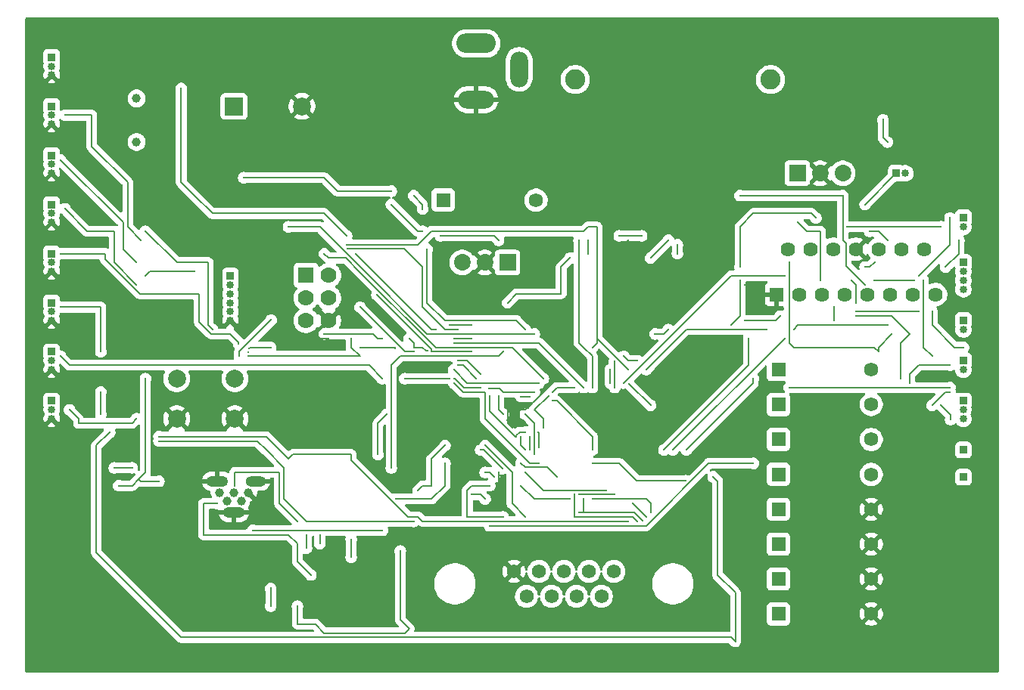
<source format=gbr>
%TF.GenerationSoftware,KiCad,Pcbnew,9.0.1*%
%TF.CreationDate,2026-02-02T13:33:26+05:30*%
%TF.ProjectId,robotics_controller,726f626f-7469-4637-935f-636f6e74726f,rev?*%
%TF.SameCoordinates,Original*%
%TF.FileFunction,Copper,L2,Bot*%
%TF.FilePolarity,Positive*%
%FSLAX46Y46*%
G04 Gerber Fmt 4.6, Leading zero omitted, Abs format (unit mm)*
G04 Created by KiCad (PCBNEW 9.0.1) date 2026-02-02 13:33:26*
%MOMM*%
%LPD*%
G01*
G04 APERTURE LIST*
%TA.AperFunction,ComponentPad*%
%ADD10R,1.860000X1.860000*%
%TD*%
%TA.AperFunction,ComponentPad*%
%ADD11C,1.860000*%
%TD*%
%TA.AperFunction,ComponentPad*%
%ADD12R,0.850000X0.850000*%
%TD*%
%TA.AperFunction,ComponentPad*%
%ADD13C,0.850000*%
%TD*%
%TA.AperFunction,ComponentPad*%
%ADD14R,1.590000X1.590000*%
%TD*%
%TA.AperFunction,ComponentPad*%
%ADD15C,1.590000*%
%TD*%
%TA.AperFunction,ComponentPad*%
%ADD16R,1.778000X1.778000*%
%TD*%
%TA.AperFunction,ComponentPad*%
%ADD17C,1.778000*%
%TD*%
%TA.AperFunction,ComponentPad*%
%ADD18C,1.574800*%
%TD*%
%TA.AperFunction,ComponentPad*%
%ADD19O,4.400000X2.200000*%
%TD*%
%TA.AperFunction,ComponentPad*%
%ADD20O,4.000000X2.000000*%
%TD*%
%TA.AperFunction,ComponentPad*%
%ADD21O,2.000000X4.000000*%
%TD*%
%TA.AperFunction,ComponentPad*%
%ADD22R,1.620000X1.620000*%
%TD*%
%TA.AperFunction,ComponentPad*%
%ADD23C,1.620000*%
%TD*%
%TA.AperFunction,ComponentPad*%
%ADD24C,1.000000*%
%TD*%
%TA.AperFunction,ComponentPad*%
%ADD25O,2.416000X1.208000*%
%TD*%
%TA.AperFunction,ComponentPad*%
%ADD26O,2.300000X1.150000*%
%TD*%
%TA.AperFunction,ComponentPad*%
%ADD27R,2.000000X2.000000*%
%TD*%
%TA.AperFunction,ComponentPad*%
%ADD28C,2.000000*%
%TD*%
%TA.AperFunction,ComponentPad*%
%ADD29C,1.007000*%
%TD*%
%TA.AperFunction,ComponentPad*%
%ADD30C,2.250000*%
%TD*%
%TA.AperFunction,ViaPad*%
%ADD31C,0.300000*%
%TD*%
%TA.AperFunction,Conductor*%
%ADD32C,0.200000*%
%TD*%
G04 APERTURE END LIST*
D10*
%TO.P,Q1,1,IN*%
%TO.N,vin*%
X184500000Y-63500000D03*
D11*
%TO.P,Q1,2,GND*%
%TO.N,gnd*%
X181960000Y-63500000D03*
%TO.P,Q1,3,OUT*%
%TO.N,5v*%
X179420000Y-63500000D03*
%TD*%
D12*
%TO.P,J15,1,Pin_1*%
%TO.N,enb*%
X235500000Y-58500000D03*
D13*
%TO.P,J15,2,Pin_2*%
%TO.N,ena*%
X235500000Y-59500000D03*
%TD*%
D14*
%TO.P,D2,1*%
%TO.N,vcc*%
X214803000Y-75500000D03*
D15*
%TO.P,D2,2*%
%TO.N,o1*%
X225197000Y-75500000D03*
%TD*%
D12*
%TO.P,J12,1,Pin_1*%
%TO.N,5v*%
X133500000Y-73500000D03*
D13*
%TO.P,J12,2,Pin_2*%
%TO.N,dc1*%
X133500000Y-74500000D03*
%TO.P,J12,3,Pin_3*%
%TO.N,gnd*%
X133500000Y-75500000D03*
%TD*%
D14*
%TO.P,D7,1*%
%TO.N,o2*%
X214803000Y-95050000D03*
D15*
%TO.P,D7,2*%
%TO.N,gnd*%
X225197000Y-95050000D03*
%TD*%
D14*
%TO.P,D3,1*%
%TO.N,vcc*%
X214803000Y-79410000D03*
D15*
%TO.P,D3,2*%
%TO.N,o2*%
X225197000Y-79410000D03*
%TD*%
D12*
%TO.P,J17,1,Pin_1*%
%TO.N,o3*%
X235500000Y-74500000D03*
D13*
%TO.P,J17,2,Pin_2*%
%TO.N,o4*%
X235500000Y-75500000D03*
%TD*%
D12*
%TO.P,J11,1,Pin_1*%
%TO.N,5v*%
X133500000Y-68000000D03*
D13*
%TO.P,J11,2,Pin_2*%
%TO.N,dc2*%
X133500000Y-69000000D03*
%TO.P,J11,3,Pin_3*%
%TO.N,gnd*%
X133500000Y-70000000D03*
%TD*%
D16*
%TO.P,X1,1,MISO*%
%TO.N,miso*%
X161960000Y-64920000D03*
D17*
%TO.P,X1,2,VCC*%
%TO.N,5v*%
X164500000Y-64920000D03*
%TO.P,X1,3,SCK*%
%TO.N,sck*%
X161960000Y-67460000D03*
%TO.P,X1,4,MOSI*%
%TO.N,mosi*%
X164500000Y-67460000D03*
%TO.P,X1,5,RST*%
%TO.N,rst*%
X161960000Y-70000000D03*
%TO.P,X1,6,GND*%
%TO.N,gnd*%
X164500000Y-70000000D03*
%TD*%
D14*
%TO.P,D9,1*%
%TO.N,o4*%
X214803000Y-102870000D03*
D15*
%TO.P,D9,2*%
%TO.N,gnd*%
X225197000Y-102870000D03*
%TD*%
D14*
%TO.P,D5,1*%
%TO.N,vcc*%
X214803000Y-87230000D03*
D15*
%TO.P,D5,2*%
%TO.N,o4*%
X225197000Y-87230000D03*
%TD*%
D18*
%TO.P,CON1,1*%
%TO.N,unconnected-(CON1-Pad1)*%
X196396000Y-98103000D03*
%TO.P,CON1,2*%
%TO.N,rx1*%
X193602000Y-98103000D03*
%TO.P,CON1,3*%
%TO.N,tx1*%
X190808000Y-98103000D03*
%TO.P,CON1,4*%
%TO.N,unconnected-(CON1-Pad4)*%
X188014000Y-98103000D03*
%TO.P,CON1,5*%
%TO.N,gnd*%
X185220000Y-98103000D03*
%TO.P,CON1,6*%
%TO.N,unconnected-(CON1-Pad6)*%
X194999000Y-100897000D03*
%TO.P,CON1,7*%
%TO.N,unconnected-(CON1-Pad7)*%
X192205000Y-100897000D03*
%TO.P,CON1,8*%
%TO.N,unconnected-(CON1-Pad8)*%
X189411000Y-100897000D03*
%TO.P,CON1,9*%
%TO.N,unconnected-(CON1-Pad9)*%
X186617000Y-100897000D03*
%TD*%
D19*
%TO.P,J1,1*%
%TO.N,in*%
X181000000Y-38950000D03*
D20*
%TO.P,J1,2*%
%TO.N,gnd*%
X181000000Y-45250000D03*
D21*
%TO.P,J1,3*%
%TO.N,unconnected-(J1-Pad3)*%
X185800000Y-41850000D03*
%TD*%
D12*
%TO.P,J13,1,Pin_1*%
%TO.N,5v*%
X133500000Y-79000000D03*
D13*
%TO.P,J13,2,Pin_2*%
%TO.N,dc3*%
X133500000Y-80000000D03*
%TO.P,J13,3,Pin_3*%
%TO.N,gnd*%
X133500000Y-81000000D03*
%TD*%
D12*
%TO.P,J16,1,Pin_1*%
%TO.N,o1*%
X235500000Y-70000000D03*
D13*
%TO.P,J16,2,Pin_2*%
%TO.N,o2*%
X235500000Y-71000000D03*
%TD*%
D22*
%TO.P,U3,1,SENSE_A*%
%TO.N,gnd*%
X214610000Y-67080000D03*
D23*
%TO.P,U3,2,OUT1*%
%TO.N,o1*%
X215880000Y-62000000D03*
%TO.P,U3,3,OUT2*%
%TO.N,o2*%
X217150000Y-67080000D03*
%TO.P,U3,4,Vs*%
%TO.N,vcc*%
X218420000Y-62000000D03*
%TO.P,U3,5,IN1*%
%TO.N,in1*%
X219690000Y-67080000D03*
%TO.P,U3,6,EnA*%
%TO.N,ena*%
X220960000Y-62000000D03*
%TO.P,U3,7,IN2*%
%TO.N,in2*%
X222230000Y-67080000D03*
%TO.P,U3,8,GND*%
%TO.N,gnd*%
X223500000Y-62000000D03*
%TO.P,U3,9,Vss*%
%TO.N,5v*%
X224770000Y-67080000D03*
%TO.P,U3,10,IN3*%
%TO.N,in3*%
X226040000Y-62000000D03*
%TO.P,U3,11,EnB*%
%TO.N,enb*%
X227310000Y-67080000D03*
%TO.P,U3,12,IN4*%
%TO.N,in4*%
X228580000Y-62000000D03*
%TO.P,U3,13,OUT3*%
%TO.N,o3*%
X229850000Y-67080000D03*
%TO.P,U3,14,OUT4*%
%TO.N,o4*%
X231120000Y-62000000D03*
%TO.P,U3,15,SENSE_B*%
%TO.N,unconnected-(U3-SENSE_B-Pad15)*%
X232390000Y-67080000D03*
%TD*%
D24*
%TO.P,J6,1,1*%
%TO.N,5v*%
X152300000Y-89250000D03*
%TO.P,J6,2,2*%
%TO.N,d-*%
X153100000Y-90250000D03*
%TO.P,J6,3,3*%
%TO.N,d+*%
X153900000Y-89250000D03*
%TO.P,J6,4,4*%
%TO.N,unconnected-(J6-Pad4)*%
X154700000Y-90250000D03*
%TO.P,J6,5,5*%
%TO.N,gnd*%
X155500000Y-89250000D03*
D25*
%TO.P,J6,S1,SHIELD*%
X152000000Y-88000000D03*
D26*
%TO.P,J6,S2,SHIELD*%
X156300000Y-88000000D03*
D25*
%TO.P,J6,S3,SHIELD*%
X153900000Y-91500000D03*
%TD*%
D27*
%TO.P,BZ1,1,+*%
%TO.N,pb0*%
X153900000Y-46000000D03*
D28*
%TO.P,BZ1,2,-*%
%TO.N,gnd*%
X161500000Y-46000000D03*
%TD*%
D14*
%TO.P,D4,1*%
%TO.N,vcc*%
X214803000Y-83320000D03*
D15*
%TO.P,D4,2*%
%TO.N,o3*%
X225197000Y-83320000D03*
%TD*%
D29*
%TO.P,Y1,1*%
%TO.N,xtal1*%
X143000000Y-50000000D03*
%TO.P,Y1,2*%
%TO.N,xtal2*%
X143000000Y-45120000D03*
%TD*%
D14*
%TO.P,D8,1*%
%TO.N,o3*%
X214803000Y-98960000D03*
D15*
%TO.P,D8,2*%
%TO.N,gnd*%
X225197000Y-98960000D03*
%TD*%
D12*
%TO.P,J20,1,Pin_1*%
%TO.N,5v*%
X235500000Y-84500000D03*
%TD*%
%TO.P,J9,1,Pin_1*%
%TO.N,in4*%
X235500000Y-63500000D03*
D13*
%TO.P,J9,2,Pin_2*%
%TO.N,in3*%
X235500000Y-64500000D03*
%TO.P,J9,3,Pin_3*%
%TO.N,in2*%
X235500000Y-65500000D03*
%TO.P,J9,4,Pin_4*%
%TO.N,in1*%
X235500000Y-66500000D03*
%TD*%
D12*
%TO.P,J21,1,Pin_1*%
%TO.N,5v*%
X235500000Y-87550000D03*
%TD*%
%TO.P,J8,1,Pin_1*%
%TO.N,5v*%
X133500000Y-62500000D03*
D13*
%TO.P,J8,2,Pin_2*%
%TO.N,dc0*%
X133500000Y-63500000D03*
%TO.P,J8,3,Pin_3*%
%TO.N,gnd*%
X133500000Y-64500000D03*
%TD*%
D14*
%TO.P,D6,1*%
%TO.N,o1*%
X214803000Y-91140000D03*
D15*
%TO.P,D6,2*%
%TO.N,gnd*%
X225197000Y-91140000D03*
%TD*%
D12*
%TO.P,J10,1,Pin_1*%
%TO.N,miso*%
X153500000Y-65000000D03*
D13*
%TO.P,J10,2,Pin_2*%
%TO.N,5v*%
X153500000Y-66000000D03*
%TO.P,J10,3,Pin_3*%
%TO.N,sck*%
X153500000Y-67000000D03*
%TO.P,J10,4,Pin_4*%
%TO.N,mosi*%
X153500000Y-68000000D03*
%TO.P,J10,5,Pin_5*%
%TO.N,ss*%
X153500000Y-69000000D03*
%TO.P,J10,6,Pin_6*%
%TO.N,gnd*%
X153500000Y-70000000D03*
%TD*%
D30*
%TO.P,F1,1*%
%TO.N,in*%
X192080000Y-43000000D03*
%TO.P,F1,2*%
%TO.N,f1out*%
X213920000Y-43000000D03*
%TD*%
D10*
%TO.P,U4,1,VI*%
%TO.N,vin*%
X216920000Y-53500000D03*
D11*
%TO.P,U4,2,GND*%
%TO.N,gnd*%
X219460000Y-53500000D03*
%TO.P,U4,3,VO*%
%TO.N,5v*%
X222000000Y-53500000D03*
%TD*%
D12*
%TO.P,J2,1,Pin_1*%
%TO.N,5v*%
X133500000Y-40500000D03*
D13*
%TO.P,J2,2,Pin_2*%
%TO.N,adc0*%
X133500000Y-41500000D03*
%TO.P,J2,3,Pin_3*%
%TO.N,gnd*%
X133500000Y-42500000D03*
%TD*%
D12*
%TO.P,J5,1,Pin_1*%
%TO.N,5v*%
X133500000Y-57000000D03*
D13*
%TO.P,J5,2,Pin_2*%
%TO.N,adc3*%
X133500000Y-58000000D03*
%TO.P,J5,3,Pin_3*%
%TO.N,gnd*%
X133500000Y-59000000D03*
%TD*%
D28*
%TO.P,SW1,1,1*%
%TO.N,rst*%
X147500000Y-76500000D03*
X154000000Y-76500000D03*
%TO.P,SW1,2,2*%
%TO.N,gnd*%
X147500000Y-81000000D03*
X154000000Y-81000000D03*
%TD*%
D12*
%TO.P,J19,1,Pin_1*%
%TO.N,vcc*%
X235500000Y-79000000D03*
D13*
%TO.P,J19,2,Pin_2*%
%TO.N,gnd*%
X235500000Y-80000000D03*
%TO.P,J19,3,Pin_3*%
%TO.N,5v*%
X235500000Y-81000000D03*
%TD*%
D12*
%TO.P,J18,1,Pin_1*%
%TO.N,vcc*%
X228000000Y-53500000D03*
D13*
%TO.P,J18,2,Pin_2*%
%TO.N,vin*%
X229000000Y-53500000D03*
%TD*%
D12*
%TO.P,J4,1,Pin_1*%
%TO.N,5v*%
X133500000Y-51500000D03*
D13*
%TO.P,J4,2,Pin_2*%
%TO.N,adc2*%
X133500000Y-52500000D03*
%TO.P,J4,3,Pin_3*%
%TO.N,gnd*%
X133500000Y-53500000D03*
%TD*%
D12*
%TO.P,J3,1,Pin_1*%
%TO.N,5v*%
X133500000Y-46000000D03*
D13*
%TO.P,J3,2,Pin_2*%
%TO.N,adc1*%
X133500000Y-47000000D03*
%TO.P,J3,3,Pin_3*%
%TO.N,gnd*%
X133500000Y-48000000D03*
%TD*%
D14*
%TO.P,D1,1*%
%TO.N,vin*%
X177303000Y-56500000D03*
D15*
%TO.P,D1,2*%
%TO.N,f1out*%
X187697000Y-56500000D03*
%TD*%
D31*
%TO.N,pb0*%
X175000000Y-60000000D03*
X175500000Y-62000000D03*
X186500000Y-71000000D03*
X171500000Y-57000000D03*
%TO.N,gnd*%
X197256395Y-82580000D03*
X140000000Y-83500000D03*
X182500000Y-90500000D03*
X223500000Y-58000000D03*
X164500000Y-72000000D03*
X193000000Y-76500000D03*
X172500000Y-55500000D03*
X177500000Y-66000000D03*
X211000000Y-66000000D03*
X172500000Y-57000000D03*
X183500000Y-87000000D03*
X200500000Y-84500000D03*
X192500000Y-73550000D03*
X135500000Y-76500000D03*
X212500000Y-66500000D03*
X148500000Y-56500000D03*
X220500000Y-55000000D03*
X185000000Y-82000000D03*
X195500000Y-63000000D03*
X198000000Y-61000000D03*
X157500000Y-71500000D03*
X191000000Y-76599000D03*
X231000000Y-46000000D03*
X182000000Y-65500000D03*
X146000000Y-59500000D03*
X141500000Y-83500000D03*
X136500000Y-80000000D03*
X232000000Y-48000000D03*
X196000000Y-83000000D03*
X200500000Y-83000000D03*
%TO.N,5v*%
X156000000Y-93500000D03*
X210500000Y-56000000D03*
X142500000Y-86500000D03*
X140500000Y-86500000D03*
X222000000Y-56000000D03*
X202500000Y-61000000D03*
X224500000Y-66000000D03*
X170500000Y-93500000D03*
X200500000Y-63000000D03*
X233000000Y-79500000D03*
X234068199Y-81068199D03*
%TO.N,3.3v*%
X163500000Y-95005000D03*
X199500000Y-60500000D03*
X197000000Y-60500000D03*
X163500000Y-94000000D03*
X203500000Y-62500000D03*
X184500000Y-68000000D03*
X191500000Y-63000000D03*
X184000000Y-73500000D03*
X171500000Y-86500000D03*
X203500000Y-61500000D03*
X193500000Y-62500000D03*
X193500000Y-61000000D03*
%TO.N,aref*%
X187000000Y-83000000D03*
X187000000Y-84500000D03*
%TO.N,xtal1*%
X187500000Y-71500000D03*
X198068199Y-77068199D03*
X200500000Y-79500000D03*
X160000000Y-59500000D03*
%TO.N,xtal2*%
X194000000Y-73000000D03*
X166500000Y-61500000D03*
X198000000Y-75500000D03*
%TO.N,rst*%
X181000000Y-76500000D03*
X173500000Y-72000000D03*
X189500000Y-79000000D03*
X164000000Y-71500000D03*
X170500000Y-72000000D03*
X141000000Y-88500000D03*
X194000000Y-84500000D03*
X158068199Y-69931801D03*
X182431801Y-77568199D03*
X187500000Y-78000000D03*
X144000000Y-76500000D03*
X145500000Y-88000000D03*
X175550000Y-73413605D03*
X178970000Y-75000000D03*
X154500000Y-74000000D03*
%TO.N,adc1*%
X178500000Y-77000000D03*
X168000000Y-73000000D03*
X155550000Y-73086395D03*
X143500000Y-61000000D03*
X188000000Y-86000000D03*
X135000000Y-47000000D03*
X171931801Y-73068199D03*
X151500000Y-71000000D03*
X158000000Y-73000000D03*
X198500000Y-90500000D03*
X144000000Y-60000000D03*
X200000000Y-92000000D03*
%TO.N,adc2*%
X186500000Y-84500000D03*
X144000000Y-65000000D03*
X190000000Y-87500000D03*
X181500000Y-76000000D03*
X183500000Y-78430000D03*
X178970000Y-71000000D03*
X186000000Y-86000000D03*
X166621429Y-61985031D03*
X149500000Y-64500000D03*
X178970000Y-74500000D03*
X192000000Y-89500000D03*
X186000000Y-83000000D03*
X134500000Y-52000000D03*
X143000000Y-63500000D03*
X184050000Y-80500000D03*
X199000000Y-92500000D03*
%TO.N,adc3*%
X174000000Y-92500000D03*
X145500000Y-83500000D03*
X193000000Y-90000000D03*
X182000000Y-90000000D03*
X143000000Y-66000000D03*
X192500000Y-91500000D03*
X180500000Y-89500000D03*
X134982321Y-57482321D03*
X199568199Y-92431801D03*
%TO.N,x1*%
X158000000Y-100000000D03*
X158000000Y-102000000D03*
%TO.N,vcc*%
X227000000Y-50000000D03*
X172500000Y-95825000D03*
X234000000Y-77500000D03*
X226500000Y-47500000D03*
X224500000Y-57000000D03*
X212000000Y-86000000D03*
X161000000Y-102000000D03*
X216000000Y-77500000D03*
X182500000Y-93000000D03*
%TO.N,c3*%
X171000000Y-80500000D03*
X170000000Y-85000000D03*
%TO.N,rx1*%
X182000000Y-84000000D03*
X186500000Y-92000000D03*
%TO.N,tx1*%
X184000000Y-92000000D03*
X182500000Y-88500000D03*
%TO.N,o1*%
X227500000Y-71500000D03*
X216000000Y-63500000D03*
X226000000Y-73500000D03*
%TO.N,o2*%
X223500000Y-69500000D03*
X228500000Y-76500000D03*
X229500000Y-71500000D03*
%TO.N,o3*%
X229500000Y-77000000D03*
X235500000Y-73000000D03*
X232000000Y-69000000D03*
X234000000Y-75000000D03*
%TO.N,o4*%
X231000000Y-65500000D03*
X232000000Y-74000000D03*
X232000000Y-79500000D03*
X234000000Y-78000000D03*
%TO.N,pb1*%
X171500000Y-55500000D03*
X175000000Y-57500000D03*
X192500000Y-61000000D03*
X183500000Y-61000000D03*
X174000000Y-56000000D03*
X177000000Y-60500000D03*
X194000000Y-77500000D03*
X155000000Y-54000000D03*
%TO.N,in1*%
X211500000Y-72000000D03*
X219500000Y-65500000D03*
X230500000Y-69000000D03*
X217000000Y-59000000D03*
X223500000Y-69000000D03*
X202000000Y-84500000D03*
%TO.N,adc0*%
X166500000Y-60500000D03*
X148000000Y-44000000D03*
X167500000Y-62500000D03*
X180500000Y-72000000D03*
X187500000Y-85000000D03*
X176500000Y-71000000D03*
X178500000Y-72000000D03*
X186500000Y-80500000D03*
%TO.N,d+*%
X153900000Y-89250000D03*
X162000000Y-95500000D03*
X161000000Y-92500000D03*
X162000000Y-94000000D03*
X154000000Y-88500000D03*
%TO.N,d-*%
X152000000Y-90500000D03*
X162500000Y-98500000D03*
%TO.N,dc0*%
X155489992Y-73582784D03*
X154413604Y-72586396D03*
X155500000Y-74000000D03*
X189068199Y-78431801D03*
X178000000Y-70500000D03*
X180500000Y-70500000D03*
X167000000Y-72000000D03*
X188500000Y-82000000D03*
X134500000Y-62500000D03*
%TO.N,in4*%
X204500000Y-84500000D03*
X219000000Y-58500000D03*
X209500000Y-70500000D03*
X210500000Y-65500000D03*
X210500000Y-64000000D03*
X212000000Y-76500000D03*
X225000000Y-60000000D03*
X227000000Y-61000000D03*
%TO.N,in3*%
X203000000Y-84500000D03*
X235000000Y-61000000D03*
X223500000Y-68000000D03*
X225568199Y-63431801D03*
X223000000Y-65500000D03*
X233500000Y-64000000D03*
X215500000Y-72000000D03*
X224500000Y-64000000D03*
%TO.N,in2*%
X196000000Y-75500000D03*
X230000000Y-65500000D03*
X221000000Y-70000000D03*
X202500000Y-71000000D03*
X215000000Y-69500000D03*
X211000000Y-70000000D03*
X221000000Y-68500000D03*
X196000000Y-77000000D03*
X225500000Y-65500000D03*
X201000000Y-71500000D03*
%TO.N,ss*%
X193000000Y-77500000D03*
X178500000Y-72500000D03*
%TO.N,sck*%
X169898251Y-67101749D03*
X180500000Y-73500000D03*
X186000000Y-78500000D03*
X187000000Y-78500000D03*
%TO.N,mosi*%
X168000000Y-68500000D03*
X188000000Y-77000000D03*
X178500000Y-75500000D03*
X192000000Y-77500000D03*
X189500000Y-78000000D03*
X174000000Y-73500000D03*
%TO.N,miso*%
X164000000Y-62500000D03*
X188500000Y-76500000D03*
%TO.N,dc2*%
X139000000Y-80500000D03*
X204431801Y-87931801D03*
X134500000Y-68500000D03*
X139000000Y-73500000D03*
X207500000Y-87500000D03*
X140000000Y-82500000D03*
X139000000Y-78000000D03*
X194000000Y-86000000D03*
%TO.N,dc1*%
X188000000Y-84180000D03*
X178000000Y-76500000D03*
X134500000Y-74000000D03*
X170500000Y-76500000D03*
X186500000Y-82500000D03*
X187950000Y-82480000D03*
X181500000Y-77500000D03*
X182500000Y-78430000D03*
X173000000Y-76500000D03*
X178500000Y-76500000D03*
%TO.N,dc3*%
X143000000Y-81000000D03*
X145500000Y-83000000D03*
X194000000Y-90000000D03*
X200500000Y-91500000D03*
X198000000Y-92500000D03*
X135500000Y-80000000D03*
%TO.N,ena*%
X222500000Y-59500000D03*
X197500000Y-77000000D03*
X233000000Y-59500000D03*
X215500000Y-65000000D03*
%TO.N,enb*%
X200000000Y-75500000D03*
X216500000Y-71000000D03*
X234000000Y-58500000D03*
X230500000Y-65000000D03*
X213500000Y-71000000D03*
X227000000Y-70500000D03*
X197500000Y-74000000D03*
X196431801Y-74568199D03*
X196500000Y-77500000D03*
X199000000Y-74500000D03*
%TO.N,rx*%
X195500000Y-89000000D03*
X177500000Y-84000000D03*
X174500000Y-89000000D03*
X183950000Y-86586395D03*
X186500000Y-87000000D03*
X181500000Y-84500000D03*
%TO.N,tx*%
X167000000Y-94500000D03*
X172000000Y-90000000D03*
X186000000Y-88500000D03*
X167000000Y-96500000D03*
X182000000Y-87000000D03*
X192500000Y-89500000D03*
X196500000Y-89500000D03*
X183000000Y-87500000D03*
X191500000Y-90000000D03*
X177500000Y-86000000D03*
%TD*%
D32*
%TO.N,pb0*%
X175500000Y-62000000D02*
X175500000Y-68000000D01*
X171500000Y-57000000D02*
X174500000Y-60000000D01*
X174500000Y-60000000D02*
X175000000Y-60000000D01*
X177500000Y-70000000D02*
X185500000Y-70000000D01*
X185500000Y-70000000D02*
X186500000Y-71000000D01*
X175500000Y-68000000D02*
X177500000Y-70000000D01*
%TO.N,gnd*%
X146000000Y-59000000D02*
X146000000Y-59500000D01*
X183500000Y-87000000D02*
X183500000Y-89500000D01*
X212000000Y-66000000D02*
X212500000Y-66500000D01*
X188000000Y-78500000D02*
X186500000Y-80000000D01*
X223500000Y-55500000D02*
X223000000Y-55000000D01*
X192500000Y-76000000D02*
X193000000Y-76500000D01*
X211000000Y-66000000D02*
X212000000Y-66000000D01*
X136500000Y-80000000D02*
X135500000Y-79000000D01*
X135500000Y-79000000D02*
X135500000Y-76500000D01*
X184500000Y-80000000D02*
X184500000Y-81500000D01*
X189901000Y-76599000D02*
X188000000Y-78500000D01*
X157500000Y-71500000D02*
X158000000Y-72000000D01*
X231000000Y-46000000D02*
X232000000Y-47000000D01*
X186500000Y-80000000D02*
X184500000Y-80000000D01*
X198000000Y-61000000D02*
X196000000Y-63000000D01*
X148500000Y-56500000D02*
X146000000Y-59000000D01*
X183500000Y-89500000D02*
X182500000Y-90500000D01*
X232000000Y-47000000D02*
X232000000Y-48000000D01*
X196836395Y-83000000D02*
X197256395Y-82580000D01*
X184500000Y-81500000D02*
X185000000Y-82000000D01*
X196000000Y-63000000D02*
X195500000Y-63000000D01*
X192500000Y-73550000D02*
X192500000Y-76000000D01*
X172500000Y-55500000D02*
X172500000Y-57000000D01*
X177500000Y-66000000D02*
X181500000Y-66000000D01*
X158000000Y-72000000D02*
X164500000Y-72000000D01*
X223500000Y-58000000D02*
X223500000Y-55500000D01*
X196000000Y-83000000D02*
X196836395Y-83000000D01*
X140000000Y-83500000D02*
X141500000Y-83500000D01*
X223000000Y-55000000D02*
X220500000Y-55000000D01*
X191000000Y-76599000D02*
X189901000Y-76599000D01*
X200500000Y-83000000D02*
X200500000Y-84500000D01*
X181500000Y-66000000D02*
X182000000Y-65500000D01*
%TO.N,5v*%
X222000000Y-61000000D02*
X222000000Y-56000000D01*
X233000000Y-79500000D02*
X234068199Y-80568199D01*
X222389000Y-61389000D02*
X222000000Y-61000000D01*
X142500000Y-86500000D02*
X140500000Y-86500000D01*
X200500000Y-63000000D02*
X202500000Y-61000000D01*
X224500000Y-66000000D02*
X222389000Y-63889000D01*
X234068199Y-80568199D02*
X234068199Y-81068199D01*
X210500000Y-56000000D02*
X222000000Y-56000000D01*
X156000000Y-93500000D02*
X170500000Y-93500000D01*
X222389000Y-63889000D02*
X222389000Y-61389000D01*
%TO.N,3.3v*%
X197000000Y-60500000D02*
X199500000Y-60500000D01*
X203500000Y-61500000D02*
X203500000Y-62500000D01*
X185500000Y-67000000D02*
X190500000Y-67000000D01*
X183500000Y-74000000D02*
X184000000Y-73500000D01*
X171500000Y-86500000D02*
X171500000Y-75000000D01*
X193500000Y-62500000D02*
X193500000Y-61000000D01*
X172500000Y-74000000D02*
X183500000Y-74000000D01*
X184500000Y-68000000D02*
X185500000Y-67000000D01*
X190500000Y-64000000D02*
X191500000Y-63000000D01*
X190500000Y-67000000D02*
X190500000Y-64000000D01*
X171500000Y-75000000D02*
X172500000Y-74000000D01*
X163500000Y-95005000D02*
X163500000Y-94000000D01*
%TO.N,aref*%
X187000000Y-84500000D02*
X187000000Y-83000000D01*
%TO.N,xtal1*%
X168500000Y-64500000D02*
X175500000Y-71500000D01*
X200500000Y-79500000D02*
X198068199Y-77068199D01*
X175500000Y-71500000D02*
X187500000Y-71500000D01*
X160000000Y-59500000D02*
X163500000Y-59500000D01*
X163500000Y-59500000D02*
X168500000Y-64500000D01*
%TO.N,xtal2*%
X193000000Y-60000000D02*
X193500000Y-59500000D01*
X166500000Y-61500000D02*
X174500000Y-61500000D01*
X193500000Y-59500000D02*
X194500000Y-59500000D01*
X194500000Y-59500000D02*
X194500000Y-72000000D01*
X194500000Y-72500000D02*
X194500000Y-72000000D01*
X194500000Y-72000000D02*
X198000000Y-75500000D01*
X176000000Y-60000000D02*
X193000000Y-60000000D01*
X174500000Y-61500000D02*
X176000000Y-60000000D01*
X194000000Y-73000000D02*
X194500000Y-72500000D01*
%TO.N,rst*%
X145500000Y-88000000D02*
X143500000Y-88000000D01*
X164000000Y-71500000D02*
X169500000Y-71500000D01*
X170000000Y-72000000D02*
X170500000Y-72000000D01*
X143500000Y-88000000D02*
X143250000Y-87750000D01*
X194000000Y-84500000D02*
X194000000Y-83000000D01*
X174000000Y-73000000D02*
X175000000Y-73000000D01*
X158068199Y-69931801D02*
X154500000Y-73500000D01*
X178970000Y-75000000D02*
X179500000Y-75000000D01*
X182431801Y-77568199D02*
X183568199Y-77568199D01*
X190000000Y-79000000D02*
X189500000Y-79000000D01*
X175413605Y-73413605D02*
X175550000Y-73413605D01*
X174000000Y-72500000D02*
X174000000Y-73000000D01*
X179500000Y-75000000D02*
X181000000Y-76500000D01*
X142500000Y-88500000D02*
X143250000Y-87750000D01*
X169500000Y-71500000D02*
X170000000Y-72000000D01*
X184000000Y-78000000D02*
X187500000Y-78000000D01*
X183568199Y-77568199D02*
X184000000Y-78000000D01*
X143250000Y-87750000D02*
X144000000Y-87000000D01*
X154500000Y-73500000D02*
X154500000Y-74000000D01*
X141000000Y-88500000D02*
X142500000Y-88500000D01*
X194000000Y-83000000D02*
X190000000Y-79000000D01*
X173500000Y-72000000D02*
X174000000Y-72500000D01*
X144000000Y-87000000D02*
X144000000Y-76500000D01*
X175000000Y-73000000D02*
X175413605Y-73413605D01*
%TO.N,adc1*%
X198500000Y-90500000D02*
X200000000Y-92000000D01*
X171913605Y-73086395D02*
X171931801Y-73068199D01*
X171931801Y-73068199D02*
X171863602Y-73000000D01*
X158000000Y-73000000D02*
X155636395Y-73000000D01*
X171863602Y-73000000D02*
X168000000Y-73000000D01*
X147500000Y-63500000D02*
X151000000Y-63500000D01*
X135000000Y-47000000D02*
X138000000Y-47000000D01*
X179500000Y-78000000D02*
X182000000Y-78000000D01*
X142000000Y-54500000D02*
X142000000Y-59500000D01*
X187000000Y-86000000D02*
X188000000Y-86000000D01*
X151000000Y-70500000D02*
X151500000Y-71000000D01*
X138000000Y-47000000D02*
X138000000Y-50500000D01*
X182000000Y-78000000D02*
X182000000Y-81000000D01*
X155636395Y-73000000D02*
X155550000Y-73086395D01*
X186500000Y-85500000D02*
X187000000Y-86000000D01*
X142000000Y-59500000D02*
X143500000Y-61000000D01*
X178500000Y-77000000D02*
X179500000Y-78000000D01*
X182000000Y-81000000D02*
X186500000Y-85500000D01*
X144000000Y-60000000D02*
X147500000Y-63500000D01*
X151000000Y-63500000D02*
X151000000Y-70500000D01*
X138000000Y-50500000D02*
X142000000Y-54500000D01*
%TO.N,adc2*%
X188951000Y-86451000D02*
X190000000Y-87500000D01*
X183500000Y-79950000D02*
X184050000Y-80500000D01*
X175000000Y-68500000D02*
X177500000Y-71000000D01*
X175000000Y-64000000D02*
X175000000Y-68000000D01*
X175000000Y-68000000D02*
X175000000Y-68500000D01*
X192000000Y-92000000D02*
X198500000Y-92000000D01*
X192000000Y-89500000D02*
X192000000Y-92000000D01*
X186451000Y-86451000D02*
X188951000Y-86451000D01*
X134500000Y-52000000D02*
X141500000Y-59000000D01*
X141500000Y-62000000D02*
X143000000Y-63500000D01*
X186000000Y-86000000D02*
X186451000Y-86451000D01*
X177500000Y-71000000D02*
X178970000Y-71000000D01*
X186000000Y-83000000D02*
X186000000Y-84000000D01*
X183500000Y-78430000D02*
X183500000Y-79950000D01*
X198500000Y-92000000D02*
X199000000Y-92500000D01*
X186000000Y-84000000D02*
X186500000Y-84500000D01*
X144500000Y-64500000D02*
X149500000Y-64500000D01*
X166621429Y-61985031D02*
X172985031Y-61985031D01*
X180000000Y-74500000D02*
X181500000Y-76000000D01*
X178970000Y-74500000D02*
X180000000Y-74500000D01*
X172985031Y-61985031D02*
X173000000Y-62000000D01*
X141500000Y-59000000D02*
X141500000Y-62000000D01*
X173000000Y-62000000D02*
X175000000Y-64000000D01*
X144000000Y-65000000D02*
X144500000Y-64500000D01*
%TO.N,adc3*%
X156500000Y-83500000D02*
X157500000Y-84500000D01*
X159500000Y-90000000D02*
X162000000Y-92500000D01*
X193000000Y-90000000D02*
X193000000Y-91500000D01*
X134982321Y-57482321D02*
X137500000Y-60000000D01*
X140500000Y-60000000D02*
X140500000Y-63500000D01*
X192500000Y-91500000D02*
X193000000Y-91500000D01*
X145500000Y-83500000D02*
X156500000Y-83500000D01*
X162000000Y-92500000D02*
X163000000Y-92500000D01*
X159500000Y-86500000D02*
X159500000Y-90000000D01*
X157500000Y-84500000D02*
X159500000Y-86500000D01*
X199568199Y-92430388D02*
X199568199Y-92431801D01*
X140500000Y-63500000D02*
X143000000Y-66000000D01*
X198637811Y-91500000D02*
X199568199Y-92430388D01*
X198500000Y-91500000D02*
X198637811Y-91500000D01*
X181500000Y-89500000D02*
X182000000Y-90000000D01*
X180500000Y-89500000D02*
X181500000Y-89500000D01*
X193000000Y-91500000D02*
X198500000Y-91500000D01*
X137500000Y-60000000D02*
X140500000Y-60000000D01*
X163000000Y-92500000D02*
X174000000Y-92500000D01*
%TO.N,x1*%
X158000000Y-102000000D02*
X158000000Y-100000000D01*
%TO.N,vcc*%
X161000000Y-102000000D02*
X161000000Y-104000000D01*
X182500000Y-93000000D02*
X200000000Y-93000000D01*
X164000000Y-105000000D02*
X173000000Y-105000000D01*
X173500000Y-104500000D02*
X172500000Y-103500000D01*
X172500000Y-103500000D02*
X172500000Y-95825000D01*
X161000000Y-104000000D02*
X163000000Y-104000000D01*
X173000000Y-105000000D02*
X173500000Y-104500000D01*
X227000000Y-50000000D02*
X226500000Y-49500000D01*
X163000000Y-104000000D02*
X164000000Y-105000000D01*
X234000000Y-77500000D02*
X216000000Y-77500000D01*
X207000000Y-86000000D02*
X212000000Y-86000000D01*
X224500000Y-57000000D02*
X228000000Y-53500000D01*
X226500000Y-49500000D02*
X226500000Y-47500000D01*
X200000000Y-93000000D02*
X207000000Y-86000000D01*
%TO.N,c3*%
X170000000Y-81500000D02*
X171000000Y-80500000D01*
X170000000Y-85000000D02*
X170000000Y-81500000D01*
%TO.N,rx1*%
X185000000Y-87000000D02*
X185000000Y-90500000D01*
X185000000Y-90500000D02*
X186500000Y-92000000D01*
X182000000Y-84000000D02*
X185000000Y-87000000D01*
%TO.N,tx1*%
X180000000Y-92000000D02*
X180000000Y-89000000D01*
X182500000Y-88500000D02*
X180500000Y-88500000D01*
X180500000Y-88500000D02*
X180000000Y-89000000D01*
X184000000Y-92000000D02*
X180000000Y-92000000D01*
%TO.N,o1*%
X216000000Y-63500000D02*
X216000000Y-72500000D01*
X216500000Y-73000000D02*
X225500000Y-73000000D01*
X216000000Y-72500000D02*
X216500000Y-73000000D01*
X225500000Y-73000000D02*
X226000000Y-73500000D01*
X227500000Y-71500000D02*
X226000000Y-73000000D01*
X226000000Y-73000000D02*
X226000000Y-73500000D01*
%TO.N,o2*%
X227500000Y-69500000D02*
X229500000Y-71500000D01*
X223500000Y-69500000D02*
X227500000Y-69500000D01*
X228500000Y-76500000D02*
X228500000Y-72500000D01*
X228500000Y-72500000D02*
X229500000Y-71500000D01*
%TO.N,o3*%
X234500000Y-73000000D02*
X235500000Y-73000000D01*
X230500000Y-75000000D02*
X234000000Y-75000000D01*
X229500000Y-76000000D02*
X230500000Y-75000000D01*
X232000000Y-69000000D02*
X232000000Y-70500000D01*
X229500000Y-77000000D02*
X229500000Y-76000000D01*
X232000000Y-70500000D02*
X234500000Y-73000000D01*
%TO.N,o4*%
X231000000Y-73000000D02*
X232000000Y-74000000D01*
X232000000Y-79500000D02*
X233500000Y-78000000D01*
X231000000Y-65500000D02*
X231000000Y-73000000D01*
X233500000Y-78000000D02*
X234000000Y-78000000D01*
%TO.N,pb1*%
X183500000Y-61000000D02*
X183000000Y-60500000D01*
X164500000Y-54500000D02*
X165500000Y-55500000D01*
X175000000Y-57000000D02*
X174000000Y-56000000D01*
X194000000Y-77500000D02*
X194000000Y-74000000D01*
X194000000Y-74000000D02*
X193000000Y-73000000D01*
X193000000Y-73000000D02*
X192500000Y-72500000D01*
X164000000Y-54000000D02*
X164500000Y-54500000D01*
X175000000Y-57500000D02*
X175000000Y-57000000D01*
X155000000Y-54000000D02*
X164000000Y-54000000D01*
X183000000Y-60500000D02*
X177000000Y-60500000D01*
X165500000Y-55500000D02*
X171500000Y-55500000D01*
X192500000Y-72500000D02*
X192500000Y-61000000D01*
%TO.N,in1*%
X202000000Y-84500000D02*
X211500000Y-75000000D01*
X211500000Y-72500000D02*
X211500000Y-72000000D01*
X219500000Y-65500000D02*
X219531000Y-65469000D01*
X223500000Y-69000000D02*
X230500000Y-69000000D01*
X219531000Y-65469000D02*
X219531000Y-60031000D01*
X218000000Y-60000000D02*
X219500000Y-60000000D01*
X217000000Y-59000000D02*
X218000000Y-60000000D01*
X219531000Y-60031000D02*
X219500000Y-60000000D01*
X211500000Y-75000000D02*
X211500000Y-72500000D01*
%TO.N,adc0*%
X186500000Y-80500000D02*
X187500000Y-81500000D01*
X149500000Y-56000000D02*
X151500000Y-58000000D01*
X176000000Y-71000000D02*
X176500000Y-71000000D01*
X148000000Y-44000000D02*
X148000000Y-54500000D01*
X148000000Y-54500000D02*
X149500000Y-56000000D01*
X167500000Y-62500000D02*
X176000000Y-71000000D01*
X178500000Y-72000000D02*
X180500000Y-72000000D01*
X151500000Y-58000000D02*
X164000000Y-58000000D01*
X187500000Y-81500000D02*
X187500000Y-85000000D01*
X164000000Y-58000000D02*
X166500000Y-60500000D01*
%TO.N,d+*%
X154000000Y-87000000D02*
X159000000Y-87000000D01*
X159000000Y-87000000D02*
X159000000Y-90500000D01*
X159000000Y-90500000D02*
X161000000Y-92500000D01*
X154000000Y-88500000D02*
X154000000Y-87000000D01*
X162000000Y-94000000D02*
X162000000Y-95500000D01*
%TO.N,d-*%
X160000000Y-94000000D02*
X161000000Y-95000000D01*
X162500000Y-98500000D02*
X161000000Y-97000000D01*
X150500000Y-94000000D02*
X160000000Y-94000000D01*
X152000000Y-90500000D02*
X150500000Y-90500000D01*
X150500000Y-90500000D02*
X150500000Y-94000000D01*
X161000000Y-97000000D02*
X161000000Y-95000000D01*
%TO.N,dc0*%
X143362189Y-67000000D02*
X144500000Y-67000000D01*
X155500000Y-74000000D02*
X168000000Y-74000000D01*
X144500000Y-67000000D02*
X150000000Y-67000000D01*
X150000000Y-70137811D02*
X151362189Y-71500000D01*
X187500000Y-80000000D02*
X189068199Y-78431801D01*
X153500000Y-71500000D02*
X154413604Y-72413604D01*
X167000000Y-73000000D02*
X167000000Y-72000000D01*
X139500000Y-62500000D02*
X139500000Y-63137811D01*
X134500000Y-62500000D02*
X139500000Y-62500000D01*
X168000000Y-74000000D02*
X167000000Y-73000000D01*
X188500000Y-81000000D02*
X187500000Y-80000000D01*
X139500000Y-63137811D02*
X143362189Y-67000000D01*
X150000000Y-67000000D02*
X150000000Y-70137811D01*
X188500000Y-82000000D02*
X188500000Y-81000000D01*
X180500000Y-70500000D02*
X178000000Y-70500000D01*
X151362189Y-71500000D02*
X151500000Y-71500000D01*
X154413604Y-72413604D02*
X154413604Y-72586396D01*
X151500000Y-71500000D02*
X153500000Y-71500000D01*
%TO.N,in4*%
X204500000Y-84500000D02*
X212000000Y-77000000D01*
X226000000Y-60000000D02*
X225000000Y-60000000D01*
X210500000Y-69500000D02*
X209500000Y-70500000D01*
X218500000Y-58000000D02*
X212000000Y-58000000D01*
X212000000Y-58000000D02*
X210500000Y-59500000D01*
X210500000Y-65500000D02*
X210500000Y-69500000D01*
X210500000Y-59500000D02*
X210500000Y-64000000D01*
X212000000Y-77000000D02*
X212000000Y-76500000D01*
X219000000Y-58500000D02*
X218500000Y-58000000D01*
X227000000Y-61000000D02*
X226000000Y-60000000D01*
%TO.N,in3*%
X225000000Y-64000000D02*
X225568199Y-63431801D01*
X235000000Y-62500000D02*
X233500000Y-64000000D01*
X203000000Y-84500000D02*
X215000000Y-72500000D01*
X223500000Y-68000000D02*
X223500000Y-66000000D01*
X223500000Y-66000000D02*
X223000000Y-65500000D01*
X215000000Y-72500000D02*
X215500000Y-72000000D01*
X235000000Y-61000000D02*
X235000000Y-62500000D01*
X224500000Y-64000000D02*
X225000000Y-64000000D01*
%TO.N,in2*%
X211000000Y-70000000D02*
X214500000Y-70000000D01*
X225500000Y-65500000D02*
X230000000Y-65500000D01*
X221000000Y-70000000D02*
X221000000Y-68500000D01*
X201000000Y-71500000D02*
X202000000Y-71500000D01*
X214500000Y-70000000D02*
X215000000Y-69500000D01*
X202000000Y-71500000D02*
X202500000Y-71000000D01*
X196000000Y-77000000D02*
X196000000Y-75500000D01*
%TO.N,ss*%
X178500000Y-72500000D02*
X188000000Y-72500000D01*
X188000000Y-72500000D02*
X193000000Y-77500000D01*
%TO.N,sck*%
X169898251Y-67101749D02*
X176000000Y-73203498D01*
X180450000Y-73450000D02*
X180500000Y-73500000D01*
X176000000Y-73203498D02*
X176000000Y-73500000D01*
X176000000Y-73500000D02*
X176050000Y-73450000D01*
X186000000Y-78500000D02*
X187000000Y-78500000D01*
X176050000Y-73450000D02*
X180450000Y-73450000D01*
%TO.N,mosi*%
X173000000Y-73500000D02*
X174000000Y-73500000D01*
X190000000Y-77500000D02*
X192000000Y-77500000D01*
X180000000Y-77000000D02*
X188000000Y-77000000D01*
X189500000Y-78000000D02*
X190000000Y-77500000D01*
X178500000Y-75500000D02*
X180000000Y-77000000D01*
X168000000Y-68500000D02*
X173000000Y-73500000D01*
%TO.N,miso*%
X166432900Y-63000000D02*
X167966450Y-64533550D01*
X164000000Y-62500000D02*
X164500000Y-63000000D01*
X185049000Y-73049000D02*
X188500000Y-76500000D01*
X176481900Y-73049000D02*
X185049000Y-73049000D01*
X167966450Y-64533550D02*
X176481900Y-73049000D01*
X164500000Y-63000000D02*
X166432900Y-63000000D01*
%TO.N,dc2*%
X139000000Y-68500000D02*
X139000000Y-73500000D01*
X149500000Y-105500000D02*
X160000000Y-105500000D01*
X138500000Y-84000000D02*
X138500000Y-93500000D01*
X139000000Y-78000000D02*
X139000000Y-80500000D01*
X197500000Y-86500000D02*
X197000000Y-86000000D01*
X160000000Y-105500000D02*
X209500000Y-105500000D01*
X208000000Y-98500000D02*
X208000000Y-88000000D01*
X208000000Y-88000000D02*
X207500000Y-87500000D01*
X197000000Y-86000000D02*
X194000000Y-86000000D01*
X134500000Y-68500000D02*
X139000000Y-68500000D01*
X138500000Y-96000000D02*
X143500000Y-101000000D01*
X140000000Y-82500000D02*
X138500000Y-84000000D01*
X198931801Y-87931801D02*
X197500000Y-86500000D01*
X210000000Y-100500000D02*
X208000000Y-98500000D01*
X204431801Y-87931801D02*
X198931801Y-87931801D01*
X210000000Y-106000000D02*
X210000000Y-100500000D01*
X148000000Y-105500000D02*
X149500000Y-105500000D01*
X138500000Y-93500000D02*
X138500000Y-96000000D01*
X209500000Y-105500000D02*
X210000000Y-106000000D01*
X143500000Y-101000000D02*
X148000000Y-105500000D01*
%TO.N,dc1*%
X185362189Y-83000000D02*
X185500000Y-83000000D01*
X185862189Y-82500000D02*
X185500000Y-82862189D01*
X178637811Y-76500000D02*
X179637811Y-77500000D01*
X186500000Y-82500000D02*
X185862189Y-82500000D01*
X178500000Y-76500000D02*
X178637811Y-76500000D01*
X169000000Y-75000000D02*
X170500000Y-76500000D01*
X182500000Y-80137811D02*
X185362189Y-83000000D01*
X135500000Y-75000000D02*
X165500000Y-75000000D01*
X179637811Y-77500000D02*
X181000000Y-77500000D01*
X165500000Y-75000000D02*
X169000000Y-75000000D01*
X185500000Y-82862189D02*
X185500000Y-83000000D01*
X134500000Y-74000000D02*
X135500000Y-75000000D01*
X173000000Y-76500000D02*
X178000000Y-76500000D01*
X188000000Y-82530000D02*
X187950000Y-82480000D01*
X181000000Y-77500000D02*
X181500000Y-77500000D01*
X188000000Y-84180000D02*
X188000000Y-82530000D01*
X182500000Y-78430000D02*
X182500000Y-80137811D01*
%TO.N,dc3*%
X160500000Y-85000000D02*
X161500000Y-85000000D01*
X167000000Y-85637811D02*
X173362189Y-92000000D01*
X200000000Y-90000000D02*
X194000000Y-90000000D01*
X136500000Y-81500000D02*
X142500000Y-81500000D01*
X157500000Y-83000000D02*
X160000000Y-85500000D01*
X200500000Y-91500000D02*
X200500000Y-90500000D01*
X136500000Y-81000000D02*
X136500000Y-81500000D01*
X161500000Y-85000000D02*
X167000000Y-85000000D01*
X173362189Y-92000000D02*
X174500000Y-92000000D01*
X167000000Y-85000000D02*
X167000000Y-85637811D01*
X174500000Y-92000000D02*
X175000000Y-92500000D01*
X160000000Y-85500000D02*
X160500000Y-85000000D01*
X142500000Y-81500000D02*
X143000000Y-81000000D01*
X200500000Y-90500000D02*
X200000000Y-90000000D01*
X135500000Y-80000000D02*
X136500000Y-81000000D01*
X175000000Y-92500000D02*
X198000000Y-92500000D01*
X145500000Y-83000000D02*
X157500000Y-83000000D01*
%TO.N,ena*%
X209500000Y-65000000D02*
X197500000Y-77000000D01*
X215500000Y-65000000D02*
X209500000Y-65000000D01*
X222500000Y-59500000D02*
X233000000Y-59500000D01*
%TO.N,enb*%
X234000000Y-61500000D02*
X234000000Y-58500000D01*
X196431801Y-74568199D02*
X196500000Y-74636398D01*
X217000000Y-70500000D02*
X216500000Y-71000000D01*
X198000000Y-74500000D02*
X197500000Y-74000000D01*
X196500000Y-74636398D02*
X196500000Y-77500000D01*
X213500000Y-71000000D02*
X204500000Y-71000000D01*
X200500000Y-75000000D02*
X200000000Y-75500000D01*
X227000000Y-70500000D02*
X217000000Y-70500000D01*
X204500000Y-71000000D02*
X203000000Y-72500000D01*
X199000000Y-74500000D02*
X198000000Y-74500000D01*
X203000000Y-72500000D02*
X200500000Y-75000000D01*
X230500000Y-65000000D02*
X234000000Y-61500000D01*
%TO.N,rx*%
X175000000Y-88500000D02*
X176000000Y-88500000D01*
X188500000Y-89000000D02*
X195500000Y-89000000D01*
X181863605Y-84500000D02*
X183950000Y-86586395D01*
X176000000Y-88500000D02*
X176000000Y-85500000D01*
X186500000Y-87000000D02*
X188500000Y-89000000D01*
X181500000Y-84500000D02*
X181863605Y-84500000D01*
X174500000Y-89000000D02*
X175000000Y-88500000D01*
X176000000Y-85500000D02*
X177500000Y-84000000D01*
%TO.N,tx*%
X182000000Y-87000000D02*
X182500000Y-87000000D01*
X177500000Y-88500000D02*
X177500000Y-86000000D01*
X192500000Y-89500000D02*
X196500000Y-89500000D01*
X186000000Y-88500000D02*
X187500000Y-90000000D01*
X172000000Y-90000000D02*
X176000000Y-90000000D01*
X182500000Y-87000000D02*
X183000000Y-87500000D01*
X176000000Y-90000000D02*
X177500000Y-88500000D01*
X187500000Y-90000000D02*
X191500000Y-90000000D01*
X167000000Y-96500000D02*
X167000000Y-94500000D01*
%TD*%
%TA.AperFunction,Conductor*%
%TO.N,gnd*%
G36*
X158342539Y-87620185D02*
G01*
X158388294Y-87672989D01*
X158399500Y-87724500D01*
X158399500Y-90413330D01*
X158399499Y-90413348D01*
X158399499Y-90579054D01*
X158399498Y-90579054D01*
X158439403Y-90727980D01*
X158440423Y-90731785D01*
X158456568Y-90759749D01*
X158469358Y-90781900D01*
X158469359Y-90781904D01*
X158469360Y-90781904D01*
X158518538Y-90867085D01*
X158519479Y-90868714D01*
X158519481Y-90868717D01*
X158638349Y-90987585D01*
X158638355Y-90987590D01*
X160338584Y-92687819D01*
X160372069Y-92749142D01*
X160367085Y-92818834D01*
X160325213Y-92874767D01*
X160259749Y-92899184D01*
X160250903Y-92899500D01*
X156274767Y-92899500D01*
X156227315Y-92890061D01*
X156189748Y-92874500D01*
X156189738Y-92874497D01*
X156064071Y-92849500D01*
X156064069Y-92849500D01*
X155935931Y-92849500D01*
X155935929Y-92849500D01*
X155810261Y-92874497D01*
X155810255Y-92874499D01*
X155691875Y-92923533D01*
X155691866Y-92923538D01*
X155585331Y-92994723D01*
X155585327Y-92994726D01*
X155494726Y-93085327D01*
X155494723Y-93085331D01*
X155423538Y-93191866D01*
X155423533Y-93191875D01*
X155374498Y-93310257D01*
X155374120Y-93311505D01*
X155373744Y-93312077D01*
X155372168Y-93315884D01*
X155371445Y-93315584D01*
X155335817Y-93369941D01*
X155272003Y-93398392D01*
X155255462Y-93399500D01*
X151224500Y-93399500D01*
X151157461Y-93379815D01*
X151111706Y-93327011D01*
X151100500Y-93275500D01*
X151100500Y-91224500D01*
X151120185Y-91157461D01*
X151172989Y-91111706D01*
X151224500Y-91100500D01*
X151725233Y-91100500D01*
X151772685Y-91109939D01*
X151810251Y-91125499D01*
X151810256Y-91125501D01*
X151810260Y-91125501D01*
X151810261Y-91125502D01*
X151935928Y-91150500D01*
X151935931Y-91150500D01*
X152064070Y-91150500D01*
X152064604Y-91150394D01*
X152064889Y-91150419D01*
X152070134Y-91149903D01*
X152070231Y-91150897D01*
X152134196Y-91156618D01*
X152189375Y-91199479D01*
X152199714Y-91228785D01*
X152217833Y-91250000D01*
X152998945Y-91250000D01*
X153001459Y-91250500D01*
X153054525Y-91250500D01*
X153019930Y-91285095D01*
X152973852Y-91364905D01*
X152950000Y-91453922D01*
X152950000Y-91546078D01*
X152973852Y-91635095D01*
X153019930Y-91714905D01*
X153055025Y-91750000D01*
X152217834Y-91750000D01*
X152219183Y-91758516D01*
X152219184Y-91758523D01*
X152272884Y-91923791D01*
X152351774Y-92078622D01*
X152453918Y-92219209D01*
X152453918Y-92219210D01*
X152576789Y-92342081D01*
X152717377Y-92444225D01*
X152872206Y-92523115D01*
X153037478Y-92576816D01*
X153209108Y-92604000D01*
X153650000Y-92604000D01*
X153650000Y-91850000D01*
X154150000Y-91850000D01*
X154150000Y-92604000D01*
X154590892Y-92604000D01*
X154762521Y-92576816D01*
X154927793Y-92523115D01*
X155082622Y-92444225D01*
X155223209Y-92342081D01*
X155223210Y-92342081D01*
X155346081Y-92219210D01*
X155346081Y-92219209D01*
X155448225Y-92078622D01*
X155527115Y-91923791D01*
X155580815Y-91758523D01*
X155580816Y-91758516D01*
X155582166Y-91750000D01*
X154744975Y-91750000D01*
X154780070Y-91714905D01*
X154826148Y-91635095D01*
X154850000Y-91546078D01*
X154850000Y-91453922D01*
X154826148Y-91364905D01*
X154780070Y-91285095D01*
X154745475Y-91250500D01*
X154799531Y-91250500D01*
X154809709Y-91250000D01*
X155582166Y-91250000D01*
X155580816Y-91241483D01*
X155580815Y-91241476D01*
X155527115Y-91076206D01*
X155484018Y-90991625D01*
X155471121Y-90922956D01*
X155491399Y-90866439D01*
X155586632Y-90723914D01*
X155662051Y-90541835D01*
X155687346Y-90414669D01*
X155700500Y-90348543D01*
X155700500Y-90331197D01*
X155720185Y-90264158D01*
X155772989Y-90218403D01*
X155788505Y-90212536D01*
X155791695Y-90211568D01*
X155973676Y-90136190D01*
X155973680Y-90136187D01*
X156009019Y-90112573D01*
X156009020Y-90112572D01*
X155496447Y-89600000D01*
X155546078Y-89600000D01*
X155635095Y-89576148D01*
X155714905Y-89530070D01*
X155780070Y-89464905D01*
X155826148Y-89385095D01*
X155850000Y-89296078D01*
X155850000Y-89246447D01*
X156362572Y-89759020D01*
X156362573Y-89759019D01*
X156386187Y-89723680D01*
X156386190Y-89723676D01*
X156461569Y-89541693D01*
X156461572Y-89541681D01*
X156499999Y-89348495D01*
X156500000Y-89348492D01*
X156500000Y-89199000D01*
X156519685Y-89131961D01*
X156572489Y-89086206D01*
X156624000Y-89075000D01*
X156959609Y-89075000D01*
X157126726Y-89048530D01*
X157287659Y-88996239D01*
X157438423Y-88919421D01*
X157575316Y-88819961D01*
X157575317Y-88819961D01*
X157694961Y-88700317D01*
X157694961Y-88700316D01*
X157794421Y-88563423D01*
X157871239Y-88412659D01*
X157923530Y-88251726D01*
X157923804Y-88250000D01*
X157244975Y-88250000D01*
X157280070Y-88214905D01*
X157326148Y-88135095D01*
X157350000Y-88046078D01*
X157350000Y-87953922D01*
X157326148Y-87864905D01*
X157280070Y-87785095D01*
X157244975Y-87750000D01*
X157923804Y-87750000D01*
X157922838Y-87743898D01*
X157931793Y-87674604D01*
X157976789Y-87621152D01*
X158043540Y-87600513D01*
X158045311Y-87600500D01*
X158275500Y-87600500D01*
X158342539Y-87620185D01*
G37*
%TD.AperFunction*%
%TA.AperFunction,Conductor*%
G36*
X184352770Y-87202116D02*
G01*
X184355956Y-87205191D01*
X184363181Y-87212416D01*
X184396666Y-87273739D01*
X184399500Y-87300097D01*
X184399500Y-90413330D01*
X184399499Y-90413348D01*
X184399499Y-90579054D01*
X184399498Y-90579054D01*
X184439403Y-90727980D01*
X184440423Y-90731785D01*
X184456568Y-90759749D01*
X184469358Y-90781900D01*
X184469359Y-90781904D01*
X184469360Y-90781904D01*
X184518538Y-90867085D01*
X184519479Y-90868714D01*
X184519481Y-90868717D01*
X184638349Y-90987585D01*
X184638355Y-90987590D01*
X185338584Y-91687819D01*
X185372069Y-91749142D01*
X185367085Y-91818834D01*
X185325213Y-91874767D01*
X185259749Y-91899184D01*
X185250903Y-91899500D01*
X184744538Y-91899500D01*
X184677499Y-91879815D01*
X184631744Y-91827011D01*
X184625880Y-91811505D01*
X184625501Y-91810257D01*
X184612997Y-91780070D01*
X184576465Y-91691873D01*
X184576464Y-91691872D01*
X184576461Y-91691866D01*
X184505276Y-91585331D01*
X184505273Y-91585327D01*
X184414672Y-91494726D01*
X184414668Y-91494723D01*
X184308133Y-91423538D01*
X184308124Y-91423533D01*
X184189744Y-91374499D01*
X184189738Y-91374497D01*
X184064071Y-91349500D01*
X184064069Y-91349500D01*
X183935931Y-91349500D01*
X183935929Y-91349500D01*
X183810261Y-91374497D01*
X183810251Y-91374500D01*
X183772685Y-91390061D01*
X183725233Y-91399500D01*
X180724500Y-91399500D01*
X180657461Y-91379815D01*
X180611706Y-91327011D01*
X180600500Y-91275500D01*
X180600500Y-90244537D01*
X180606359Y-90224582D01*
X180607380Y-90203806D01*
X180616005Y-90191731D01*
X180620185Y-90177498D01*
X180635902Y-90163879D01*
X180647994Y-90146952D01*
X180666617Y-90137263D01*
X180672989Y-90131743D01*
X180678585Y-90129351D01*
X180686748Y-90126096D01*
X180689744Y-90125501D01*
X180728082Y-90109620D01*
X180728852Y-90109314D01*
X180731894Y-90109028D01*
X180774767Y-90100500D01*
X181199903Y-90100500D01*
X181266942Y-90120185D01*
X181287584Y-90136819D01*
X181381092Y-90230327D01*
X181407972Y-90270555D01*
X181423533Y-90308124D01*
X181423538Y-90308133D01*
X181494723Y-90414668D01*
X181494726Y-90414672D01*
X181585327Y-90505273D01*
X181585331Y-90505276D01*
X181691866Y-90576461D01*
X181691875Y-90576466D01*
X181698133Y-90579058D01*
X181810256Y-90625501D01*
X181810260Y-90625501D01*
X181810261Y-90625502D01*
X181935928Y-90650500D01*
X181935931Y-90650500D01*
X182064071Y-90650500D01*
X182170389Y-90629351D01*
X182189744Y-90625501D01*
X182308127Y-90576465D01*
X182414669Y-90505276D01*
X182505276Y-90414669D01*
X182576465Y-90308127D01*
X182625501Y-90189744D01*
X182636154Y-90136190D01*
X182650500Y-90064071D01*
X182650500Y-89935928D01*
X182625502Y-89810261D01*
X182625501Y-89810260D01*
X182625501Y-89810256D01*
X182576465Y-89691873D01*
X182576464Y-89691872D01*
X182576461Y-89691866D01*
X182505276Y-89585331D01*
X182505273Y-89585327D01*
X182414672Y-89494726D01*
X182414668Y-89494723D01*
X182308133Y-89423538D01*
X182308124Y-89423533D01*
X182270555Y-89407972D01*
X182263622Y-89403339D01*
X182258581Y-89402243D01*
X182230327Y-89381092D01*
X182178290Y-89329055D01*
X182144805Y-89267732D01*
X182149789Y-89198040D01*
X182191661Y-89142107D01*
X182257125Y-89117690D01*
X182303959Y-89125280D01*
X182304429Y-89123733D01*
X182310251Y-89125499D01*
X182310256Y-89125501D01*
X182310260Y-89125501D01*
X182310261Y-89125502D01*
X182435928Y-89150500D01*
X182435931Y-89150500D01*
X182564071Y-89150500D01*
X182657268Y-89131961D01*
X182689744Y-89125501D01*
X182808127Y-89076465D01*
X182914669Y-89005276D01*
X183005276Y-88914669D01*
X183076465Y-88808127D01*
X183125501Y-88689744D01*
X183138280Y-88625500D01*
X183150500Y-88564071D01*
X183150500Y-88435928D01*
X183125502Y-88310261D01*
X183125501Y-88310260D01*
X183125501Y-88310256D01*
X183121466Y-88300514D01*
X183117041Y-88289831D01*
X183109572Y-88220362D01*
X183140847Y-88157883D01*
X183184150Y-88127818D01*
X183308120Y-88076468D01*
X183308120Y-88076467D01*
X183308127Y-88076465D01*
X183414669Y-88005276D01*
X183505276Y-87914669D01*
X183576465Y-87808127D01*
X183625501Y-87689744D01*
X183638280Y-87625500D01*
X183650500Y-87564071D01*
X183650500Y-87435928D01*
X183635784Y-87361949D01*
X183642011Y-87292357D01*
X183684874Y-87237180D01*
X183750763Y-87213935D01*
X183781590Y-87216139D01*
X183856610Y-87231062D01*
X183885930Y-87236895D01*
X183885931Y-87236895D01*
X184014071Y-87236895D01*
X184098615Y-87220077D01*
X184139744Y-87211896D01*
X184220826Y-87178310D01*
X184290290Y-87170842D01*
X184352770Y-87202116D01*
G37*
%TD.AperFunction*%
%TA.AperFunction,Conductor*%
G36*
X185322501Y-78620185D02*
G01*
X185368256Y-78672989D01*
X185374120Y-78688495D01*
X185374498Y-78689742D01*
X185423533Y-78808124D01*
X185423538Y-78808133D01*
X185494723Y-78914668D01*
X185494726Y-78914672D01*
X185585327Y-79005273D01*
X185585331Y-79005276D01*
X185691866Y-79076461D01*
X185691872Y-79076464D01*
X185691873Y-79076465D01*
X185810256Y-79125501D01*
X185810260Y-79125501D01*
X185810261Y-79125502D01*
X185935928Y-79150500D01*
X185935931Y-79150500D01*
X186064071Y-79150500D01*
X186148615Y-79133682D01*
X186189744Y-79125501D01*
X186208235Y-79117841D01*
X186227315Y-79109939D01*
X186274767Y-79100500D01*
X186725233Y-79100500D01*
X186772685Y-79109939D01*
X186810251Y-79125499D01*
X186810256Y-79125501D01*
X186810260Y-79125501D01*
X186810261Y-79125502D01*
X186935928Y-79150500D01*
X186935931Y-79150500D01*
X187064071Y-79150500D01*
X187148615Y-79133682D01*
X187189744Y-79125501D01*
X187189751Y-79125497D01*
X187195571Y-79123733D01*
X187196192Y-79125782D01*
X187256026Y-79119341D01*
X187318510Y-79150606D01*
X187354171Y-79210689D01*
X187351689Y-79280515D01*
X187321709Y-79329055D01*
X187131284Y-79519481D01*
X187019483Y-79631281D01*
X187019481Y-79631284D01*
X186940423Y-79768214D01*
X186937978Y-79777338D01*
X186929729Y-79808127D01*
X186926342Y-79820766D01*
X186889976Y-79880426D01*
X186827129Y-79910955D01*
X186759115Y-79903233D01*
X186689748Y-79874500D01*
X186689738Y-79874497D01*
X186564071Y-79849500D01*
X186564069Y-79849500D01*
X186435931Y-79849500D01*
X186435929Y-79849500D01*
X186310261Y-79874497D01*
X186310255Y-79874499D01*
X186191875Y-79923533D01*
X186191866Y-79923538D01*
X186085331Y-79994723D01*
X186085327Y-79994726D01*
X185994726Y-80085327D01*
X185994723Y-80085331D01*
X185923538Y-80191866D01*
X185923533Y-80191875D01*
X185874499Y-80310255D01*
X185874497Y-80310261D01*
X185849500Y-80435928D01*
X185849500Y-80435931D01*
X185849500Y-80564069D01*
X185849500Y-80564071D01*
X185849499Y-80564071D01*
X185874497Y-80689738D01*
X185874499Y-80689744D01*
X185923533Y-80808124D01*
X185923538Y-80808133D01*
X185994723Y-80914668D01*
X185994726Y-80914672D01*
X186085327Y-81005273D01*
X186085331Y-81005276D01*
X186191866Y-81076461D01*
X186191879Y-81076468D01*
X186229442Y-81092027D01*
X186269671Y-81118907D01*
X186571709Y-81420945D01*
X186821709Y-81670944D01*
X186855194Y-81732267D01*
X186850210Y-81801958D01*
X186808339Y-81857892D01*
X186742874Y-81882309D01*
X186696039Y-81874724D01*
X186695571Y-81876267D01*
X186689738Y-81874497D01*
X186564071Y-81849500D01*
X186564069Y-81849500D01*
X186435931Y-81849500D01*
X186435929Y-81849500D01*
X186310261Y-81874497D01*
X186310251Y-81874500D01*
X186272685Y-81890061D01*
X186225233Y-81899500D01*
X185948859Y-81899500D01*
X185948843Y-81899499D01*
X185941247Y-81899499D01*
X185783132Y-81899499D01*
X185706768Y-81919961D01*
X185630403Y-81940423D01*
X185630398Y-81940426D01*
X185493479Y-82019475D01*
X185493471Y-82019481D01*
X185449868Y-82063084D01*
X185388545Y-82096568D01*
X185318853Y-82091583D01*
X185274509Y-82063084D01*
X184422861Y-81211437D01*
X184389377Y-81150115D01*
X184394361Y-81080423D01*
X184436233Y-81024490D01*
X184441625Y-81020672D01*
X184464669Y-81005276D01*
X184555276Y-80914669D01*
X184626465Y-80808127D01*
X184675501Y-80689744D01*
X184694939Y-80592027D01*
X184700500Y-80564071D01*
X184700500Y-80435928D01*
X184675502Y-80310261D01*
X184675501Y-80310260D01*
X184675501Y-80310256D01*
X184626465Y-80191873D01*
X184626464Y-80191872D01*
X184626461Y-80191866D01*
X184555276Y-80085331D01*
X184555273Y-80085327D01*
X184464672Y-79994726D01*
X184464668Y-79994723D01*
X184358133Y-79923538D01*
X184358128Y-79923536D01*
X184358127Y-79923535D01*
X184320553Y-79907971D01*
X184313620Y-79903338D01*
X184308580Y-79902242D01*
X184280326Y-79881091D01*
X184136819Y-79737584D01*
X184103334Y-79676261D01*
X184100500Y-79649903D01*
X184100500Y-78724500D01*
X184120185Y-78657461D01*
X184172989Y-78611706D01*
X184224500Y-78600500D01*
X185255462Y-78600500D01*
X185322501Y-78620185D01*
G37*
%TD.AperFunction*%
%TA.AperFunction,Conductor*%
G36*
X187766942Y-73120185D02*
G01*
X187787584Y-73136819D01*
X191338584Y-76687819D01*
X191372069Y-76749142D01*
X191367085Y-76818834D01*
X191325213Y-76874767D01*
X191259749Y-76899184D01*
X191250903Y-76899500D01*
X190086670Y-76899500D01*
X190086654Y-76899499D01*
X190079058Y-76899499D01*
X189920943Y-76899499D01*
X189864318Y-76914672D01*
X189768214Y-76940423D01*
X189768209Y-76940426D01*
X189631290Y-77019475D01*
X189631282Y-77019481D01*
X189269670Y-77381092D01*
X189229446Y-77407970D01*
X189191876Y-77423533D01*
X189085328Y-77494725D01*
X188994725Y-77585328D01*
X188923532Y-77691877D01*
X188895311Y-77760007D01*
X188851469Y-77814409D01*
X188828206Y-77827112D01*
X188760076Y-77855333D01*
X188653527Y-77926526D01*
X188562924Y-78017129D01*
X188491734Y-78123674D01*
X188476170Y-78161247D01*
X188471538Y-78168178D01*
X188470442Y-78173218D01*
X188449291Y-78201472D01*
X188329055Y-78321708D01*
X188267732Y-78355193D01*
X188198040Y-78350209D01*
X188142107Y-78308337D01*
X188117690Y-78242873D01*
X188125285Y-78196042D01*
X188123733Y-78195571D01*
X188125497Y-78189751D01*
X188125501Y-78189744D01*
X188138280Y-78125500D01*
X188150500Y-78064071D01*
X188150500Y-77935928D01*
X188125502Y-77810261D01*
X188125501Y-77810260D01*
X188125501Y-77810256D01*
X188117041Y-77789831D01*
X188109572Y-77720362D01*
X188140847Y-77657883D01*
X188184150Y-77627818D01*
X188308120Y-77576468D01*
X188308120Y-77576467D01*
X188308127Y-77576465D01*
X188414669Y-77505276D01*
X188505276Y-77414669D01*
X188576465Y-77308127D01*
X188576466Y-77308124D01*
X188576468Y-77308121D01*
X188611230Y-77224196D01*
X188624662Y-77191767D01*
X188668501Y-77137366D01*
X188691763Y-77124664D01*
X188786723Y-77085331D01*
X188808121Y-77076468D01*
X188808124Y-77076466D01*
X188808127Y-77076465D01*
X188914669Y-77005276D01*
X189005276Y-76914669D01*
X189076465Y-76808127D01*
X189125501Y-76689744D01*
X189141759Y-76608011D01*
X189150500Y-76564071D01*
X189150500Y-76435928D01*
X189125502Y-76310261D01*
X189125501Y-76310260D01*
X189125501Y-76310256D01*
X189076465Y-76191873D01*
X189076464Y-76191872D01*
X189076461Y-76191866D01*
X189005276Y-76085331D01*
X189005273Y-76085327D01*
X188914672Y-75994726D01*
X188914668Y-75994723D01*
X188808133Y-75923538D01*
X188808128Y-75923536D01*
X188808127Y-75923535D01*
X188770553Y-75907971D01*
X188730326Y-75881091D01*
X186161416Y-73312181D01*
X186127931Y-73250858D01*
X186132915Y-73181166D01*
X186174787Y-73125233D01*
X186240251Y-73100816D01*
X186249097Y-73100500D01*
X187699903Y-73100500D01*
X187766942Y-73120185D01*
G37*
%TD.AperFunction*%
%TA.AperFunction,Conductor*%
G36*
X191842843Y-60620185D02*
G01*
X191888598Y-60672989D01*
X191898542Y-60742147D01*
X191890365Y-60771953D01*
X191874499Y-60810255D01*
X191874497Y-60810261D01*
X191849500Y-60935928D01*
X191849500Y-60935931D01*
X191849500Y-61064069D01*
X191849500Y-61064071D01*
X191849499Y-61064071D01*
X191874497Y-61189738D01*
X191874499Y-61189744D01*
X191890061Y-61227313D01*
X191899500Y-61274766D01*
X191899500Y-62275803D01*
X191879815Y-62342842D01*
X191827011Y-62388597D01*
X191757853Y-62398541D01*
X191728049Y-62390365D01*
X191705661Y-62381092D01*
X191689744Y-62374499D01*
X191689742Y-62374498D01*
X191689738Y-62374497D01*
X191564071Y-62349500D01*
X191564069Y-62349500D01*
X191435931Y-62349500D01*
X191435929Y-62349500D01*
X191310261Y-62374497D01*
X191310255Y-62374499D01*
X191191875Y-62423533D01*
X191191866Y-62423538D01*
X191085331Y-62494723D01*
X191085327Y-62494726D01*
X190994725Y-62585328D01*
X190923533Y-62691876D01*
X190907970Y-62729446D01*
X190881092Y-62769670D01*
X190131286Y-63519478D01*
X190019481Y-63631282D01*
X190019479Y-63631285D01*
X190018894Y-63632299D01*
X189981315Y-63697388D01*
X189940423Y-63768215D01*
X189899499Y-63920943D01*
X189899499Y-63920945D01*
X189899499Y-64089046D01*
X189899500Y-64089059D01*
X189899500Y-66275500D01*
X189879815Y-66342539D01*
X189827011Y-66388294D01*
X189775500Y-66399500D01*
X185586670Y-66399500D01*
X185586654Y-66399499D01*
X185579058Y-66399499D01*
X185420943Y-66399499D01*
X185344579Y-66419961D01*
X185268214Y-66440423D01*
X185268209Y-66440426D01*
X185131290Y-66519475D01*
X185131282Y-66519481D01*
X184269670Y-67381092D01*
X184229446Y-67407970D01*
X184191876Y-67423533D01*
X184085328Y-67494725D01*
X183994726Y-67585327D01*
X183994723Y-67585331D01*
X183923538Y-67691866D01*
X183923533Y-67691875D01*
X183874499Y-67810255D01*
X183874497Y-67810261D01*
X183849500Y-67935928D01*
X183849500Y-67935931D01*
X183849500Y-68064069D01*
X183849500Y-68064071D01*
X183849499Y-68064071D01*
X183874497Y-68189738D01*
X183874499Y-68189744D01*
X183923533Y-68308124D01*
X183923538Y-68308133D01*
X183994723Y-68414668D01*
X183994726Y-68414672D01*
X184085327Y-68505273D01*
X184085331Y-68505276D01*
X184191866Y-68576461D01*
X184191875Y-68576466D01*
X184201059Y-68580270D01*
X184310256Y-68625501D01*
X184310260Y-68625501D01*
X184310261Y-68625502D01*
X184435928Y-68650500D01*
X184435931Y-68650500D01*
X184564071Y-68650500D01*
X184648615Y-68633682D01*
X184689744Y-68625501D01*
X184808127Y-68576465D01*
X184914669Y-68505276D01*
X185005276Y-68414669D01*
X185076465Y-68308127D01*
X185092027Y-68270555D01*
X185118904Y-68230330D01*
X185712417Y-67636819D01*
X185773740Y-67603334D01*
X185800098Y-67600500D01*
X190579055Y-67600500D01*
X190579057Y-67600500D01*
X190731784Y-67559577D01*
X190868716Y-67480520D01*
X190980520Y-67368716D01*
X191059577Y-67231784D01*
X191100500Y-67079057D01*
X191100500Y-64300097D01*
X191120185Y-64233058D01*
X191136819Y-64212416D01*
X191687819Y-63661416D01*
X191749142Y-63627931D01*
X191818834Y-63632915D01*
X191874767Y-63674787D01*
X191899184Y-63740251D01*
X191899500Y-63749097D01*
X191899500Y-72413330D01*
X191899499Y-72413348D01*
X191899499Y-72579054D01*
X191899498Y-72579054D01*
X191938943Y-72726260D01*
X191940423Y-72731785D01*
X191950209Y-72748735D01*
X191950651Y-72749500D01*
X192019477Y-72868712D01*
X192019480Y-72868716D01*
X192638349Y-73487585D01*
X192638355Y-73487590D01*
X193363181Y-74212416D01*
X193396666Y-74273739D01*
X193399500Y-74300097D01*
X193399500Y-76750903D01*
X193379815Y-76817942D01*
X193327011Y-76863697D01*
X193257853Y-76873641D01*
X193194297Y-76844616D01*
X193187819Y-76838584D01*
X188487590Y-72138355D01*
X188487588Y-72138352D01*
X188368716Y-72019480D01*
X188368714Y-72019479D01*
X188267243Y-71960895D01*
X188231785Y-71940423D01*
X188172211Y-71924460D01*
X188165464Y-71921774D01*
X188143449Y-71904530D01*
X188119573Y-71889977D01*
X188116320Y-71883281D01*
X188110459Y-71878690D01*
X188101260Y-71852279D01*
X188089044Y-71827130D01*
X188089894Y-71819642D01*
X188087479Y-71812708D01*
X188093543Y-71787496D01*
X188096765Y-71759117D01*
X188125501Y-71689744D01*
X188136029Y-71636819D01*
X188150500Y-71564071D01*
X188150500Y-71435928D01*
X188125502Y-71310261D01*
X188125501Y-71310260D01*
X188125501Y-71310256D01*
X188076465Y-71191873D01*
X188076464Y-71191872D01*
X188076461Y-71191866D01*
X188005276Y-71085331D01*
X188005273Y-71085327D01*
X187914672Y-70994726D01*
X187914668Y-70994723D01*
X187808133Y-70923538D01*
X187808124Y-70923533D01*
X187689744Y-70874499D01*
X187689738Y-70874497D01*
X187564071Y-70849500D01*
X187564069Y-70849500D01*
X187435931Y-70849500D01*
X187435929Y-70849500D01*
X187310261Y-70874497D01*
X187310256Y-70874499D01*
X187289828Y-70882960D01*
X187220358Y-70890426D01*
X187157880Y-70859149D01*
X187127818Y-70815850D01*
X187125500Y-70810255D01*
X187096986Y-70741414D01*
X187076466Y-70691875D01*
X187076461Y-70691866D01*
X187005276Y-70585331D01*
X187005273Y-70585327D01*
X186914672Y-70494726D01*
X186914668Y-70494723D01*
X186808133Y-70423538D01*
X186808127Y-70423535D01*
X186770555Y-70407972D01*
X186730328Y-70381092D01*
X185987590Y-69638355D01*
X185987588Y-69638352D01*
X185868717Y-69519481D01*
X185868712Y-69519477D01*
X185750596Y-69451284D01*
X185750593Y-69451282D01*
X185731785Y-69440423D01*
X185731782Y-69440422D01*
X185679925Y-69426527D01*
X185579057Y-69399499D01*
X185420943Y-69399499D01*
X185413347Y-69399499D01*
X185413331Y-69399500D01*
X177800097Y-69399500D01*
X177733058Y-69379815D01*
X177712416Y-69363181D01*
X176136819Y-67787584D01*
X176103334Y-67726261D01*
X176100500Y-67699903D01*
X176100500Y-63387417D01*
X177989500Y-63387417D01*
X177989500Y-63612583D01*
X177991283Y-63623838D01*
X178024723Y-63834976D01*
X178094305Y-64049125D01*
X178195520Y-64247768D01*
X178196527Y-64249745D01*
X178328876Y-64431908D01*
X178488092Y-64591124D01*
X178670255Y-64723473D01*
X178757118Y-64767732D01*
X178870874Y-64825694D01*
X178870876Y-64825694D01*
X178870879Y-64825696D01*
X178956614Y-64853553D01*
X179085023Y-64895276D01*
X179196220Y-64912888D01*
X179307417Y-64930500D01*
X179307418Y-64930500D01*
X179532582Y-64930500D01*
X179532583Y-64930500D01*
X179754976Y-64895276D01*
X179969121Y-64825696D01*
X180169745Y-64723473D01*
X180351908Y-64591124D01*
X180511124Y-64431908D01*
X180589993Y-64323353D01*
X180645319Y-64280691D01*
X180714933Y-64274712D01*
X180776728Y-64307317D01*
X180786798Y-64318939D01*
X180787455Y-64318991D01*
X181381919Y-63724527D01*
X181410563Y-63793680D01*
X181478414Y-63895227D01*
X181564773Y-63981586D01*
X181666320Y-64049437D01*
X181735471Y-64078080D01*
X181141007Y-64672543D01*
X181210518Y-64723045D01*
X181210524Y-64723049D01*
X181411065Y-64825231D01*
X181625140Y-64894789D01*
X181847452Y-64930000D01*
X182072548Y-64930000D01*
X182294859Y-64894789D01*
X182508934Y-64825231D01*
X182709483Y-64723045D01*
X182778990Y-64672544D01*
X182778990Y-64672543D01*
X182184527Y-64078080D01*
X182253680Y-64049437D01*
X182355227Y-63981586D01*
X182441586Y-63895227D01*
X182509437Y-63793680D01*
X182538080Y-63724527D01*
X183033181Y-64219628D01*
X183066666Y-64280951D01*
X183069500Y-64307308D01*
X183069500Y-64477869D01*
X183069501Y-64477876D01*
X183075908Y-64537483D01*
X183126202Y-64672328D01*
X183126206Y-64672335D01*
X183212452Y-64787544D01*
X183212455Y-64787547D01*
X183327664Y-64873793D01*
X183327671Y-64873797D01*
X183462517Y-64924091D01*
X183462516Y-64924091D01*
X183469444Y-64924835D01*
X183522127Y-64930500D01*
X185477872Y-64930499D01*
X185537483Y-64924091D01*
X185672331Y-64873796D01*
X185787546Y-64787546D01*
X185873796Y-64672331D01*
X185924091Y-64537483D01*
X185930500Y-64477873D01*
X185930499Y-62522128D01*
X185924091Y-62462517D01*
X185912749Y-62432108D01*
X185873797Y-62327671D01*
X185873793Y-62327664D01*
X185787547Y-62212455D01*
X185787544Y-62212452D01*
X185672335Y-62126206D01*
X185672328Y-62126202D01*
X185537482Y-62075908D01*
X185537483Y-62075908D01*
X185477883Y-62069501D01*
X185477881Y-62069500D01*
X185477873Y-62069500D01*
X185477864Y-62069500D01*
X183522129Y-62069500D01*
X183522123Y-62069501D01*
X183462516Y-62075908D01*
X183327671Y-62126202D01*
X183327664Y-62126206D01*
X183212455Y-62212452D01*
X183212452Y-62212455D01*
X183126206Y-62327664D01*
X183126202Y-62327671D01*
X183075908Y-62462517D01*
X183071550Y-62503057D01*
X183069501Y-62522123D01*
X183069500Y-62522135D01*
X183069500Y-62692691D01*
X183049815Y-62759730D01*
X183033181Y-62780372D01*
X182538080Y-63275472D01*
X182509437Y-63206320D01*
X182441586Y-63104773D01*
X182355227Y-63018414D01*
X182253680Y-62950563D01*
X182184526Y-62921918D01*
X182778991Y-62327455D01*
X182709483Y-62276954D01*
X182508934Y-62174768D01*
X182294859Y-62105210D01*
X182072548Y-62070000D01*
X181847452Y-62070000D01*
X181625140Y-62105210D01*
X181411065Y-62174768D01*
X181210513Y-62276956D01*
X181141008Y-62327454D01*
X181141007Y-62327455D01*
X181735472Y-62921919D01*
X181666320Y-62950563D01*
X181564773Y-63018414D01*
X181478414Y-63104773D01*
X181410563Y-63206320D01*
X181381919Y-63275472D01*
X180787455Y-62681007D01*
X180784679Y-62681226D01*
X180735295Y-62719308D01*
X180665682Y-62725286D01*
X180603887Y-62692679D01*
X180589990Y-62676642D01*
X180582401Y-62666197D01*
X180511124Y-62568092D01*
X180351908Y-62408876D01*
X180169745Y-62276527D01*
X180156289Y-62269671D01*
X179969125Y-62174305D01*
X179754976Y-62104723D01*
X179542634Y-62071092D01*
X179532583Y-62069500D01*
X179307417Y-62069500D01*
X179297366Y-62071092D01*
X179085023Y-62104723D01*
X178870874Y-62174305D01*
X178670254Y-62276527D01*
X178488089Y-62408878D01*
X178328878Y-62568089D01*
X178196527Y-62750254D01*
X178094305Y-62950874D01*
X178024723Y-63165023D01*
X177993590Y-63361595D01*
X177989500Y-63387417D01*
X176100500Y-63387417D01*
X176100500Y-62274766D01*
X176109939Y-62227313D01*
X176110801Y-62225233D01*
X176125501Y-62189744D01*
X176134068Y-62146678D01*
X176150500Y-62064071D01*
X176150500Y-61935928D01*
X176125502Y-61810261D01*
X176125501Y-61810260D01*
X176125501Y-61810256D01*
X176076983Y-61693124D01*
X176076466Y-61691875D01*
X176076461Y-61691866D01*
X176005276Y-61585331D01*
X176005273Y-61585327D01*
X175914672Y-61494726D01*
X175914668Y-61494723D01*
X175808133Y-61423538D01*
X175808123Y-61423533D01*
X175709162Y-61382542D01*
X175654759Y-61338701D01*
X175632694Y-61272407D01*
X175649973Y-61204707D01*
X175668930Y-61180304D01*
X176180302Y-60668932D01*
X176241623Y-60635449D01*
X176311315Y-60640433D01*
X176367248Y-60682305D01*
X176382542Y-60709162D01*
X176423533Y-60808123D01*
X176423538Y-60808133D01*
X176494723Y-60914668D01*
X176494726Y-60914672D01*
X176585327Y-61005273D01*
X176585331Y-61005276D01*
X176691866Y-61076461D01*
X176691872Y-61076464D01*
X176691873Y-61076465D01*
X176810256Y-61125501D01*
X176810260Y-61125501D01*
X176810261Y-61125502D01*
X176935928Y-61150500D01*
X176935931Y-61150500D01*
X177064071Y-61150500D01*
X177153583Y-61132694D01*
X177189744Y-61125501D01*
X177213483Y-61115668D01*
X177227315Y-61109939D01*
X177274767Y-61100500D01*
X182699903Y-61100500D01*
X182729343Y-61109144D01*
X182759330Y-61115668D01*
X182764345Y-61119422D01*
X182766942Y-61120185D01*
X182787584Y-61136819D01*
X182881092Y-61230327D01*
X182907972Y-61270555D01*
X182923533Y-61308124D01*
X182923538Y-61308133D01*
X182994723Y-61414668D01*
X182994726Y-61414672D01*
X183085327Y-61505273D01*
X183085331Y-61505276D01*
X183191866Y-61576461D01*
X183191875Y-61576466D01*
X183213268Y-61585327D01*
X183310256Y-61625501D01*
X183310260Y-61625501D01*
X183310261Y-61625502D01*
X183435928Y-61650500D01*
X183435931Y-61650500D01*
X183564071Y-61650500D01*
X183661084Y-61631202D01*
X183689744Y-61625501D01*
X183808127Y-61576465D01*
X183914669Y-61505276D01*
X184005276Y-61414669D01*
X184076465Y-61308127D01*
X184125501Y-61189744D01*
X184138280Y-61125500D01*
X184150500Y-61064071D01*
X184150500Y-60935928D01*
X184125502Y-60810261D01*
X184125501Y-60810260D01*
X184125501Y-60810256D01*
X184109634Y-60771951D01*
X184102166Y-60702484D01*
X184133441Y-60640004D01*
X184193530Y-60604352D01*
X184224196Y-60600500D01*
X191775804Y-60600500D01*
X191842843Y-60620185D01*
G37*
%TD.AperFunction*%
%TA.AperFunction,Conductor*%
G36*
X166199842Y-63620185D02*
G01*
X166220484Y-63636819D01*
X169279455Y-66695790D01*
X169312940Y-66757113D01*
X169307956Y-66826805D01*
X169306335Y-66830924D01*
X169272750Y-66912004D01*
X169272748Y-66912010D01*
X169247751Y-67037677D01*
X169247751Y-67037680D01*
X169247751Y-67165818D01*
X169247751Y-67165820D01*
X169247750Y-67165820D01*
X169272748Y-67291487D01*
X169272750Y-67291493D01*
X169321784Y-67409873D01*
X169321789Y-67409882D01*
X169392974Y-67516417D01*
X169392977Y-67516421D01*
X169483578Y-67607022D01*
X169483582Y-67607025D01*
X169590117Y-67678210D01*
X169590124Y-67678214D01*
X169627695Y-67693776D01*
X169667923Y-67720656D01*
X173192292Y-71245025D01*
X173225777Y-71306348D01*
X173220793Y-71376040D01*
X173178921Y-71431973D01*
X173173503Y-71435807D01*
X173085333Y-71494721D01*
X173085327Y-71494726D01*
X172994726Y-71585327D01*
X172994723Y-71585331D01*
X172923538Y-71691866D01*
X172923533Y-71691875D01*
X172874499Y-71810255D01*
X172874497Y-71810261D01*
X172849500Y-71935928D01*
X172849500Y-71935931D01*
X172849500Y-72064069D01*
X172849500Y-72064071D01*
X172849499Y-72064071D01*
X172874497Y-72189738D01*
X172876267Y-72195571D01*
X172874224Y-72196190D01*
X172880651Y-72256068D01*
X172849364Y-72318541D01*
X172789268Y-72354182D01*
X172719443Y-72351675D01*
X172670944Y-72321709D01*
X168618907Y-68269672D01*
X168592027Y-68229444D01*
X168576465Y-68191873D01*
X168576461Y-68191866D01*
X168505276Y-68085331D01*
X168505273Y-68085327D01*
X168414672Y-67994726D01*
X168414668Y-67994723D01*
X168308133Y-67923538D01*
X168308124Y-67923533D01*
X168189744Y-67874499D01*
X168189738Y-67874497D01*
X168064071Y-67849500D01*
X168064069Y-67849500D01*
X167935931Y-67849500D01*
X167935929Y-67849500D01*
X167810261Y-67874497D01*
X167810255Y-67874499D01*
X167691875Y-67923533D01*
X167691866Y-67923538D01*
X167585331Y-67994723D01*
X167585327Y-67994726D01*
X167494726Y-68085327D01*
X167494723Y-68085331D01*
X167423538Y-68191866D01*
X167423533Y-68191875D01*
X167374499Y-68310255D01*
X167374497Y-68310261D01*
X167349500Y-68435928D01*
X167349500Y-68435931D01*
X167349500Y-68564069D01*
X167349500Y-68564071D01*
X167349499Y-68564071D01*
X167374497Y-68689738D01*
X167374499Y-68689744D01*
X167423533Y-68808124D01*
X167423538Y-68808133D01*
X167494723Y-68914668D01*
X167494726Y-68914672D01*
X167585327Y-69005273D01*
X167585331Y-69005276D01*
X167691866Y-69076461D01*
X167691873Y-69076465D01*
X167729444Y-69092027D01*
X167769672Y-69118907D01*
X169338584Y-70687819D01*
X169372069Y-70749142D01*
X169367085Y-70818834D01*
X169325213Y-70874767D01*
X169259749Y-70899184D01*
X169250903Y-70899500D01*
X165802943Y-70899500D01*
X165735904Y-70879815D01*
X165690149Y-70827011D01*
X165680205Y-70757853D01*
X165692458Y-70719205D01*
X165787237Y-70533191D01*
X165787238Y-70533188D01*
X165854797Y-70325259D01*
X165889000Y-70109316D01*
X165889000Y-69890683D01*
X165854797Y-69674740D01*
X165787238Y-69466811D01*
X165787237Y-69466808D01*
X165687980Y-69272008D01*
X165643191Y-69210360D01*
X165643190Y-69210360D01*
X164982962Y-69870590D01*
X164965925Y-69807007D01*
X164900099Y-69692993D01*
X164807007Y-69599901D01*
X164692993Y-69534075D01*
X164629407Y-69517037D01*
X165289638Y-68856807D01*
X165289638Y-68856806D01*
X165253606Y-68830628D01*
X165210939Y-68775299D01*
X165204959Y-68705685D01*
X165237565Y-68643890D01*
X165253599Y-68629994D01*
X165405199Y-68519852D01*
X165559852Y-68365199D01*
X165559854Y-68365195D01*
X165559857Y-68365193D01*
X165629048Y-68269958D01*
X165688407Y-68188257D01*
X165787701Y-67993383D01*
X165855286Y-67785375D01*
X165874811Y-67662101D01*
X165889500Y-67569361D01*
X165889500Y-67350638D01*
X165862970Y-67183139D01*
X165855286Y-67134625D01*
X165791526Y-66938389D01*
X165787702Y-66926619D01*
X165787701Y-66926616D01*
X165748502Y-66849685D01*
X165688407Y-66731743D01*
X165662286Y-66695790D01*
X165559857Y-66554806D01*
X165405199Y-66400148D01*
X165325500Y-66342244D01*
X165254028Y-66290316D01*
X165211364Y-66234989D01*
X165205385Y-66165376D01*
X165237990Y-66103580D01*
X165254023Y-66089686D01*
X165405199Y-65979852D01*
X165559852Y-65825199D01*
X165559854Y-65825195D01*
X165559857Y-65825193D01*
X165649386Y-65701965D01*
X165688407Y-65648257D01*
X165787701Y-65453383D01*
X165855286Y-65245375D01*
X165874272Y-65125500D01*
X165889500Y-65029361D01*
X165889500Y-64810638D01*
X165867593Y-64672328D01*
X165855286Y-64594625D01*
X165817352Y-64477876D01*
X165787702Y-64386619D01*
X165787701Y-64386616D01*
X165747708Y-64308127D01*
X165688407Y-64191743D01*
X165667455Y-64162905D01*
X165559857Y-64014806D01*
X165405199Y-63860148D01*
X165356572Y-63824819D01*
X165313906Y-63769489D01*
X165307927Y-63699876D01*
X165340532Y-63638080D01*
X165401370Y-63603723D01*
X165429457Y-63600500D01*
X166132803Y-63600500D01*
X166199842Y-63620185D01*
G37*
%TD.AperFunction*%
%TA.AperFunction,Conductor*%
G36*
X163316420Y-68197990D02*
G01*
X163330313Y-68214023D01*
X163440148Y-68365199D01*
X163594801Y-68519852D01*
X163746395Y-68629991D01*
X163789060Y-68685319D01*
X163795039Y-68754932D01*
X163762434Y-68816728D01*
X163746394Y-68830626D01*
X163710360Y-68856805D01*
X163710360Y-68856807D01*
X164370590Y-69517037D01*
X164307007Y-69534075D01*
X164192993Y-69599901D01*
X164099901Y-69692993D01*
X164034075Y-69807007D01*
X164017037Y-69870590D01*
X163356807Y-69210360D01*
X163356805Y-69210360D01*
X163330626Y-69246394D01*
X163275297Y-69289060D01*
X163205683Y-69295039D01*
X163143888Y-69262434D01*
X163129995Y-69246401D01*
X163019852Y-69094801D01*
X162865199Y-68940148D01*
X162714028Y-68830316D01*
X162671364Y-68774989D01*
X162665385Y-68705376D01*
X162697990Y-68643580D01*
X162714023Y-68629686D01*
X162865199Y-68519852D01*
X163019852Y-68365199D01*
X163129683Y-68214028D01*
X163185011Y-68171364D01*
X163254624Y-68165385D01*
X163316420Y-68197990D01*
G37*
%TD.AperFunction*%
%TA.AperFunction,Conductor*%
G36*
X213554486Y-65620185D02*
G01*
X213600241Y-65672989D01*
X213610185Y-65742147D01*
X213581160Y-65805703D01*
X213561759Y-65823766D01*
X213442809Y-65912812D01*
X213356649Y-66027906D01*
X213356645Y-66027913D01*
X213306403Y-66162620D01*
X213306401Y-66162627D01*
X213300000Y-66222155D01*
X213300000Y-66830000D01*
X214130799Y-66830000D01*
X214106800Y-66871568D01*
X214070000Y-67008908D01*
X214070000Y-67151092D01*
X214106800Y-67288432D01*
X214130799Y-67330000D01*
X213300000Y-67330000D01*
X213300000Y-67937844D01*
X213306401Y-67997372D01*
X213306403Y-67997379D01*
X213356645Y-68132086D01*
X213356649Y-68132093D01*
X213442809Y-68247187D01*
X213442812Y-68247190D01*
X213557906Y-68333350D01*
X213557913Y-68333354D01*
X213692620Y-68383596D01*
X213692627Y-68383598D01*
X213752155Y-68389999D01*
X213752172Y-68390000D01*
X214360000Y-68390000D01*
X214360000Y-67559200D01*
X214401568Y-67583200D01*
X214538908Y-67620000D01*
X214681092Y-67620000D01*
X214818432Y-67583200D01*
X214860000Y-67559200D01*
X214860000Y-68390000D01*
X215275500Y-68390000D01*
X215342539Y-68409685D01*
X215388294Y-68462489D01*
X215399500Y-68514000D01*
X215399500Y-68775803D01*
X215379815Y-68842842D01*
X215327011Y-68888597D01*
X215257853Y-68898541D01*
X215228049Y-68890365D01*
X215207081Y-68881680D01*
X215189744Y-68874499D01*
X215189742Y-68874498D01*
X215189738Y-68874497D01*
X215064071Y-68849500D01*
X215064069Y-68849500D01*
X214935931Y-68849500D01*
X214935929Y-68849500D01*
X214810261Y-68874497D01*
X214810255Y-68874499D01*
X214691875Y-68923533D01*
X214691866Y-68923538D01*
X214585331Y-68994723D01*
X214585327Y-68994726D01*
X214494726Y-69085327D01*
X214494723Y-69085331D01*
X214423538Y-69191866D01*
X214423530Y-69191881D01*
X214407972Y-69229442D01*
X214403341Y-69236371D01*
X214402245Y-69241414D01*
X214381094Y-69269668D01*
X214287584Y-69363180D01*
X214226261Y-69396666D01*
X214199902Y-69399500D01*
X211274767Y-69399500D01*
X211227315Y-69390061D01*
X211189746Y-69374499D01*
X211188495Y-69374120D01*
X211187920Y-69373743D01*
X211184117Y-69372168D01*
X211184415Y-69371446D01*
X211130059Y-69335817D01*
X211101608Y-69272003D01*
X211100500Y-69255462D01*
X211100500Y-65774766D01*
X211101891Y-65767520D01*
X211101044Y-65763160D01*
X211108484Y-65733173D01*
X211109315Y-65728849D01*
X211109622Y-65728077D01*
X211125501Y-65689744D01*
X211126095Y-65686753D01*
X211129353Y-65678583D01*
X211147794Y-65655061D01*
X211164183Y-65630059D01*
X211169124Y-65627855D01*
X211172463Y-65623598D01*
X211200695Y-65613780D01*
X211227997Y-65601608D01*
X211237535Y-65600969D01*
X211238456Y-65600649D01*
X211239294Y-65600851D01*
X211244538Y-65600500D01*
X213487447Y-65600500D01*
X213554486Y-65620185D01*
G37*
%TD.AperFunction*%
%TA.AperFunction,Conductor*%
G36*
X224586633Y-62733080D02*
G01*
X224586634Y-62733080D01*
X224620414Y-62686588D01*
X224620414Y-62686587D01*
X224659234Y-62610398D01*
X224707207Y-62559602D01*
X224775028Y-62542806D01*
X224841163Y-62565343D01*
X224880204Y-62610397D01*
X224919160Y-62686852D01*
X225025104Y-62832671D01*
X225040408Y-62853734D01*
X225047394Y-62860720D01*
X225061074Y-62885773D01*
X225077363Y-62909227D01*
X225077607Y-62916051D01*
X225080879Y-62922043D01*
X225078842Y-62950518D01*
X225079865Y-62979052D01*
X225076216Y-62987233D01*
X225075895Y-62991735D01*
X225066363Y-63011661D01*
X225063401Y-63016653D01*
X225062923Y-63017132D01*
X224991734Y-63123674D01*
X224972782Y-63169427D01*
X224968260Y-63177051D01*
X224961243Y-63183585D01*
X224949291Y-63201472D01*
X224859122Y-63291643D01*
X224808683Y-63342082D01*
X224747360Y-63375567D01*
X224696151Y-63373508D01*
X224695718Y-63375687D01*
X224564071Y-63349500D01*
X224564069Y-63349500D01*
X224435931Y-63349500D01*
X224435929Y-63349500D01*
X224310261Y-63374497D01*
X224310255Y-63374499D01*
X224191875Y-63423533D01*
X224191866Y-63423538D01*
X224085331Y-63494723D01*
X224085327Y-63494726D01*
X223994726Y-63585327D01*
X223994723Y-63585331D01*
X223923538Y-63691866D01*
X223923533Y-63691875D01*
X223874499Y-63810255D01*
X223874497Y-63810261D01*
X223849500Y-63935928D01*
X223849500Y-63935931D01*
X223849500Y-64064069D01*
X223849500Y-64064071D01*
X223849499Y-64064071D01*
X223874497Y-64189738D01*
X223876267Y-64195571D01*
X223874224Y-64196190D01*
X223880651Y-64256068D01*
X223849364Y-64318541D01*
X223789268Y-64354182D01*
X223719443Y-64351675D01*
X223670944Y-64321709D01*
X223025819Y-63676584D01*
X223011115Y-63649656D01*
X222994523Y-63623838D01*
X222993631Y-63617637D01*
X222992334Y-63615261D01*
X222989500Y-63588903D01*
X222989500Y-63382216D01*
X223009185Y-63315177D01*
X223061989Y-63269422D01*
X223131147Y-63259478D01*
X223151819Y-63264285D01*
X223193242Y-63277744D01*
X223396896Y-63310000D01*
X223603104Y-63310000D01*
X223806759Y-63277743D01*
X224002868Y-63214023D01*
X224186590Y-63120412D01*
X224233080Y-63086634D01*
X224233080Y-63086633D01*
X223662069Y-62515622D01*
X223708432Y-62503200D01*
X223831568Y-62432108D01*
X223932108Y-62331568D01*
X224003200Y-62208432D01*
X224015622Y-62162069D01*
X224586633Y-62733080D01*
G37*
%TD.AperFunction*%
%TA.AperFunction,Conductor*%
G36*
X224322501Y-60120185D02*
G01*
X224368256Y-60172989D01*
X224374120Y-60188495D01*
X224374498Y-60189742D01*
X224423533Y-60308124D01*
X224423538Y-60308133D01*
X224494723Y-60414668D01*
X224494726Y-60414672D01*
X224585327Y-60505273D01*
X224585331Y-60505276D01*
X224691866Y-60576461D01*
X224691875Y-60576466D01*
X224713268Y-60585327D01*
X224810256Y-60625501D01*
X224810260Y-60625501D01*
X224810261Y-60625502D01*
X224935928Y-60650500D01*
X224935931Y-60650500D01*
X225064071Y-60650500D01*
X225148615Y-60633682D01*
X225189744Y-60625501D01*
X225218401Y-60613631D01*
X225227315Y-60609939D01*
X225235491Y-60608312D01*
X225239832Y-60605523D01*
X225274767Y-60600500D01*
X225383552Y-60600500D01*
X225450591Y-60620185D01*
X225496346Y-60672989D01*
X225506290Y-60742147D01*
X225477265Y-60805703D01*
X225439847Y-60834985D01*
X225353147Y-60879160D01*
X225186265Y-61000408D01*
X225040408Y-61146265D01*
X224919158Y-61313150D01*
X224880203Y-61389603D01*
X224832229Y-61440398D01*
X224764407Y-61457193D01*
X224698273Y-61434655D01*
X224659234Y-61389601D01*
X224620419Y-61313421D01*
X224620408Y-61313404D01*
X224586634Y-61266918D01*
X224586633Y-61266917D01*
X224015622Y-61837929D01*
X224003200Y-61791568D01*
X223932108Y-61668432D01*
X223831568Y-61567892D01*
X223708432Y-61496800D01*
X223662068Y-61484377D01*
X224233081Y-60913365D01*
X224186590Y-60879587D01*
X224002868Y-60785976D01*
X223806759Y-60722256D01*
X223603104Y-60690000D01*
X223396896Y-60690000D01*
X223193240Y-60722256D01*
X222997131Y-60785976D01*
X222837645Y-60867238D01*
X222813352Y-60871800D01*
X222790196Y-60880437D01*
X222779616Y-60878135D01*
X222768975Y-60880134D01*
X222746073Y-60870838D01*
X222721923Y-60865585D01*
X222708650Y-60855649D01*
X222704235Y-60853857D01*
X222693669Y-60844434D01*
X222636819Y-60787584D01*
X222603334Y-60726261D01*
X222600500Y-60699903D01*
X222600500Y-60244537D01*
X222620185Y-60177498D01*
X222672989Y-60131743D01*
X222688510Y-60125875D01*
X222689736Y-60125502D01*
X222689744Y-60125501D01*
X222727020Y-60110061D01*
X222727315Y-60109939D01*
X222774767Y-60100500D01*
X224255462Y-60100500D01*
X224322501Y-60120185D01*
G37*
%TD.AperFunction*%
%TA.AperFunction,Conductor*%
G36*
X239392539Y-36070185D02*
G01*
X239438294Y-36122989D01*
X239449500Y-36174500D01*
X239449500Y-109325500D01*
X239429815Y-109392539D01*
X239377011Y-109438294D01*
X239325500Y-109449500D01*
X130674500Y-109449500D01*
X130607461Y-109429815D01*
X130561706Y-109377011D01*
X130550500Y-109325500D01*
X130550500Y-81808500D01*
X133045050Y-81808500D01*
X133061849Y-81819725D01*
X133061855Y-81819728D01*
X133230182Y-81889451D01*
X133230194Y-81889454D01*
X133408890Y-81924999D01*
X133408894Y-81925000D01*
X133591106Y-81925000D01*
X133591109Y-81924999D01*
X133769805Y-81889454D01*
X133769813Y-81889452D01*
X133938151Y-81819724D01*
X133938154Y-81819723D01*
X133954947Y-81808500D01*
X133954948Y-81808500D01*
X133500001Y-81353553D01*
X133500000Y-81353553D01*
X133045050Y-81808500D01*
X130550500Y-81808500D01*
X130550500Y-80091156D01*
X132574499Y-80091156D01*
X132610065Y-80269952D01*
X132610068Y-80269962D01*
X132679833Y-80438390D01*
X132681808Y-80442086D01*
X132696046Y-80510489D01*
X132681811Y-80558972D01*
X132680278Y-80561839D01*
X132610547Y-80730186D01*
X132610545Y-80730194D01*
X132575000Y-80908890D01*
X132575000Y-81091109D01*
X132610545Y-81269805D01*
X132610548Y-81269817D01*
X132680271Y-81438145D01*
X132691498Y-81454947D01*
X133205253Y-80941191D01*
X133212219Y-80937387D01*
X133216864Y-80930946D01*
X133242452Y-80920878D01*
X133266576Y-80907706D01*
X133267635Y-80907696D01*
X133250000Y-80950272D01*
X133250000Y-81049728D01*
X133288060Y-81141614D01*
X133358386Y-81211940D01*
X133450272Y-81250000D01*
X133549728Y-81250000D01*
X133641614Y-81211940D01*
X133711940Y-81141614D01*
X133750000Y-81049728D01*
X133750000Y-80950272D01*
X133734079Y-80911837D01*
X133752463Y-80913482D01*
X133794745Y-80941191D01*
X134308500Y-81454948D01*
X134319724Y-81438152D01*
X134319724Y-81438151D01*
X134389452Y-81269813D01*
X134389454Y-81269805D01*
X134424999Y-81091109D01*
X134425000Y-81091106D01*
X134425000Y-80908894D01*
X134424999Y-80908890D01*
X134389454Y-80730194D01*
X134389451Y-80730182D01*
X134319728Y-80561854D01*
X134318198Y-80558992D01*
X134317849Y-80557318D01*
X134317394Y-80556219D01*
X134317602Y-80556132D01*
X134303951Y-80490590D01*
X134318203Y-80442061D01*
X134320160Y-80438399D01*
X134320167Y-80438389D01*
X134389933Y-80269958D01*
X134417595Y-80130894D01*
X134425500Y-80091156D01*
X134425500Y-79908843D01*
X134389934Y-79730046D01*
X134389933Y-79730043D01*
X134389933Y-79730042D01*
X134385174Y-79718555D01*
X134377703Y-79649088D01*
X134383548Y-79627776D01*
X134419091Y-79532483D01*
X134425500Y-79472873D01*
X134425499Y-78527128D01*
X134419091Y-78467517D01*
X134402058Y-78421850D01*
X134368797Y-78332671D01*
X134368793Y-78332664D01*
X134282547Y-78217455D01*
X134282544Y-78217452D01*
X134167335Y-78131206D01*
X134167328Y-78131202D01*
X134032482Y-78080908D01*
X134032483Y-78080908D01*
X133972883Y-78074501D01*
X133972881Y-78074500D01*
X133972873Y-78074500D01*
X133972864Y-78074500D01*
X133027129Y-78074500D01*
X133027123Y-78074501D01*
X132967516Y-78080908D01*
X132832671Y-78131202D01*
X132832664Y-78131206D01*
X132717455Y-78217452D01*
X132717452Y-78217455D01*
X132631206Y-78332664D01*
X132631202Y-78332671D01*
X132580908Y-78467517D01*
X132574501Y-78527116D01*
X132574501Y-78527123D01*
X132574500Y-78527135D01*
X132574500Y-79472870D01*
X132574501Y-79472876D01*
X132580908Y-79532483D01*
X132611850Y-79615440D01*
X132615894Y-79626284D01*
X132616447Y-79627765D01*
X132621431Y-79697456D01*
X132614828Y-79718545D01*
X132610069Y-79730034D01*
X132610065Y-79730047D01*
X132574500Y-79908843D01*
X132574500Y-79908846D01*
X132574500Y-80091154D01*
X132574500Y-80091156D01*
X132574499Y-80091156D01*
X130550500Y-80091156D01*
X130550500Y-76308500D01*
X133045050Y-76308500D01*
X133061849Y-76319725D01*
X133061855Y-76319728D01*
X133230182Y-76389451D01*
X133230194Y-76389454D01*
X133408890Y-76424999D01*
X133408894Y-76425000D01*
X133591106Y-76425000D01*
X133591109Y-76424999D01*
X133769805Y-76389454D01*
X133769813Y-76389452D01*
X133938151Y-76319724D01*
X133938154Y-76319723D01*
X133954947Y-76308500D01*
X133954948Y-76308500D01*
X133500001Y-75853553D01*
X133500000Y-75853553D01*
X133045050Y-76308500D01*
X130550500Y-76308500D01*
X130550500Y-70808500D01*
X133045050Y-70808500D01*
X133061849Y-70819725D01*
X133061855Y-70819728D01*
X133230182Y-70889451D01*
X133230194Y-70889454D01*
X133408890Y-70924999D01*
X133408894Y-70925000D01*
X133591106Y-70925000D01*
X133591109Y-70924999D01*
X133769805Y-70889454D01*
X133769813Y-70889452D01*
X133938151Y-70819724D01*
X133938154Y-70819723D01*
X133954947Y-70808500D01*
X133954948Y-70808500D01*
X133500001Y-70353553D01*
X133500000Y-70353553D01*
X133045050Y-70808500D01*
X130550500Y-70808500D01*
X130550500Y-69091156D01*
X132574499Y-69091156D01*
X132610065Y-69269952D01*
X132610068Y-69269962D01*
X132679833Y-69438390D01*
X132681808Y-69442086D01*
X132696046Y-69510489D01*
X132681811Y-69558972D01*
X132680278Y-69561839D01*
X132610547Y-69730186D01*
X132610545Y-69730194D01*
X132575000Y-69908890D01*
X132575000Y-70091109D01*
X132610545Y-70269805D01*
X132610548Y-70269817D01*
X132680271Y-70438145D01*
X132691498Y-70454947D01*
X133205253Y-69941191D01*
X133212219Y-69937387D01*
X133216864Y-69930946D01*
X133242452Y-69920878D01*
X133266576Y-69907706D01*
X133267635Y-69907696D01*
X133250000Y-69950272D01*
X133250000Y-70049728D01*
X133288060Y-70141614D01*
X133358386Y-70211940D01*
X133450272Y-70250000D01*
X133549728Y-70250000D01*
X133641614Y-70211940D01*
X133711940Y-70141614D01*
X133750000Y-70049728D01*
X133750000Y-69950272D01*
X133734079Y-69911837D01*
X133752463Y-69913482D01*
X133794745Y-69941191D01*
X134308500Y-70454948D01*
X134319724Y-70438152D01*
X134319724Y-70438151D01*
X134389452Y-70269813D01*
X134389454Y-70269805D01*
X134424999Y-70091109D01*
X134425000Y-70091106D01*
X134425000Y-69908894D01*
X134424999Y-69908890D01*
X134389454Y-69730194D01*
X134389451Y-69730182D01*
X134319728Y-69561854D01*
X134318198Y-69558992D01*
X134318131Y-69558673D01*
X134317903Y-69558438D01*
X134317508Y-69556496D01*
X134317394Y-69556219D01*
X134317448Y-69556196D01*
X134311002Y-69524444D01*
X134303951Y-69490590D01*
X134304045Y-69490176D01*
X134304003Y-69489965D01*
X134304407Y-69488599D01*
X134311984Y-69455585D01*
X134316589Y-69443743D01*
X134320167Y-69438389D01*
X134389933Y-69269958D01*
X134395958Y-69239665D01*
X134399891Y-69229554D01*
X134414861Y-69210125D01*
X134426227Y-69188398D01*
X134435806Y-69182942D01*
X134442537Y-69174208D01*
X134465632Y-69165958D01*
X134486943Y-69153823D01*
X134505737Y-69151632D01*
X134508335Y-69150705D01*
X134510127Y-69151121D01*
X134515459Y-69150500D01*
X134564071Y-69150500D01*
X134661084Y-69131202D01*
X134689744Y-69125501D01*
X134708235Y-69117841D01*
X134727315Y-69109939D01*
X134774767Y-69100500D01*
X138275500Y-69100500D01*
X138342539Y-69120185D01*
X138388294Y-69172989D01*
X138399500Y-69224500D01*
X138399500Y-73225233D01*
X138390061Y-73272685D01*
X138374500Y-73310251D01*
X138374497Y-73310261D01*
X138349500Y-73435928D01*
X138349500Y-73435931D01*
X138349500Y-73564069D01*
X138349500Y-73564071D01*
X138349499Y-73564071D01*
X138374497Y-73689738D01*
X138374499Y-73689744D01*
X138423533Y-73808124D01*
X138423538Y-73808133D01*
X138494723Y-73914668D01*
X138494726Y-73914672D01*
X138585327Y-74005273D01*
X138585331Y-74005276D01*
X138691866Y-74076461D01*
X138691872Y-74076464D01*
X138691873Y-74076465D01*
X138810256Y-74125501D01*
X138810260Y-74125501D01*
X138810261Y-74125502D01*
X138935928Y-74150500D01*
X138935931Y-74150500D01*
X139064071Y-74150500D01*
X139178362Y-74127765D01*
X139189744Y-74125501D01*
X139308127Y-74076465D01*
X139414669Y-74005276D01*
X139505276Y-73914669D01*
X139576465Y-73808127D01*
X139625501Y-73689744D01*
X139646271Y-73585331D01*
X139650500Y-73564071D01*
X139650500Y-73435928D01*
X139625502Y-73310261D01*
X139625501Y-73310260D01*
X139625501Y-73310256D01*
X139625499Y-73310251D01*
X139609939Y-73272685D01*
X139600500Y-73225233D01*
X139600500Y-68420945D01*
X139600500Y-68420943D01*
X139559577Y-68268216D01*
X139559573Y-68268209D01*
X139480524Y-68131290D01*
X139480518Y-68131282D01*
X139368717Y-68019481D01*
X139368709Y-68019475D01*
X139231790Y-67940426D01*
X139231786Y-67940424D01*
X139231784Y-67940423D01*
X139079057Y-67899500D01*
X139079056Y-67899500D01*
X134774767Y-67899500D01*
X134747898Y-67896554D01*
X134737323Y-67894206D01*
X134689744Y-67874499D01*
X134564069Y-67849500D01*
X134535903Y-67849500D01*
X134522630Y-67846554D01*
X134503460Y-67835981D01*
X134482460Y-67829815D01*
X134473471Y-67819441D01*
X134461449Y-67812811D01*
X134451038Y-67793552D01*
X134436705Y-67777011D01*
X134433074Y-67760321D01*
X134428223Y-67751347D01*
X134428971Y-67741463D01*
X134425499Y-67725500D01*
X134425499Y-67527127D01*
X134425498Y-67527123D01*
X134425497Y-67527116D01*
X134419091Y-67467517D01*
X134409408Y-67441556D01*
X134368797Y-67332671D01*
X134368793Y-67332664D01*
X134282547Y-67217455D01*
X134282544Y-67217452D01*
X134167335Y-67131206D01*
X134167328Y-67131202D01*
X134032482Y-67080908D01*
X134032483Y-67080908D01*
X133972883Y-67074501D01*
X133972881Y-67074500D01*
X133972873Y-67074500D01*
X133972864Y-67074500D01*
X133027129Y-67074500D01*
X133027123Y-67074501D01*
X132967516Y-67080908D01*
X132832671Y-67131202D01*
X132832664Y-67131206D01*
X132717455Y-67217452D01*
X132717452Y-67217455D01*
X132631206Y-67332664D01*
X132631202Y-67332671D01*
X132580908Y-67467517D01*
X132574501Y-67527116D01*
X132574500Y-67527127D01*
X132574500Y-68472870D01*
X132574501Y-68472876D01*
X132580908Y-68532483D01*
X132598375Y-68579313D01*
X132615602Y-68625501D01*
X132616447Y-68627765D01*
X132621431Y-68697456D01*
X132614828Y-68718545D01*
X132610069Y-68730034D01*
X132610065Y-68730047D01*
X132574500Y-68908843D01*
X132574500Y-68908846D01*
X132574500Y-69091154D01*
X132574500Y-69091156D01*
X132574499Y-69091156D01*
X130550500Y-69091156D01*
X130550500Y-65308500D01*
X133045050Y-65308500D01*
X133061849Y-65319725D01*
X133061855Y-65319728D01*
X133230182Y-65389451D01*
X133230194Y-65389454D01*
X133408890Y-65424999D01*
X133408894Y-65425000D01*
X133591106Y-65425000D01*
X133591109Y-65424999D01*
X133769805Y-65389454D01*
X133769813Y-65389452D01*
X133938151Y-65319724D01*
X133938154Y-65319723D01*
X133954947Y-65308500D01*
X133954948Y-65308500D01*
X133500001Y-64853553D01*
X133500000Y-64853553D01*
X133045050Y-65308500D01*
X130550500Y-65308500D01*
X130550500Y-59808500D01*
X133045050Y-59808500D01*
X133061849Y-59819725D01*
X133061855Y-59819728D01*
X133230182Y-59889451D01*
X133230194Y-59889454D01*
X133408890Y-59924999D01*
X133408894Y-59925000D01*
X133591106Y-59925000D01*
X133591109Y-59924999D01*
X133769805Y-59889454D01*
X133769813Y-59889452D01*
X133938151Y-59819724D01*
X133938154Y-59819723D01*
X133954947Y-59808500D01*
X133954948Y-59808500D01*
X133500001Y-59353553D01*
X133500000Y-59353553D01*
X133045050Y-59808500D01*
X130550500Y-59808500D01*
X130550500Y-54308500D01*
X133045050Y-54308500D01*
X133061849Y-54319725D01*
X133061855Y-54319728D01*
X133230182Y-54389451D01*
X133230194Y-54389454D01*
X133408890Y-54424999D01*
X133408894Y-54425000D01*
X133591106Y-54425000D01*
X133591109Y-54424999D01*
X133769805Y-54389454D01*
X133769813Y-54389452D01*
X133938151Y-54319724D01*
X133938154Y-54319723D01*
X133954947Y-54308500D01*
X133954948Y-54308500D01*
X133500001Y-53853553D01*
X133500000Y-53853553D01*
X133045050Y-54308500D01*
X130550500Y-54308500D01*
X130550500Y-48808500D01*
X133045050Y-48808500D01*
X133061849Y-48819725D01*
X133061855Y-48819728D01*
X133230182Y-48889451D01*
X133230194Y-48889454D01*
X133408890Y-48924999D01*
X133408894Y-48925000D01*
X133591106Y-48925000D01*
X133591109Y-48924999D01*
X133769805Y-48889454D01*
X133769813Y-48889452D01*
X133938151Y-48819724D01*
X133938154Y-48819723D01*
X133954947Y-48808500D01*
X133954948Y-48808500D01*
X133500001Y-48353553D01*
X133500000Y-48353553D01*
X133045050Y-48808500D01*
X130550500Y-48808500D01*
X130550500Y-47091156D01*
X132574499Y-47091156D01*
X132610065Y-47269952D01*
X132610068Y-47269962D01*
X132679833Y-47438390D01*
X132681808Y-47442086D01*
X132696046Y-47510489D01*
X132681811Y-47558972D01*
X132680278Y-47561839D01*
X132610547Y-47730186D01*
X132610545Y-47730194D01*
X132575000Y-47908890D01*
X132575000Y-48091109D01*
X132610545Y-48269805D01*
X132610548Y-48269817D01*
X132680271Y-48438145D01*
X132691498Y-48454947D01*
X133205253Y-47941191D01*
X133212219Y-47937387D01*
X133216864Y-47930946D01*
X133242452Y-47920878D01*
X133266576Y-47907706D01*
X133267635Y-47907696D01*
X133250000Y-47950272D01*
X133250000Y-48049728D01*
X133288060Y-48141614D01*
X133358386Y-48211940D01*
X133450272Y-48250000D01*
X133549728Y-48250000D01*
X133641614Y-48211940D01*
X133711940Y-48141614D01*
X133750000Y-48049728D01*
X133750000Y-47950272D01*
X133734079Y-47911837D01*
X133752463Y-47913482D01*
X133794745Y-47941191D01*
X134308500Y-48454948D01*
X134319724Y-48438152D01*
X134319724Y-48438151D01*
X134389452Y-48269813D01*
X134389454Y-48269805D01*
X134424999Y-48091109D01*
X134425000Y-48091106D01*
X134425000Y-47908894D01*
X134424999Y-47908890D01*
X134389454Y-47730194D01*
X134389452Y-47730186D01*
X134330472Y-47587794D01*
X134323003Y-47518324D01*
X134354278Y-47455845D01*
X134414367Y-47420193D01*
X134484192Y-47422687D01*
X134532714Y-47452660D01*
X134585327Y-47505273D01*
X134585331Y-47505276D01*
X134691866Y-47576461D01*
X134691872Y-47576464D01*
X134691873Y-47576465D01*
X134810256Y-47625501D01*
X134810260Y-47625501D01*
X134810261Y-47625502D01*
X134935928Y-47650500D01*
X134935931Y-47650500D01*
X135064071Y-47650500D01*
X135148615Y-47633682D01*
X135189744Y-47625501D01*
X135208235Y-47617841D01*
X135227315Y-47609939D01*
X135274767Y-47600500D01*
X137275500Y-47600500D01*
X137342539Y-47620185D01*
X137388294Y-47672989D01*
X137399500Y-47724500D01*
X137399500Y-50413330D01*
X137399499Y-50413348D01*
X137399499Y-50579054D01*
X137399498Y-50579054D01*
X137413473Y-50631206D01*
X137440423Y-50731785D01*
X137450651Y-50749500D01*
X137519477Y-50868712D01*
X137519481Y-50868717D01*
X137638349Y-50987585D01*
X137638355Y-50987590D01*
X141363181Y-54712416D01*
X141396666Y-54773739D01*
X141399500Y-54800097D01*
X141399500Y-57750903D01*
X141379815Y-57817942D01*
X141327011Y-57863697D01*
X141257853Y-57873641D01*
X141194297Y-57844616D01*
X141187819Y-57838584D01*
X135118907Y-51769672D01*
X135092027Y-51729444D01*
X135076465Y-51691873D01*
X135076461Y-51691866D01*
X135005276Y-51585331D01*
X135005273Y-51585327D01*
X134914672Y-51494726D01*
X134914668Y-51494723D01*
X134808133Y-51423538D01*
X134808124Y-51423533D01*
X134689744Y-51374499D01*
X134689738Y-51374497D01*
X134564071Y-51349500D01*
X134564069Y-51349500D01*
X134549499Y-51349500D01*
X134482460Y-51329815D01*
X134436705Y-51277011D01*
X134425499Y-51225500D01*
X134425499Y-51027129D01*
X134425498Y-51027123D01*
X134425497Y-51027116D01*
X134419091Y-50967517D01*
X134418307Y-50965416D01*
X134368797Y-50832671D01*
X134368793Y-50832664D01*
X134282547Y-50717455D01*
X134282544Y-50717452D01*
X134167335Y-50631206D01*
X134167328Y-50631202D01*
X134032482Y-50580908D01*
X134032483Y-50580908D01*
X133972883Y-50574501D01*
X133972881Y-50574500D01*
X133972873Y-50574500D01*
X133972864Y-50574500D01*
X133027129Y-50574500D01*
X133027123Y-50574501D01*
X132967516Y-50580908D01*
X132832671Y-50631202D01*
X132832664Y-50631206D01*
X132717455Y-50717452D01*
X132717452Y-50717455D01*
X132631206Y-50832664D01*
X132631202Y-50832671D01*
X132580908Y-50967517D01*
X132574501Y-51027116D01*
X132574501Y-51027123D01*
X132574500Y-51027135D01*
X132574500Y-51972870D01*
X132574501Y-51972876D01*
X132580908Y-52032483D01*
X132607853Y-52104723D01*
X132615865Y-52126206D01*
X132616447Y-52127765D01*
X132621431Y-52197456D01*
X132614828Y-52218545D01*
X132610069Y-52230034D01*
X132610065Y-52230047D01*
X132574500Y-52408843D01*
X132574500Y-52408846D01*
X132574500Y-52591154D01*
X132574500Y-52591156D01*
X132574499Y-52591156D01*
X132610065Y-52769952D01*
X132610068Y-52769962D01*
X132679833Y-52938390D01*
X132681808Y-52942086D01*
X132696046Y-53010489D01*
X132681811Y-53058972D01*
X132680278Y-53061839D01*
X132610547Y-53230186D01*
X132610545Y-53230194D01*
X132575000Y-53408890D01*
X132575000Y-53591109D01*
X132610545Y-53769805D01*
X132610548Y-53769817D01*
X132680271Y-53938145D01*
X132691498Y-53954947D01*
X133205253Y-53441191D01*
X133212219Y-53437387D01*
X133216864Y-53430946D01*
X133242452Y-53420878D01*
X133266576Y-53407706D01*
X133267635Y-53407696D01*
X133250000Y-53450272D01*
X133250000Y-53549728D01*
X133288060Y-53641614D01*
X133358386Y-53711940D01*
X133450272Y-53750000D01*
X133549728Y-53750000D01*
X133641614Y-53711940D01*
X133711940Y-53641614D01*
X133750000Y-53549728D01*
X133750000Y-53450272D01*
X133734079Y-53411837D01*
X133752463Y-53413482D01*
X133794745Y-53441191D01*
X134308500Y-53954948D01*
X134319724Y-53938152D01*
X134319724Y-53938151D01*
X134389452Y-53769813D01*
X134389454Y-53769805D01*
X134424999Y-53591109D01*
X134425000Y-53591106D01*
X134425000Y-53408894D01*
X134424999Y-53408890D01*
X134389454Y-53230194D01*
X134389451Y-53230182D01*
X134319728Y-53061854D01*
X134318198Y-53058992D01*
X134317849Y-53057318D01*
X134317394Y-53056219D01*
X134317602Y-53056132D01*
X134317487Y-53055579D01*
X134315183Y-53052964D01*
X134310415Y-53021625D01*
X134303951Y-52990590D01*
X134305043Y-52986316D01*
X134304674Y-52983889D01*
X134309392Y-52969300D01*
X134314340Y-52949944D01*
X134318162Y-52941388D01*
X134320167Y-52938389D01*
X134328597Y-52918036D01*
X134329282Y-52916504D01*
X134350883Y-52891158D01*
X134371770Y-52865238D01*
X134373452Y-52864677D01*
X134374603Y-52863328D01*
X134406472Y-52853686D01*
X134438063Y-52843170D01*
X134439781Y-52843608D01*
X134441479Y-52843095D01*
X134473511Y-52852216D01*
X134505763Y-52860447D01*
X134507700Y-52861951D01*
X134508677Y-52862230D01*
X134510018Y-52863752D01*
X134530175Y-52879410D01*
X140863181Y-59212416D01*
X140896666Y-59273739D01*
X140899500Y-59300097D01*
X140899500Y-59324314D01*
X140879815Y-59391353D01*
X140827011Y-59437108D01*
X140757853Y-59447052D01*
X140739752Y-59442087D01*
X140739635Y-59442527D01*
X140731785Y-59440423D01*
X140731784Y-59440423D01*
X140579057Y-59399500D01*
X140579056Y-59399500D01*
X137800098Y-59399500D01*
X137733059Y-59379815D01*
X137712417Y-59363181D01*
X135601228Y-57251993D01*
X135574348Y-57211765D01*
X135558786Y-57174194D01*
X135558782Y-57174187D01*
X135487597Y-57067652D01*
X135487594Y-57067648D01*
X135396993Y-56977047D01*
X135396989Y-56977044D01*
X135290454Y-56905859D01*
X135290445Y-56905854D01*
X135172065Y-56856820D01*
X135172059Y-56856818D01*
X135046392Y-56831821D01*
X135046390Y-56831821D01*
X134918252Y-56831821D01*
X134918250Y-56831821D01*
X134792582Y-56856818D01*
X134792576Y-56856820D01*
X134674196Y-56905854D01*
X134674189Y-56905858D01*
X134618389Y-56943143D01*
X134551712Y-56964020D01*
X134484332Y-56945535D01*
X134437642Y-56893556D01*
X134425499Y-56840040D01*
X134425499Y-56527129D01*
X134425498Y-56527123D01*
X134425497Y-56527116D01*
X134419091Y-56467517D01*
X134393176Y-56398036D01*
X134368797Y-56332671D01*
X134368793Y-56332664D01*
X134282547Y-56217455D01*
X134282544Y-56217452D01*
X134167335Y-56131206D01*
X134167328Y-56131202D01*
X134032482Y-56080908D01*
X134032483Y-56080908D01*
X133972883Y-56074501D01*
X133972881Y-56074500D01*
X133972873Y-56074500D01*
X133972864Y-56074500D01*
X133027129Y-56074500D01*
X133027123Y-56074501D01*
X132967516Y-56080908D01*
X132832671Y-56131202D01*
X132832664Y-56131206D01*
X132717455Y-56217452D01*
X132717452Y-56217455D01*
X132631206Y-56332664D01*
X132631202Y-56332671D01*
X132580908Y-56467517D01*
X132576849Y-56505276D01*
X132574501Y-56527123D01*
X132574500Y-56527135D01*
X132574500Y-57472870D01*
X132574501Y-57472876D01*
X132580908Y-57532483D01*
X132603117Y-57592026D01*
X132615602Y-57625501D01*
X132616447Y-57627765D01*
X132621431Y-57697456D01*
X132614828Y-57718545D01*
X132610069Y-57730034D01*
X132610065Y-57730047D01*
X132574500Y-57908843D01*
X132574500Y-57908846D01*
X132574500Y-58091154D01*
X132574500Y-58091156D01*
X132574499Y-58091156D01*
X132610065Y-58269952D01*
X132610068Y-58269962D01*
X132679833Y-58438390D01*
X132681808Y-58442086D01*
X132696046Y-58510489D01*
X132681811Y-58558972D01*
X132680278Y-58561839D01*
X132610547Y-58730186D01*
X132610545Y-58730194D01*
X132575000Y-58908890D01*
X132575000Y-59091109D01*
X132610545Y-59269805D01*
X132610548Y-59269817D01*
X132680271Y-59438145D01*
X132691498Y-59454947D01*
X133205253Y-58941191D01*
X133212219Y-58937387D01*
X133216864Y-58930946D01*
X133242452Y-58920878D01*
X133266576Y-58907706D01*
X133267635Y-58907696D01*
X133250000Y-58950272D01*
X133250000Y-59049728D01*
X133288060Y-59141614D01*
X133358386Y-59211940D01*
X133450272Y-59250000D01*
X133549728Y-59250000D01*
X133641614Y-59211940D01*
X133711940Y-59141614D01*
X133750000Y-59049728D01*
X133750000Y-58950272D01*
X133734079Y-58911837D01*
X133752463Y-58913482D01*
X133794745Y-58941191D01*
X134308500Y-59454948D01*
X134319724Y-59438152D01*
X134319724Y-59438151D01*
X134389452Y-59269813D01*
X134389454Y-59269805D01*
X134424999Y-59091109D01*
X134425000Y-59091106D01*
X134425000Y-58908894D01*
X134424999Y-58908890D01*
X134389454Y-58730194D01*
X134389451Y-58730182D01*
X134319728Y-58561854D01*
X134318198Y-58558992D01*
X134317849Y-58557318D01*
X134317394Y-58556219D01*
X134317602Y-58556132D01*
X134303951Y-58490590D01*
X134318203Y-58442061D01*
X134320160Y-58438399D01*
X134320167Y-58438389D01*
X134389933Y-58269958D01*
X134424154Y-58097919D01*
X134437264Y-58072856D01*
X134447505Y-58046482D01*
X134453247Y-58042301D01*
X134456539Y-58036009D01*
X134481118Y-58022012D01*
X134503992Y-58005361D01*
X134511083Y-58004948D01*
X134517254Y-58001435D01*
X134545498Y-58002948D01*
X134573744Y-58001307D01*
X134582068Y-58004908D01*
X134587024Y-58005174D01*
X134606646Y-58014082D01*
X134610754Y-58016397D01*
X134674194Y-58058786D01*
X134718675Y-58077210D01*
X134725187Y-58080880D01*
X134731976Y-58087853D01*
X134751992Y-58101227D01*
X137131284Y-60480520D01*
X137268215Y-60559577D01*
X137420943Y-60600501D01*
X137420946Y-60600501D01*
X137586654Y-60600501D01*
X137586670Y-60600500D01*
X139775500Y-60600500D01*
X139842539Y-60620185D01*
X139888294Y-60672989D01*
X139899500Y-60724500D01*
X139899500Y-61824314D01*
X139879815Y-61891353D01*
X139827011Y-61937108D01*
X139757853Y-61947052D01*
X139739752Y-61942087D01*
X139739635Y-61942527D01*
X139731785Y-61940423D01*
X139731784Y-61940423D01*
X139579057Y-61899500D01*
X139579056Y-61899500D01*
X134774767Y-61899500D01*
X134727315Y-61890061D01*
X134689748Y-61874500D01*
X134689738Y-61874497D01*
X134564071Y-61849500D01*
X134564069Y-61849500D01*
X134443465Y-61849500D01*
X134376426Y-61829815D01*
X134344198Y-61799811D01*
X134282546Y-61717454D01*
X134234438Y-61681440D01*
X134167335Y-61631206D01*
X134167328Y-61631202D01*
X134032482Y-61580908D01*
X134032483Y-61580908D01*
X133972883Y-61574501D01*
X133972881Y-61574500D01*
X133972873Y-61574500D01*
X133972864Y-61574500D01*
X133027129Y-61574500D01*
X133027123Y-61574501D01*
X132967516Y-61580908D01*
X132832671Y-61631202D01*
X132832664Y-61631206D01*
X132717455Y-61717452D01*
X132717452Y-61717455D01*
X132631206Y-61832664D01*
X132631202Y-61832671D01*
X132580908Y-61967517D01*
X132574501Y-62027116D01*
X132574500Y-62027135D01*
X132574500Y-62972870D01*
X132574501Y-62972876D01*
X132580908Y-63032483D01*
X132606635Y-63101458D01*
X132616398Y-63127635D01*
X132616447Y-63127765D01*
X132621431Y-63197456D01*
X132614828Y-63218545D01*
X132610069Y-63230034D01*
X132610065Y-63230047D01*
X132574500Y-63408843D01*
X132574500Y-63408846D01*
X132574500Y-63591154D01*
X132574500Y-63591156D01*
X132574499Y-63591156D01*
X132610065Y-63769952D01*
X132610068Y-63769962D01*
X132679833Y-63938390D01*
X132681808Y-63942086D01*
X132696046Y-64010489D01*
X132681811Y-64058972D01*
X132680278Y-64061839D01*
X132610547Y-64230186D01*
X132610545Y-64230194D01*
X132575000Y-64408890D01*
X132575000Y-64591109D01*
X132610545Y-64769805D01*
X132610548Y-64769817D01*
X132680271Y-64938145D01*
X132691498Y-64954947D01*
X133205253Y-64441191D01*
X133212219Y-64437387D01*
X133216864Y-64430946D01*
X133242452Y-64420878D01*
X133266576Y-64407706D01*
X133267635Y-64407696D01*
X133250000Y-64450272D01*
X133250000Y-64549728D01*
X133288060Y-64641614D01*
X133358386Y-64711940D01*
X133450272Y-64750000D01*
X133549728Y-64750000D01*
X133641614Y-64711940D01*
X133711940Y-64641614D01*
X133750000Y-64549728D01*
X133750000Y-64450272D01*
X133734079Y-64411837D01*
X133752463Y-64413482D01*
X133794745Y-64441191D01*
X134308500Y-64954948D01*
X134319724Y-64938152D01*
X134319724Y-64938151D01*
X134389452Y-64769813D01*
X134389454Y-64769805D01*
X134424999Y-64591109D01*
X134425000Y-64591106D01*
X134425000Y-64408894D01*
X134424999Y-64408890D01*
X134389454Y-64230194D01*
X134389451Y-64230182D01*
X134319728Y-64061854D01*
X134318198Y-64058992D01*
X134317849Y-64057318D01*
X134317394Y-64056219D01*
X134317602Y-64056132D01*
X134303951Y-63990590D01*
X134318203Y-63942061D01*
X134320160Y-63938399D01*
X134320167Y-63938389D01*
X134389933Y-63769958D01*
X134413863Y-63649656D01*
X134425500Y-63591156D01*
X134425500Y-63408843D01*
X134403589Y-63298692D01*
X134409816Y-63229100D01*
X134452679Y-63173923D01*
X134518568Y-63150678D01*
X134525206Y-63150500D01*
X134564071Y-63150500D01*
X134649828Y-63133441D01*
X134689744Y-63125501D01*
X134708235Y-63117841D01*
X134727315Y-63109939D01*
X134774767Y-63100500D01*
X138775499Y-63100500D01*
X138842538Y-63120185D01*
X138888293Y-63172989D01*
X138896150Y-63209109D01*
X138898438Y-63208808D01*
X138899498Y-63216865D01*
X138903027Y-63230034D01*
X138940423Y-63369596D01*
X138966446Y-63414669D01*
X138966446Y-63414670D01*
X139019475Y-63506520D01*
X139019481Y-63506528D01*
X139138349Y-63625396D01*
X139138355Y-63625401D01*
X142877328Y-67364374D01*
X142877338Y-67364385D01*
X142881668Y-67368715D01*
X142881669Y-67368716D01*
X142993473Y-67480520D01*
X143074201Y-67527128D01*
X143130404Y-67559577D01*
X143283132Y-67600500D01*
X143441246Y-67600500D01*
X144420943Y-67600500D01*
X149275500Y-67600500D01*
X149342539Y-67620185D01*
X149388294Y-67672989D01*
X149399500Y-67724500D01*
X149399500Y-70051141D01*
X149399499Y-70051159D01*
X149399499Y-70216865D01*
X149399498Y-70216865D01*
X149440187Y-70368714D01*
X149440423Y-70369596D01*
X149463767Y-70410028D01*
X149489701Y-70454947D01*
X149519479Y-70506526D01*
X149638349Y-70625396D01*
X149638355Y-70625401D01*
X150877328Y-71864374D01*
X150877338Y-71864385D01*
X150881668Y-71868715D01*
X150881669Y-71868716D01*
X150993473Y-71980520D01*
X151060956Y-72019481D01*
X151130404Y-72059577D01*
X151283132Y-72100500D01*
X151420943Y-72100500D01*
X153199903Y-72100500D01*
X153266942Y-72120185D01*
X153287584Y-72136819D01*
X153727565Y-72576800D01*
X153761050Y-72638123D01*
X153762576Y-72647816D01*
X153788101Y-72776134D01*
X153788103Y-72776140D01*
X153837137Y-72894520D01*
X153837142Y-72894529D01*
X153908327Y-73001064D01*
X153908330Y-73001068D01*
X153959178Y-73051916D01*
X153972519Y-73076348D01*
X153988674Y-73099031D01*
X153989034Y-73106594D01*
X153992663Y-73113239D01*
X153990676Y-73141009D01*
X153992004Y-73168821D01*
X153987966Y-73178907D01*
X153987679Y-73182931D01*
X153978889Y-73201588D01*
X153972604Y-73212476D01*
X153972598Y-73212486D01*
X153940425Y-73268209D01*
X153940424Y-73268210D01*
X153929729Y-73308124D01*
X153899499Y-73420943D01*
X153899499Y-73420945D01*
X153899499Y-73589046D01*
X153899500Y-73589059D01*
X153899500Y-73725233D01*
X153890061Y-73772685D01*
X153874500Y-73810251D01*
X153874497Y-73810261D01*
X153849500Y-73935928D01*
X153849500Y-73935931D01*
X153849500Y-74064069D01*
X153849500Y-74064071D01*
X153849499Y-74064071D01*
X153874497Y-74189738D01*
X153874499Y-74189744D01*
X153888507Y-74223563D01*
X153890365Y-74228047D01*
X153897834Y-74297516D01*
X153866559Y-74359996D01*
X153806470Y-74395648D01*
X153775804Y-74399500D01*
X135800098Y-74399500D01*
X135733059Y-74379815D01*
X135712417Y-74363181D01*
X135118907Y-73769671D01*
X135092027Y-73729442D01*
X135076468Y-73691879D01*
X135076461Y-73691866D01*
X135005276Y-73585331D01*
X135005273Y-73585327D01*
X134914672Y-73494726D01*
X134914668Y-73494723D01*
X134808133Y-73423538D01*
X134808124Y-73423533D01*
X134689744Y-73374499D01*
X134689738Y-73374497D01*
X134564071Y-73349500D01*
X134564069Y-73349500D01*
X134549499Y-73349500D01*
X134482460Y-73329815D01*
X134436705Y-73277011D01*
X134425499Y-73225500D01*
X134425499Y-73027129D01*
X134425498Y-73027123D01*
X134425497Y-73027116D01*
X134419091Y-72967517D01*
X134407310Y-72935931D01*
X134368797Y-72832671D01*
X134368793Y-72832664D01*
X134282547Y-72717455D01*
X134282544Y-72717452D01*
X134167335Y-72631206D01*
X134167328Y-72631202D01*
X134032482Y-72580908D01*
X134032483Y-72580908D01*
X133972883Y-72574501D01*
X133972881Y-72574500D01*
X133972873Y-72574500D01*
X133972864Y-72574500D01*
X133027129Y-72574500D01*
X133027123Y-72574501D01*
X132967516Y-72580908D01*
X132832671Y-72631202D01*
X132832664Y-72631206D01*
X132717455Y-72717452D01*
X132717452Y-72717455D01*
X132631206Y-72832664D01*
X132631202Y-72832671D01*
X132580908Y-72967517D01*
X132574501Y-73027116D01*
X132574501Y-73027123D01*
X132574500Y-73027135D01*
X132574500Y-73972870D01*
X132574501Y-73972876D01*
X132580908Y-74032483D01*
X132611850Y-74115440D01*
X132615602Y-74125501D01*
X132616447Y-74127765D01*
X132621431Y-74197456D01*
X132614828Y-74218545D01*
X132610069Y-74230034D01*
X132610065Y-74230047D01*
X132574500Y-74408843D01*
X132574500Y-74408846D01*
X132574500Y-74591154D01*
X132574500Y-74591156D01*
X132574499Y-74591156D01*
X132610065Y-74769952D01*
X132610068Y-74769962D01*
X132679833Y-74938390D01*
X132681808Y-74942086D01*
X132696046Y-75010489D01*
X132681811Y-75058972D01*
X132680278Y-75061839D01*
X132610547Y-75230186D01*
X132610545Y-75230194D01*
X132575000Y-75408890D01*
X132575000Y-75591109D01*
X132610545Y-75769805D01*
X132610548Y-75769817D01*
X132680271Y-75938145D01*
X132691498Y-75954947D01*
X133205253Y-75441191D01*
X133212219Y-75437387D01*
X133216864Y-75430946D01*
X133242452Y-75420878D01*
X133266576Y-75407706D01*
X133267635Y-75407696D01*
X133250000Y-75450272D01*
X133250000Y-75549728D01*
X133288060Y-75641614D01*
X133358386Y-75711940D01*
X133450272Y-75750000D01*
X133549728Y-75750000D01*
X133641614Y-75711940D01*
X133711940Y-75641614D01*
X133750000Y-75549728D01*
X133750000Y-75450272D01*
X133734079Y-75411837D01*
X133752463Y-75413482D01*
X133794745Y-75441191D01*
X134308500Y-75954948D01*
X134319724Y-75938152D01*
X134319724Y-75938151D01*
X134389452Y-75769813D01*
X134389454Y-75769805D01*
X134424999Y-75591109D01*
X134425000Y-75591106D01*
X134425000Y-75408894D01*
X134424999Y-75408890D01*
X134389454Y-75230194D01*
X134389451Y-75230182D01*
X134319728Y-75061854D01*
X134318198Y-75058992D01*
X134317849Y-75057318D01*
X134317394Y-75056219D01*
X134317602Y-75056132D01*
X134317487Y-75055579D01*
X134315183Y-75052964D01*
X134310415Y-75021625D01*
X134303951Y-74990590D01*
X134305043Y-74986316D01*
X134304674Y-74983889D01*
X134309392Y-74969300D01*
X134314340Y-74949944D01*
X134318162Y-74941388D01*
X134320167Y-74938389D01*
X134328597Y-74918036D01*
X134329282Y-74916504D01*
X134350883Y-74891158D01*
X134371770Y-74865238D01*
X134373452Y-74864677D01*
X134374603Y-74863328D01*
X134406472Y-74853686D01*
X134438063Y-74843170D01*
X134439781Y-74843608D01*
X134441479Y-74843095D01*
X134473511Y-74852216D01*
X134505763Y-74860447D01*
X134507700Y-74861951D01*
X134508677Y-74862230D01*
X134510018Y-74863752D01*
X134530174Y-74879409D01*
X135131284Y-75480520D01*
X135131286Y-75480521D01*
X135131290Y-75480524D01*
X135206918Y-75524187D01*
X135268216Y-75559577D01*
X135420943Y-75600501D01*
X135420945Y-75600501D01*
X135586654Y-75600501D01*
X135586670Y-75600500D01*
X146071918Y-75600500D01*
X146138957Y-75620185D01*
X146184712Y-75672989D01*
X146194656Y-75742147D01*
X146182403Y-75780793D01*
X146170905Y-75803360D01*
X146109433Y-75924003D01*
X146036446Y-76148631D01*
X145999500Y-76381902D01*
X145999500Y-76618097D01*
X146036446Y-76851368D01*
X146109433Y-77075996D01*
X146185474Y-77225233D01*
X146216657Y-77286433D01*
X146355483Y-77477510D01*
X146522490Y-77644517D01*
X146713567Y-77783343D01*
X146799469Y-77827112D01*
X146924003Y-77890566D01*
X146924005Y-77890566D01*
X146924008Y-77890568D01*
X147034672Y-77926525D01*
X147148631Y-77963553D01*
X147381903Y-78000500D01*
X147381908Y-78000500D01*
X147618097Y-78000500D01*
X147851368Y-77963553D01*
X147936379Y-77935931D01*
X148075992Y-77890568D01*
X148286433Y-77783343D01*
X148477510Y-77644517D01*
X148644517Y-77477510D01*
X148783343Y-77286433D01*
X148889007Y-77079055D01*
X148890566Y-77075996D01*
X148890566Y-77075995D01*
X148890568Y-77075992D01*
X148963553Y-76851368D01*
X148970064Y-76810261D01*
X149000500Y-76618097D01*
X149000500Y-76381902D01*
X148963553Y-76148631D01*
X148910252Y-75984588D01*
X148890568Y-75924008D01*
X148890566Y-75924005D01*
X148890566Y-75924003D01*
X148831523Y-75808126D01*
X148817596Y-75780793D01*
X148804701Y-75712126D01*
X148830977Y-75647385D01*
X148888084Y-75607128D01*
X148928082Y-75600500D01*
X152571918Y-75600500D01*
X152638957Y-75620185D01*
X152684712Y-75672989D01*
X152694656Y-75742147D01*
X152682403Y-75780793D01*
X152670905Y-75803360D01*
X152609433Y-75924003D01*
X152536446Y-76148631D01*
X152499500Y-76381902D01*
X152499500Y-76618097D01*
X152536446Y-76851368D01*
X152609433Y-77075996D01*
X152685474Y-77225233D01*
X152716657Y-77286433D01*
X152855483Y-77477510D01*
X153022490Y-77644517D01*
X153213567Y-77783343D01*
X153299469Y-77827112D01*
X153424003Y-77890566D01*
X153424005Y-77890566D01*
X153424008Y-77890568D01*
X153534672Y-77926525D01*
X153648631Y-77963553D01*
X153881903Y-78000500D01*
X153881908Y-78000500D01*
X154118097Y-78000500D01*
X154351368Y-77963553D01*
X154436379Y-77935931D01*
X154575992Y-77890568D01*
X154786433Y-77783343D01*
X154977510Y-77644517D01*
X155144517Y-77477510D01*
X155283343Y-77286433D01*
X155389007Y-77079055D01*
X155390566Y-77075996D01*
X155390566Y-77075995D01*
X155390568Y-77075992D01*
X155463553Y-76851368D01*
X155470064Y-76810261D01*
X155500500Y-76618097D01*
X155500500Y-76381902D01*
X155463553Y-76148631D01*
X155410252Y-75984588D01*
X155390568Y-75924008D01*
X155390566Y-75924005D01*
X155390566Y-75924003D01*
X155331523Y-75808126D01*
X155317596Y-75780793D01*
X155304701Y-75712126D01*
X155330977Y-75647385D01*
X155388084Y-75607128D01*
X155428082Y-75600500D01*
X165420943Y-75600500D01*
X168699903Y-75600500D01*
X168766942Y-75620185D01*
X168787584Y-75636819D01*
X169881091Y-76730326D01*
X169907971Y-76770553D01*
X169923535Y-76808126D01*
X169923538Y-76808133D01*
X169994723Y-76914668D01*
X169994726Y-76914672D01*
X170085327Y-77005273D01*
X170085331Y-77005276D01*
X170191866Y-77076461D01*
X170191875Y-77076466D01*
X170213268Y-77085327D01*
X170310256Y-77125501D01*
X170310260Y-77125501D01*
X170310261Y-77125502D01*
X170435928Y-77150500D01*
X170435931Y-77150500D01*
X170564071Y-77150500D01*
X170649828Y-77133441D01*
X170689744Y-77125501D01*
X170728048Y-77109634D01*
X170797516Y-77102166D01*
X170859996Y-77133441D01*
X170895648Y-77193530D01*
X170899500Y-77224196D01*
X170899500Y-79755462D01*
X170879815Y-79822501D01*
X170827011Y-79868256D01*
X170811505Y-79874120D01*
X170810257Y-79874498D01*
X170691875Y-79923533D01*
X170691866Y-79923538D01*
X170585331Y-79994723D01*
X170585327Y-79994726D01*
X170494725Y-80085328D01*
X170423533Y-80191876D01*
X170407970Y-80229446D01*
X170381092Y-80269670D01*
X169631286Y-81019478D01*
X169519481Y-81131282D01*
X169519479Y-81131285D01*
X169513516Y-81141614D01*
X169472711Y-81212292D01*
X169472600Y-81212484D01*
X169472598Y-81212486D01*
X169440425Y-81268209D01*
X169440424Y-81268210D01*
X169431880Y-81300097D01*
X169399499Y-81420943D01*
X169399499Y-81420945D01*
X169399499Y-81589046D01*
X169399500Y-81589059D01*
X169399500Y-84725233D01*
X169390061Y-84772685D01*
X169374500Y-84810251D01*
X169374497Y-84810261D01*
X169349500Y-84935928D01*
X169349500Y-84935931D01*
X169349500Y-85064069D01*
X169349500Y-85064071D01*
X169349499Y-85064071D01*
X169374497Y-85189738D01*
X169374499Y-85189744D01*
X169423533Y-85308124D01*
X169423538Y-85308133D01*
X169494723Y-85414668D01*
X169494726Y-85414672D01*
X169585327Y-85505273D01*
X169585331Y-85505276D01*
X169691866Y-85576461D01*
X169691875Y-85576466D01*
X169698138Y-85579060D01*
X169810256Y-85625501D01*
X169810260Y-85625501D01*
X169810261Y-85625502D01*
X169935928Y-85650500D01*
X169935931Y-85650500D01*
X170064071Y-85650500D01*
X170148615Y-85633682D01*
X170189744Y-85625501D01*
X170308127Y-85576465D01*
X170414669Y-85505276D01*
X170505276Y-85414669D01*
X170576465Y-85308127D01*
X170625501Y-85189744D01*
X170648034Y-85076466D01*
X170650500Y-85064071D01*
X170650500Y-84935928D01*
X170625502Y-84810261D01*
X170625501Y-84810260D01*
X170625501Y-84810256D01*
X170624617Y-84808122D01*
X170609939Y-84772685D01*
X170600500Y-84725233D01*
X170600500Y-81800097D01*
X170620185Y-81733058D01*
X170636819Y-81712416D01*
X170687819Y-81661416D01*
X170749142Y-81627931D01*
X170818834Y-81632915D01*
X170874767Y-81674787D01*
X170899184Y-81740251D01*
X170899500Y-81749097D01*
X170899500Y-86225233D01*
X170890061Y-86272685D01*
X170874500Y-86310251D01*
X170874497Y-86310261D01*
X170849500Y-86435928D01*
X170849500Y-86435931D01*
X170849500Y-86564069D01*
X170849500Y-86564071D01*
X170849499Y-86564071D01*
X170874497Y-86689738D01*
X170874499Y-86689744D01*
X170923533Y-86808124D01*
X170923538Y-86808133D01*
X170994723Y-86914668D01*
X170994726Y-86914672D01*
X171085327Y-87005273D01*
X171085331Y-87005276D01*
X171191866Y-87076461D01*
X171191875Y-87076466D01*
X171213268Y-87085327D01*
X171310256Y-87125501D01*
X171310260Y-87125501D01*
X171310261Y-87125502D01*
X171435928Y-87150500D01*
X171435931Y-87150500D01*
X171564071Y-87150500D01*
X171656238Y-87132166D01*
X171689744Y-87125501D01*
X171808127Y-87076465D01*
X171914669Y-87005276D01*
X172005276Y-86914669D01*
X172076465Y-86808127D01*
X172125501Y-86689744D01*
X172138280Y-86625500D01*
X172150500Y-86564071D01*
X172150500Y-86435928D01*
X172125502Y-86310261D01*
X172125501Y-86310260D01*
X172125501Y-86310256D01*
X172109939Y-86272685D01*
X172100500Y-86225233D01*
X172100500Y-75300097D01*
X172120185Y-75233058D01*
X172136819Y-75212416D01*
X172712417Y-74636819D01*
X172773740Y-74603334D01*
X172800098Y-74600500D01*
X178225462Y-74600500D01*
X178246177Y-74606582D01*
X178267730Y-74607926D01*
X178279040Y-74616232D01*
X178292501Y-74620185D01*
X178306638Y-74636500D01*
X178324044Y-74649283D01*
X178333181Y-74667133D01*
X178338256Y-74672989D01*
X178341242Y-74680104D01*
X178344025Y-74687362D01*
X178344499Y-74689744D01*
X178350418Y-74704036D01*
X178351020Y-74705604D01*
X178353704Y-74738857D01*
X178357269Y-74772021D01*
X178356573Y-74774388D01*
X178356643Y-74775247D01*
X178355929Y-74776581D01*
X178349803Y-74797449D01*
X178344498Y-74810255D01*
X178344156Y-74811386D01*
X178343815Y-74811905D01*
X178342169Y-74815881D01*
X178341414Y-74815568D01*
X178305858Y-74869825D01*
X178272948Y-74889952D01*
X178191876Y-74923533D01*
X178191866Y-74923538D01*
X178085331Y-74994723D01*
X178085327Y-74994726D01*
X177994726Y-75085327D01*
X177994723Y-75085331D01*
X177923538Y-75191866D01*
X177923533Y-75191875D01*
X177874499Y-75310255D01*
X177874497Y-75310261D01*
X177849500Y-75435928D01*
X177849500Y-75435931D01*
X177849500Y-75564069D01*
X177849500Y-75564071D01*
X177849499Y-75564071D01*
X177874497Y-75689738D01*
X177874500Y-75689748D01*
X177882959Y-75710170D01*
X177883926Y-75719167D01*
X177888545Y-75726952D01*
X177887601Y-75753365D01*
X177890426Y-75779639D01*
X177886374Y-75787731D01*
X177886052Y-75796777D01*
X177870979Y-75818485D01*
X177859150Y-75842118D01*
X177850312Y-75848254D01*
X177846205Y-75854170D01*
X177815852Y-75872180D01*
X177772688Y-75890060D01*
X177725233Y-75899500D01*
X173274767Y-75899500D01*
X173227315Y-75890061D01*
X173189748Y-75874500D01*
X173189738Y-75874497D01*
X173064071Y-75849500D01*
X173064069Y-75849500D01*
X172935931Y-75849500D01*
X172935929Y-75849500D01*
X172810261Y-75874497D01*
X172810255Y-75874499D01*
X172691875Y-75923533D01*
X172691866Y-75923538D01*
X172585331Y-75994723D01*
X172585327Y-75994726D01*
X172494726Y-76085327D01*
X172494723Y-76085331D01*
X172423538Y-76191866D01*
X172423533Y-76191875D01*
X172374499Y-76310255D01*
X172374497Y-76310261D01*
X172349500Y-76435928D01*
X172349500Y-76435931D01*
X172349500Y-76564069D01*
X172349500Y-76564071D01*
X172349499Y-76564071D01*
X172374497Y-76689738D01*
X172374499Y-76689744D01*
X172423533Y-76808124D01*
X172423538Y-76808133D01*
X172494723Y-76914668D01*
X172494726Y-76914672D01*
X172585327Y-77005273D01*
X172585331Y-77005276D01*
X172691866Y-77076461D01*
X172691875Y-77076466D01*
X172713268Y-77085327D01*
X172810256Y-77125501D01*
X172810260Y-77125501D01*
X172810261Y-77125502D01*
X172935928Y-77150500D01*
X172935931Y-77150500D01*
X173064071Y-77150500D01*
X173149828Y-77133441D01*
X173189744Y-77125501D01*
X173208235Y-77117841D01*
X173227315Y-77109939D01*
X173274767Y-77100500D01*
X177725233Y-77100500D01*
X177733408Y-77102126D01*
X177738486Y-77101210D01*
X177772682Y-77109937D01*
X177808230Y-77124662D01*
X177862632Y-77168500D01*
X177875338Y-77191769D01*
X177923533Y-77308124D01*
X177923538Y-77308133D01*
X177994723Y-77414668D01*
X177994726Y-77414672D01*
X178085327Y-77505273D01*
X178085331Y-77505276D01*
X178191866Y-77576461D01*
X178191879Y-77576468D01*
X178229442Y-77592027D01*
X178269671Y-77618907D01*
X179131284Y-78480520D01*
X179131286Y-78480521D01*
X179131290Y-78480524D01*
X179212024Y-78527135D01*
X179268216Y-78559577D01*
X179420943Y-78600501D01*
X179420945Y-78600501D01*
X179586654Y-78600501D01*
X179586670Y-78600500D01*
X181275500Y-78600500D01*
X181342539Y-78620185D01*
X181388294Y-78672989D01*
X181399500Y-78724500D01*
X181399500Y-80913330D01*
X181399499Y-80913348D01*
X181399499Y-81079054D01*
X181399498Y-81079054D01*
X181402728Y-81091109D01*
X181440423Y-81231785D01*
X181468655Y-81280684D01*
X181468655Y-81280685D01*
X181519475Y-81368709D01*
X181519481Y-81368717D01*
X181638349Y-81487585D01*
X181638355Y-81487590D01*
X185527728Y-85376963D01*
X185561213Y-85438286D01*
X185556229Y-85507978D01*
X185527729Y-85552324D01*
X185494727Y-85585326D01*
X185494723Y-85585331D01*
X185423538Y-85691866D01*
X185423533Y-85691875D01*
X185374499Y-85810255D01*
X185374497Y-85810261D01*
X185349500Y-85935928D01*
X185349500Y-85935931D01*
X185349500Y-86064069D01*
X185349500Y-86064071D01*
X185349499Y-86064071D01*
X185374497Y-86189738D01*
X185376267Y-86195571D01*
X185374220Y-86196191D01*
X185380654Y-86256049D01*
X185349376Y-86318527D01*
X185289285Y-86354177D01*
X185219460Y-86351680D01*
X185170944Y-86321708D01*
X182618907Y-83769672D01*
X182592027Y-83729444D01*
X182576465Y-83691873D01*
X182576461Y-83691866D01*
X182505276Y-83585331D01*
X182505273Y-83585327D01*
X182414672Y-83494726D01*
X182414668Y-83494723D01*
X182308133Y-83423538D01*
X182308124Y-83423533D01*
X182189744Y-83374499D01*
X182189738Y-83374497D01*
X182064071Y-83349500D01*
X182064069Y-83349500D01*
X181935931Y-83349500D01*
X181935929Y-83349500D01*
X181810261Y-83374497D01*
X181810255Y-83374499D01*
X181691875Y-83423533D01*
X181691866Y-83423538D01*
X181585331Y-83494723D01*
X181585327Y-83494726D01*
X181494726Y-83585327D01*
X181494723Y-83585331D01*
X181423538Y-83691866D01*
X181423533Y-83691876D01*
X181375338Y-83808230D01*
X181331497Y-83862633D01*
X181308230Y-83875338D01*
X181191876Y-83923533D01*
X181191866Y-83923538D01*
X181085331Y-83994723D01*
X181085327Y-83994726D01*
X180994726Y-84085327D01*
X180994723Y-84085331D01*
X180923538Y-84191866D01*
X180923533Y-84191875D01*
X180874499Y-84310255D01*
X180874497Y-84310261D01*
X180849500Y-84435928D01*
X180849500Y-84435931D01*
X180849500Y-84564069D01*
X180849500Y-84564071D01*
X180849499Y-84564071D01*
X180874497Y-84689738D01*
X180874499Y-84689744D01*
X180923533Y-84808124D01*
X180923538Y-84808133D01*
X180994723Y-84914668D01*
X180994726Y-84914672D01*
X181085327Y-85005273D01*
X181085331Y-85005276D01*
X181191866Y-85076461D01*
X181191872Y-85076464D01*
X181191873Y-85076465D01*
X181310256Y-85125501D01*
X181310260Y-85125501D01*
X181310261Y-85125502D01*
X181435928Y-85150500D01*
X181435931Y-85150500D01*
X181564070Y-85150500D01*
X181568523Y-85149613D01*
X181583135Y-85146707D01*
X181652725Y-85152931D01*
X181695012Y-85180642D01*
X182709188Y-86194818D01*
X182742673Y-86256141D01*
X182737689Y-86325833D01*
X182695817Y-86381766D01*
X182630353Y-86406183D01*
X182617340Y-86406429D01*
X182603137Y-86405951D01*
X182579057Y-86399499D01*
X182420943Y-86399499D01*
X182420939Y-86399500D01*
X182274767Y-86399500D01*
X182227315Y-86390061D01*
X182189748Y-86374500D01*
X182189738Y-86374497D01*
X182064071Y-86349500D01*
X182064069Y-86349500D01*
X181935931Y-86349500D01*
X181935929Y-86349500D01*
X181810261Y-86374497D01*
X181810255Y-86374499D01*
X181691875Y-86423533D01*
X181691866Y-86423538D01*
X181585331Y-86494723D01*
X181585327Y-86494726D01*
X181494726Y-86585327D01*
X181494723Y-86585331D01*
X181423538Y-86691866D01*
X181423533Y-86691875D01*
X181374499Y-86810255D01*
X181374497Y-86810261D01*
X181349500Y-86935928D01*
X181349500Y-86935931D01*
X181349500Y-87064069D01*
X181349500Y-87064071D01*
X181349499Y-87064071D01*
X181374497Y-87189738D01*
X181374499Y-87189744D01*
X181423533Y-87308124D01*
X181423538Y-87308133D01*
X181494723Y-87414668D01*
X181494726Y-87414672D01*
X181585327Y-87505273D01*
X181585331Y-87505276D01*
X181691866Y-87576461D01*
X181691872Y-87576464D01*
X181691873Y-87576465D01*
X181810256Y-87625501D01*
X181810260Y-87625501D01*
X181810261Y-87625502D01*
X181935928Y-87650500D01*
X181935931Y-87650500D01*
X182064071Y-87650500D01*
X182195718Y-87624313D01*
X182196224Y-87626857D01*
X182198972Y-87626831D01*
X182212155Y-87621914D01*
X182233214Y-87626495D01*
X182254768Y-87626284D01*
X182268040Y-87634071D01*
X182280428Y-87636766D01*
X182308682Y-87657917D01*
X182331065Y-87680300D01*
X182364550Y-87741623D01*
X182359566Y-87811315D01*
X182317694Y-87867248D01*
X182290840Y-87882541D01*
X182281269Y-87886505D01*
X182272687Y-87890060D01*
X182225233Y-87899500D01*
X180586670Y-87899500D01*
X180586654Y-87899499D01*
X180579058Y-87899499D01*
X180420943Y-87899499D01*
X180364318Y-87914672D01*
X180268214Y-87940423D01*
X180268209Y-87940426D01*
X180131290Y-88019475D01*
X180131282Y-88019481D01*
X179624217Y-88526546D01*
X179624214Y-88526548D01*
X179624215Y-88526549D01*
X179519478Y-88631285D01*
X179494848Y-88673948D01*
X179480096Y-88699500D01*
X179440423Y-88768215D01*
X179399499Y-88920943D01*
X179399499Y-88920945D01*
X179399499Y-89089046D01*
X179399500Y-89089059D01*
X179399500Y-91775500D01*
X179379815Y-91842539D01*
X179327011Y-91888294D01*
X179275500Y-91899500D01*
X175300098Y-91899500D01*
X175233059Y-91879815D01*
X175212417Y-91863181D01*
X174868717Y-91519481D01*
X174868716Y-91519480D01*
X174781904Y-91469360D01*
X174781904Y-91469359D01*
X174781900Y-91469358D01*
X174731785Y-91440423D01*
X174579057Y-91399499D01*
X174420943Y-91399499D01*
X174413347Y-91399499D01*
X174413331Y-91399500D01*
X173662286Y-91399500D01*
X173595247Y-91379815D01*
X173574605Y-91363181D01*
X173023605Y-90812181D01*
X172990120Y-90750858D01*
X172995104Y-90681166D01*
X173036976Y-90625233D01*
X173102440Y-90600816D01*
X173111286Y-90600500D01*
X175913331Y-90600500D01*
X175913347Y-90600501D01*
X175920943Y-90600501D01*
X176079054Y-90600501D01*
X176079057Y-90600501D01*
X176231785Y-90559577D01*
X176312486Y-90512984D01*
X176368716Y-90480520D01*
X176480520Y-90368716D01*
X176480520Y-90368714D01*
X176490724Y-90358511D01*
X176490728Y-90358506D01*
X177858506Y-88990728D01*
X177858511Y-88990724D01*
X177868714Y-88980520D01*
X177868716Y-88980520D01*
X177980520Y-88868716D01*
X178059577Y-88731784D01*
X178094754Y-88600501D01*
X178100500Y-88579058D01*
X178100500Y-88420943D01*
X178100500Y-88420942D01*
X178100500Y-86274766D01*
X178109939Y-86227313D01*
X178110801Y-86225233D01*
X178125501Y-86189744D01*
X178145471Y-86089352D01*
X178150500Y-86064071D01*
X178150500Y-85935928D01*
X178125502Y-85810261D01*
X178125501Y-85810260D01*
X178125501Y-85810256D01*
X178076465Y-85691873D01*
X178076464Y-85691872D01*
X178076461Y-85691866D01*
X178005276Y-85585331D01*
X178005273Y-85585327D01*
X177914672Y-85494726D01*
X177914668Y-85494723D01*
X177808133Y-85423538D01*
X177808124Y-85423533D01*
X177689744Y-85374499D01*
X177689738Y-85374497D01*
X177564071Y-85349500D01*
X177564069Y-85349500D01*
X177435931Y-85349500D01*
X177435929Y-85349500D01*
X177310261Y-85374497D01*
X177304429Y-85376267D01*
X177303809Y-85374223D01*
X177243937Y-85380653D01*
X177181462Y-85349370D01*
X177145818Y-85289276D01*
X177148321Y-85219451D01*
X177178289Y-85170945D01*
X177434570Y-84914664D01*
X177730329Y-84618904D01*
X177770554Y-84592027D01*
X177808127Y-84576465D01*
X177914669Y-84505276D01*
X178005276Y-84414669D01*
X178076465Y-84308127D01*
X178125501Y-84189744D01*
X178138280Y-84125500D01*
X178150500Y-84064071D01*
X178150500Y-83935928D01*
X178125502Y-83810261D01*
X178125501Y-83810260D01*
X178125501Y-83810256D01*
X178076465Y-83691873D01*
X178076464Y-83691872D01*
X178076461Y-83691866D01*
X178005276Y-83585331D01*
X178005273Y-83585327D01*
X177914672Y-83494726D01*
X177914668Y-83494723D01*
X177808133Y-83423538D01*
X177808124Y-83423533D01*
X177689744Y-83374499D01*
X177689738Y-83374497D01*
X177564071Y-83349500D01*
X177564069Y-83349500D01*
X177435931Y-83349500D01*
X177435929Y-83349500D01*
X177310261Y-83374497D01*
X177310255Y-83374499D01*
X177191875Y-83423533D01*
X177191866Y-83423538D01*
X177085331Y-83494723D01*
X177085327Y-83494726D01*
X176994725Y-83585328D01*
X176923535Y-83691873D01*
X176907971Y-83729446D01*
X176881092Y-83769671D01*
X175631286Y-85019478D01*
X175519481Y-85131282D01*
X175519479Y-85131285D01*
X175509715Y-85148198D01*
X175485729Y-85189744D01*
X175472600Y-85212484D01*
X175472598Y-85212486D01*
X175440425Y-85268209D01*
X175440424Y-85268210D01*
X175431333Y-85302139D01*
X175399499Y-85420943D01*
X175399499Y-85420945D01*
X175399499Y-85589046D01*
X175399500Y-85589059D01*
X175399500Y-87775500D01*
X175396949Y-87784185D01*
X175398238Y-87793147D01*
X175387259Y-87817187D01*
X175379815Y-87842539D01*
X175372974Y-87848466D01*
X175369213Y-87856703D01*
X175346978Y-87870992D01*
X175327011Y-87888294D01*
X175316496Y-87890581D01*
X175310435Y-87894477D01*
X175275500Y-87899500D01*
X175086670Y-87899500D01*
X175086654Y-87899499D01*
X175079058Y-87899499D01*
X174920943Y-87899499D01*
X174864318Y-87914672D01*
X174768214Y-87940423D01*
X174768209Y-87940426D01*
X174631290Y-88019475D01*
X174631282Y-88019481D01*
X174269670Y-88381092D01*
X174229446Y-88407970D01*
X174191876Y-88423533D01*
X174085328Y-88494725D01*
X173994726Y-88585327D01*
X173994723Y-88585331D01*
X173923538Y-88691866D01*
X173923533Y-88691875D01*
X173874499Y-88810255D01*
X173874497Y-88810261D01*
X173849500Y-88935928D01*
X173849500Y-88935931D01*
X173849500Y-89064069D01*
X173849500Y-89064071D01*
X173849499Y-89064071D01*
X173874497Y-89189738D01*
X173874499Y-89189744D01*
X173885404Y-89216072D01*
X173890365Y-89228047D01*
X173897834Y-89297516D01*
X173866559Y-89359996D01*
X173806470Y-89395648D01*
X173775804Y-89399500D01*
X172274767Y-89399500D01*
X172227315Y-89390061D01*
X172189748Y-89374500D01*
X172189738Y-89374497D01*
X172064071Y-89349500D01*
X172064069Y-89349500D01*
X171935931Y-89349500D01*
X171935929Y-89349500D01*
X171810261Y-89374497D01*
X171810256Y-89374499D01*
X171728173Y-89408498D01*
X171658704Y-89415966D01*
X171596225Y-89384690D01*
X171593041Y-89381617D01*
X167636819Y-85425395D01*
X167603334Y-85364072D01*
X167600500Y-85337714D01*
X167600500Y-84920945D01*
X167600500Y-84920943D01*
X167559577Y-84768216D01*
X167549001Y-84749898D01*
X167480524Y-84631290D01*
X167480518Y-84631282D01*
X167368717Y-84519481D01*
X167368709Y-84519475D01*
X167231790Y-84440426D01*
X167231786Y-84440424D01*
X167231784Y-84440423D01*
X167079057Y-84399500D01*
X167079056Y-84399500D01*
X160586670Y-84399500D01*
X160586654Y-84399499D01*
X160579058Y-84399499D01*
X160420943Y-84399499D01*
X160364318Y-84414672D01*
X160268214Y-84440423D01*
X160268209Y-84440426D01*
X160131290Y-84519475D01*
X160131282Y-84519481D01*
X160087679Y-84563084D01*
X160026356Y-84596568D01*
X159956664Y-84591583D01*
X159912318Y-84563083D01*
X157987590Y-82638355D01*
X157987588Y-82638352D01*
X157868717Y-82519481D01*
X157868716Y-82519480D01*
X157781904Y-82469360D01*
X157781904Y-82469359D01*
X157781900Y-82469358D01*
X157731785Y-82440423D01*
X157579057Y-82399499D01*
X157420943Y-82399499D01*
X157413347Y-82399499D01*
X157413331Y-82399500D01*
X154989330Y-82399500D01*
X154922291Y-82379815D01*
X154876536Y-82327011D01*
X154865712Y-82265771D01*
X154869105Y-82222658D01*
X154170233Y-81523787D01*
X154212292Y-81512518D01*
X154337708Y-81440110D01*
X154440110Y-81337708D01*
X154512518Y-81212292D01*
X154523787Y-81170234D01*
X155222658Y-81869105D01*
X155222658Y-81869104D01*
X155282914Y-81786169D01*
X155282918Y-81786163D01*
X155390102Y-81575802D01*
X155463065Y-81351247D01*
X155500000Y-81118052D01*
X155500000Y-80881947D01*
X155463065Y-80648752D01*
X155390102Y-80424197D01*
X155282914Y-80213828D01*
X155222658Y-80130894D01*
X155222658Y-80130893D01*
X154523787Y-80829765D01*
X154512518Y-80787708D01*
X154440110Y-80662292D01*
X154337708Y-80559890D01*
X154212292Y-80487482D01*
X154170234Y-80476212D01*
X154869105Y-79777340D01*
X154869104Y-79777338D01*
X154786174Y-79717087D01*
X154575802Y-79609897D01*
X154351247Y-79536934D01*
X154351248Y-79536934D01*
X154118052Y-79500000D01*
X153881948Y-79500000D01*
X153648752Y-79536934D01*
X153424197Y-79609897D01*
X153213830Y-79717084D01*
X153130894Y-79777340D01*
X153829766Y-80476212D01*
X153787708Y-80487482D01*
X153662292Y-80559890D01*
X153559890Y-80662292D01*
X153487482Y-80787708D01*
X153476212Y-80829766D01*
X152777340Y-80130894D01*
X152717084Y-80213830D01*
X152609897Y-80424197D01*
X152536934Y-80648752D01*
X152500000Y-80881947D01*
X152500000Y-81118052D01*
X152536934Y-81351247D01*
X152609897Y-81575802D01*
X152717087Y-81786174D01*
X152777338Y-81869104D01*
X152777340Y-81869105D01*
X153476212Y-81170233D01*
X153487482Y-81212292D01*
X153559890Y-81337708D01*
X153662292Y-81440110D01*
X153787708Y-81512518D01*
X153829765Y-81523787D01*
X153130893Y-82222658D01*
X153134287Y-82265771D01*
X153119923Y-82334148D01*
X153070871Y-82383905D01*
X153010669Y-82399500D01*
X148489330Y-82399500D01*
X148422291Y-82379815D01*
X148376536Y-82327011D01*
X148365712Y-82265771D01*
X148369105Y-82222658D01*
X147670233Y-81523787D01*
X147712292Y-81512518D01*
X147837708Y-81440110D01*
X147940110Y-81337708D01*
X148012518Y-81212292D01*
X148023787Y-81170234D01*
X148722658Y-81869105D01*
X148722658Y-81869104D01*
X148782914Y-81786169D01*
X148782918Y-81786163D01*
X148890102Y-81575802D01*
X148963065Y-81351247D01*
X149000000Y-81118052D01*
X149000000Y-80881947D01*
X148963065Y-80648752D01*
X148890102Y-80424197D01*
X148782914Y-80213828D01*
X148722658Y-80130894D01*
X148722658Y-80130893D01*
X148023787Y-80829765D01*
X148012518Y-80787708D01*
X147940110Y-80662292D01*
X147837708Y-80559890D01*
X147712292Y-80487482D01*
X147670234Y-80476212D01*
X148369105Y-79777340D01*
X148369104Y-79777339D01*
X148286174Y-79717087D01*
X148075802Y-79609897D01*
X147851247Y-79536934D01*
X147851248Y-79536934D01*
X147618052Y-79500000D01*
X147381948Y-79500000D01*
X147148752Y-79536934D01*
X146924197Y-79609897D01*
X146713830Y-79717084D01*
X146630894Y-79777340D01*
X147329766Y-80476212D01*
X147287708Y-80487482D01*
X147162292Y-80559890D01*
X147059890Y-80662292D01*
X146987482Y-80787708D01*
X146976212Y-80829766D01*
X146277340Y-80130894D01*
X146217084Y-80213830D01*
X146109897Y-80424197D01*
X146036934Y-80648752D01*
X146000000Y-80881947D01*
X146000000Y-81118052D01*
X146036934Y-81351247D01*
X146109897Y-81575802D01*
X146217087Y-81786174D01*
X146277338Y-81869104D01*
X146277340Y-81869105D01*
X146976212Y-81170233D01*
X146987482Y-81212292D01*
X147059890Y-81337708D01*
X147162292Y-81440110D01*
X147287708Y-81512518D01*
X147329765Y-81523787D01*
X146630893Y-82222658D01*
X146634287Y-82265771D01*
X146619923Y-82334148D01*
X146570871Y-82383905D01*
X146510669Y-82399500D01*
X145774767Y-82399500D01*
X145727315Y-82390061D01*
X145689748Y-82374500D01*
X145689738Y-82374497D01*
X145564071Y-82349500D01*
X145564069Y-82349500D01*
X145435931Y-82349500D01*
X145435929Y-82349500D01*
X145310261Y-82374497D01*
X145310255Y-82374499D01*
X145191875Y-82423533D01*
X145191866Y-82423538D01*
X145085331Y-82494723D01*
X145085327Y-82494726D01*
X144994726Y-82585327D01*
X144994723Y-82585331D01*
X144923538Y-82691866D01*
X144923533Y-82691875D01*
X144874499Y-82810255D01*
X144874497Y-82810261D01*
X144849500Y-82935928D01*
X144849500Y-82935931D01*
X144849500Y-83064069D01*
X144849500Y-83064071D01*
X144849499Y-83064071D01*
X144874498Y-83189742D01*
X144874498Y-83189744D01*
X144879803Y-83202551D01*
X144887269Y-83272021D01*
X144879803Y-83297449D01*
X144874498Y-83310255D01*
X144874498Y-83310257D01*
X144849500Y-83435928D01*
X144849500Y-83435931D01*
X144849500Y-83564069D01*
X144849500Y-83564071D01*
X144849499Y-83564071D01*
X144874497Y-83689738D01*
X144874499Y-83689744D01*
X144923533Y-83808124D01*
X144923538Y-83808133D01*
X144994723Y-83914668D01*
X144994726Y-83914672D01*
X145085327Y-84005273D01*
X145085331Y-84005276D01*
X145191866Y-84076461D01*
X145191875Y-84076466D01*
X145198138Y-84079060D01*
X145310256Y-84125501D01*
X145310260Y-84125501D01*
X145310261Y-84125502D01*
X145435928Y-84150500D01*
X145435931Y-84150500D01*
X145564071Y-84150500D01*
X145648615Y-84133682D01*
X145689744Y-84125501D01*
X145712848Y-84115931D01*
X145727315Y-84109939D01*
X145774767Y-84100500D01*
X156199903Y-84100500D01*
X156266942Y-84120185D01*
X156287583Y-84136818D01*
X156713847Y-84563083D01*
X157138349Y-84987585D01*
X157138355Y-84987590D01*
X158338584Y-86187819D01*
X158372069Y-86249142D01*
X158367085Y-86318834D01*
X158325213Y-86374767D01*
X158259749Y-86399184D01*
X158250903Y-86399500D01*
X153920943Y-86399500D01*
X153768216Y-86440423D01*
X153768209Y-86440426D01*
X153631290Y-86519475D01*
X153631282Y-86519481D01*
X153519481Y-86631282D01*
X153519475Y-86631290D01*
X153440426Y-86768209D01*
X153440423Y-86768216D01*
X153399500Y-86920943D01*
X153399500Y-86969981D01*
X153379815Y-87037020D01*
X153327011Y-87082775D01*
X153257853Y-87092719D01*
X153202615Y-87070299D01*
X153182625Y-87055776D01*
X153027793Y-86976884D01*
X152862521Y-86923183D01*
X152690892Y-86896000D01*
X152250000Y-86896000D01*
X152250000Y-87650000D01*
X151750000Y-87650000D01*
X151750000Y-86896000D01*
X151309108Y-86896000D01*
X151137478Y-86923183D01*
X150972206Y-86976884D01*
X150817377Y-87055774D01*
X150676790Y-87157918D01*
X150676789Y-87157918D01*
X150553918Y-87280789D01*
X150553918Y-87280790D01*
X150451774Y-87421377D01*
X150372884Y-87576208D01*
X150319184Y-87741476D01*
X150319183Y-87741483D01*
X150317834Y-87750000D01*
X151155025Y-87750000D01*
X151119930Y-87785095D01*
X151073852Y-87864905D01*
X151050000Y-87953922D01*
X151050000Y-88046078D01*
X151073852Y-88135095D01*
X151119930Y-88214905D01*
X151155025Y-88250000D01*
X150317834Y-88250000D01*
X150319183Y-88258516D01*
X150319184Y-88258523D01*
X150372884Y-88423791D01*
X150451774Y-88578622D01*
X150553918Y-88719209D01*
X150553918Y-88719210D01*
X150676789Y-88842081D01*
X150817377Y-88944225D01*
X150972206Y-89023115D01*
X151137478Y-89076816D01*
X151194897Y-89085910D01*
X151258032Y-89115839D01*
X151294964Y-89175150D01*
X151299500Y-89208383D01*
X151299500Y-89348541D01*
X151299500Y-89348543D01*
X151299499Y-89348543D01*
X151337947Y-89541829D01*
X151337950Y-89541839D01*
X151415080Y-89728048D01*
X151422549Y-89797517D01*
X151391274Y-89859996D01*
X151331185Y-89895648D01*
X151300519Y-89899500D01*
X150420943Y-89899500D01*
X150268216Y-89940423D01*
X150268209Y-89940426D01*
X150131290Y-90019475D01*
X150131282Y-90019481D01*
X150019481Y-90131282D01*
X150019475Y-90131290D01*
X149940426Y-90268209D01*
X149940424Y-90268214D01*
X149940423Y-90268216D01*
X149899500Y-90420943D01*
X149899500Y-94079057D01*
X149933819Y-94207135D01*
X149940423Y-94231783D01*
X149940426Y-94231790D01*
X150019475Y-94368709D01*
X150019479Y-94368714D01*
X150019480Y-94368716D01*
X150131284Y-94480520D01*
X150131286Y-94480521D01*
X150131290Y-94480524D01*
X150268209Y-94559573D01*
X150268216Y-94559577D01*
X150420943Y-94600500D01*
X150579057Y-94600500D01*
X159699903Y-94600500D01*
X159766942Y-94620185D01*
X159787584Y-94636819D01*
X160363181Y-95212416D01*
X160396666Y-95273739D01*
X160399500Y-95300097D01*
X160399500Y-96913330D01*
X160399499Y-96913348D01*
X160399499Y-97079054D01*
X160399498Y-97079054D01*
X160429789Y-97192101D01*
X160440423Y-97231785D01*
X160459017Y-97263990D01*
X160485518Y-97309891D01*
X160519479Y-97368714D01*
X160519481Y-97368717D01*
X160638349Y-97487585D01*
X160638355Y-97487590D01*
X161881091Y-98730326D01*
X161907971Y-98770553D01*
X161911059Y-98778009D01*
X161923535Y-98808126D01*
X161923538Y-98808133D01*
X161994723Y-98914668D01*
X161994726Y-98914672D01*
X162085327Y-99005273D01*
X162085331Y-99005276D01*
X162191866Y-99076461D01*
X162191872Y-99076464D01*
X162191873Y-99076465D01*
X162310256Y-99125501D01*
X162310260Y-99125501D01*
X162310261Y-99125502D01*
X162435928Y-99150500D01*
X162435931Y-99150500D01*
X162564071Y-99150500D01*
X162648615Y-99133682D01*
X162689744Y-99125501D01*
X162808127Y-99076465D01*
X162914669Y-99005276D01*
X163005276Y-98914669D01*
X163076465Y-98808127D01*
X163125501Y-98689744D01*
X163133682Y-98648615D01*
X163150500Y-98564071D01*
X163150500Y-98435928D01*
X163125502Y-98310261D01*
X163125501Y-98310260D01*
X163125501Y-98310256D01*
X163076465Y-98191873D01*
X163076464Y-98191872D01*
X163076461Y-98191866D01*
X163005276Y-98085331D01*
X163005273Y-98085327D01*
X162914672Y-97994726D01*
X162914668Y-97994723D01*
X162808133Y-97923538D01*
X162808128Y-97923536D01*
X162808127Y-97923535D01*
X162770553Y-97907971D01*
X162730326Y-97881091D01*
X161636819Y-96787584D01*
X161603334Y-96726261D01*
X161600500Y-96699903D01*
X161600500Y-96224196D01*
X161620185Y-96157157D01*
X161672989Y-96111402D01*
X161742147Y-96101458D01*
X161771950Y-96109634D01*
X161810256Y-96125501D01*
X161810260Y-96125501D01*
X161810261Y-96125502D01*
X161935928Y-96150500D01*
X161935931Y-96150500D01*
X162064071Y-96150500D01*
X162148615Y-96133682D01*
X162189744Y-96125501D01*
X162308127Y-96076465D01*
X162414669Y-96005276D01*
X162505276Y-95914669D01*
X162576465Y-95808127D01*
X162625501Y-95689744D01*
X162637285Y-95630502D01*
X162650500Y-95564071D01*
X162650500Y-95435928D01*
X162625502Y-95310261D01*
X162625501Y-95310260D01*
X162625501Y-95310256D01*
X162621293Y-95300097D01*
X162609939Y-95272685D01*
X162600500Y-95225233D01*
X162600500Y-94274766D01*
X162609939Y-94227313D01*
X162618297Y-94207135D01*
X162625501Y-94189744D01*
X162625502Y-94189735D01*
X162625880Y-94188495D01*
X162626255Y-94187922D01*
X162627832Y-94184116D01*
X162628554Y-94184415D01*
X162640071Y-94166844D01*
X162650825Y-94143297D01*
X162658912Y-94138099D01*
X162664183Y-94130059D01*
X162687826Y-94119517D01*
X162709603Y-94105523D01*
X162723791Y-94103482D01*
X162727997Y-94101608D01*
X162744538Y-94100500D01*
X162755462Y-94100500D01*
X162822501Y-94120185D01*
X162868256Y-94172989D01*
X162874120Y-94188495D01*
X162874498Y-94189741D01*
X162874499Y-94189744D01*
X162881700Y-94207128D01*
X162890061Y-94227313D01*
X162899500Y-94274766D01*
X162899500Y-94730233D01*
X162890061Y-94777685D01*
X162874500Y-94815251D01*
X162874497Y-94815261D01*
X162849500Y-94940928D01*
X162849500Y-94940931D01*
X162849500Y-95069069D01*
X162849500Y-95069071D01*
X162849499Y-95069071D01*
X162874497Y-95194738D01*
X162874499Y-95194744D01*
X162923533Y-95313124D01*
X162923538Y-95313133D01*
X162994723Y-95419668D01*
X162994726Y-95419672D01*
X163085327Y-95510273D01*
X163085331Y-95510276D01*
X163191866Y-95581461D01*
X163191872Y-95581464D01*
X163191873Y-95581465D01*
X163310256Y-95630501D01*
X163310260Y-95630501D01*
X163310261Y-95630502D01*
X163435928Y-95655500D01*
X163435931Y-95655500D01*
X163564071Y-95655500D01*
X163648615Y-95638682D01*
X163689744Y-95630501D01*
X163808127Y-95581465D01*
X163914669Y-95510276D01*
X164005276Y-95419669D01*
X164076465Y-95313127D01*
X164125501Y-95194744D01*
X164134020Y-95151917D01*
X164150500Y-95069071D01*
X164150500Y-94940928D01*
X164125502Y-94815261D01*
X164125501Y-94815260D01*
X164125501Y-94815256D01*
X164109939Y-94777685D01*
X164100500Y-94730233D01*
X164100500Y-94274766D01*
X164101891Y-94267520D01*
X164101044Y-94263160D01*
X164108484Y-94233173D01*
X164109315Y-94228849D01*
X164109622Y-94228077D01*
X164125501Y-94189744D01*
X164126095Y-94186753D01*
X164129353Y-94178583D01*
X164147794Y-94155061D01*
X164164183Y-94130059D01*
X164169124Y-94127855D01*
X164172463Y-94123598D01*
X164200695Y-94113780D01*
X164227997Y-94101608D01*
X164237535Y-94100969D01*
X164238456Y-94100649D01*
X164239294Y-94100851D01*
X164244538Y-94100500D01*
X166275804Y-94100500D01*
X166342843Y-94120185D01*
X166388598Y-94172989D01*
X166398542Y-94242147D01*
X166390365Y-94271950D01*
X166383359Y-94288864D01*
X166374499Y-94310255D01*
X166374497Y-94310261D01*
X166349500Y-94435928D01*
X166349500Y-94435931D01*
X166349500Y-94564069D01*
X166349500Y-94564071D01*
X166349499Y-94564071D01*
X166374497Y-94689738D01*
X166374499Y-94689744D01*
X166390061Y-94727313D01*
X166399500Y-94774766D01*
X166399500Y-96225233D01*
X166390061Y-96272685D01*
X166374500Y-96310251D01*
X166374497Y-96310261D01*
X166349500Y-96435928D01*
X166349500Y-96435931D01*
X166349500Y-96564069D01*
X166349500Y-96564071D01*
X166349499Y-96564071D01*
X166374497Y-96689738D01*
X166374499Y-96689744D01*
X166423533Y-96808124D01*
X166423538Y-96808133D01*
X166494723Y-96914668D01*
X166494726Y-96914672D01*
X166585327Y-97005273D01*
X166585331Y-97005276D01*
X166691866Y-97076461D01*
X166691875Y-97076466D01*
X166718692Y-97087574D01*
X166810256Y-97125501D01*
X166810260Y-97125501D01*
X166810261Y-97125502D01*
X166935928Y-97150500D01*
X166935931Y-97150500D01*
X167064071Y-97150500D01*
X167148615Y-97133682D01*
X167189744Y-97125501D01*
X167308127Y-97076465D01*
X167414669Y-97005276D01*
X167505276Y-96914669D01*
X167576465Y-96808127D01*
X167625501Y-96689744D01*
X167650500Y-96564069D01*
X167650500Y-96435931D01*
X167650500Y-96435928D01*
X167625502Y-96310261D01*
X167625501Y-96310260D01*
X167625501Y-96310256D01*
X167625499Y-96310251D01*
X167609939Y-96272685D01*
X167600500Y-96225233D01*
X167600500Y-94774766D01*
X167609939Y-94727313D01*
X167611074Y-94724573D01*
X167625501Y-94689744D01*
X167643253Y-94600500D01*
X167650500Y-94564071D01*
X167650500Y-94435928D01*
X167625502Y-94310261D01*
X167625501Y-94310260D01*
X167625501Y-94310256D01*
X167609634Y-94271951D01*
X167602166Y-94202484D01*
X167633441Y-94140004D01*
X167693530Y-94104352D01*
X167724196Y-94100500D01*
X170225233Y-94100500D01*
X170272685Y-94109939D01*
X170310251Y-94125499D01*
X170310256Y-94125501D01*
X170310260Y-94125501D01*
X170310261Y-94125502D01*
X170435928Y-94150500D01*
X170435931Y-94150500D01*
X170564071Y-94150500D01*
X170666830Y-94130059D01*
X170689744Y-94125501D01*
X170808127Y-94076465D01*
X170914669Y-94005276D01*
X171005276Y-93914669D01*
X171076465Y-93808127D01*
X171125501Y-93689744D01*
X171138280Y-93625500D01*
X171150500Y-93564071D01*
X171150500Y-93435928D01*
X171125502Y-93310261D01*
X171125501Y-93310257D01*
X171125501Y-93310256D01*
X171109634Y-93271951D01*
X171102166Y-93202484D01*
X171133441Y-93140004D01*
X171193530Y-93104352D01*
X171224196Y-93100500D01*
X173725233Y-93100500D01*
X173772685Y-93109939D01*
X173797422Y-93120185D01*
X173810256Y-93125501D01*
X173810260Y-93125501D01*
X173810261Y-93125502D01*
X173935928Y-93150500D01*
X173935931Y-93150500D01*
X174064071Y-93150500D01*
X174148615Y-93133682D01*
X174189744Y-93125501D01*
X174308127Y-93076465D01*
X174414669Y-93005276D01*
X174447674Y-92972270D01*
X174508993Y-92938786D01*
X174578684Y-92943769D01*
X174623035Y-92972271D01*
X174631284Y-92980520D01*
X174631286Y-92980521D01*
X174631290Y-92980524D01*
X174768209Y-93059573D01*
X174768216Y-93059577D01*
X174920943Y-93100501D01*
X174920945Y-93100501D01*
X175086654Y-93100501D01*
X175086670Y-93100500D01*
X181755462Y-93100500D01*
X181822501Y-93120185D01*
X181868256Y-93172989D01*
X181874120Y-93188495D01*
X181874498Y-93189742D01*
X181923533Y-93308124D01*
X181923538Y-93308133D01*
X181994723Y-93414668D01*
X181994726Y-93414672D01*
X182085327Y-93505273D01*
X182085331Y-93505276D01*
X182191866Y-93576461D01*
X182191872Y-93576464D01*
X182191873Y-93576465D01*
X182310256Y-93625501D01*
X182310260Y-93625501D01*
X182310261Y-93625502D01*
X182435928Y-93650500D01*
X182435931Y-93650500D01*
X182564071Y-93650500D01*
X182648615Y-93633682D01*
X182689744Y-93625501D01*
X182708235Y-93617841D01*
X182727315Y-93609939D01*
X182774767Y-93600500D01*
X199913331Y-93600500D01*
X199913347Y-93600501D01*
X199920943Y-93600501D01*
X200079054Y-93600501D01*
X200079057Y-93600501D01*
X200231785Y-93559577D01*
X200301233Y-93519481D01*
X200368716Y-93480520D01*
X200480520Y-93368716D01*
X200480520Y-93368714D01*
X200490724Y-93358511D01*
X200490727Y-93358506D01*
X206670948Y-87178286D01*
X206732267Y-87144804D01*
X206801959Y-87149788D01*
X206857892Y-87191660D01*
X206882309Y-87257124D01*
X206874730Y-87303962D01*
X206876267Y-87304429D01*
X206874497Y-87310261D01*
X206849500Y-87435928D01*
X206849500Y-87435931D01*
X206849500Y-87564069D01*
X206849500Y-87564071D01*
X206849499Y-87564071D01*
X206874497Y-87689738D01*
X206874499Y-87689744D01*
X206923533Y-87808124D01*
X206923538Y-87808133D01*
X206994723Y-87914668D01*
X206994726Y-87914672D01*
X207085327Y-88005273D01*
X207085331Y-88005276D01*
X207191866Y-88076461D01*
X207191879Y-88076468D01*
X207229440Y-88092026D01*
X207236371Y-88096657D01*
X207241414Y-88097754D01*
X207269669Y-88118905D01*
X207363181Y-88212416D01*
X207396666Y-88273739D01*
X207399500Y-88300098D01*
X207399500Y-98413330D01*
X207399499Y-98413348D01*
X207399499Y-98579054D01*
X207399498Y-98579054D01*
X207399499Y-98579057D01*
X207440423Y-98731785D01*
X207440424Y-98731786D01*
X207454725Y-98756558D01*
X207454726Y-98756559D01*
X207519475Y-98868709D01*
X207519481Y-98868717D01*
X207638349Y-98987585D01*
X207638355Y-98987590D01*
X209363181Y-100712416D01*
X209396666Y-100773739D01*
X209399500Y-100800097D01*
X209399500Y-104775500D01*
X209379815Y-104842539D01*
X209327011Y-104888294D01*
X209275500Y-104899500D01*
X174175686Y-104899500D01*
X174108647Y-104879815D01*
X174062892Y-104827011D01*
X174052948Y-104757853D01*
X174057913Y-104739753D01*
X174057473Y-104739635D01*
X174059575Y-104731786D01*
X174059577Y-104731785D01*
X174100501Y-104579058D01*
X174100501Y-104420943D01*
X174094756Y-104399500D01*
X174059577Y-104268215D01*
X173980520Y-104131284D01*
X173868716Y-104019480D01*
X173868715Y-104019479D01*
X173136819Y-103287583D01*
X173103334Y-103226260D01*
X173100500Y-103199902D01*
X173100500Y-99348738D01*
X176308100Y-99348738D01*
X176308100Y-99651261D01*
X176308101Y-99651277D01*
X176347588Y-99951213D01*
X176425891Y-100243444D01*
X176499414Y-100420943D01*
X176541666Y-100522948D01*
X176692934Y-100784952D01*
X176692939Y-100784958D01*
X176692940Y-100784960D01*
X176877104Y-101024967D01*
X176877110Y-101024974D01*
X177091025Y-101238889D01*
X177091031Y-101238894D01*
X177331048Y-101423066D01*
X177593052Y-101574334D01*
X177779389Y-101651517D01*
X177872555Y-101690108D01*
X177872556Y-101690108D01*
X177872558Y-101690109D01*
X178164785Y-101768411D01*
X178464732Y-101807900D01*
X178464739Y-101807900D01*
X178767261Y-101807900D01*
X178767268Y-101807900D01*
X179067215Y-101768411D01*
X179359442Y-101690109D01*
X179638948Y-101574334D01*
X179900952Y-101423066D01*
X180140969Y-101238894D01*
X180354894Y-101024969D01*
X180530865Y-100795640D01*
X185329100Y-100795640D01*
X185329100Y-100998360D01*
X185360813Y-101198584D01*
X185417971Y-101374499D01*
X185423458Y-101391384D01*
X185515492Y-101572009D01*
X185634639Y-101736004D01*
X185777995Y-101879360D01*
X185899334Y-101967516D01*
X185941994Y-101998510D01*
X186122618Y-102090543D01*
X186315416Y-102153187D01*
X186515640Y-102184900D01*
X186515641Y-102184900D01*
X186718359Y-102184900D01*
X186718360Y-102184900D01*
X186918584Y-102153187D01*
X187111382Y-102090543D01*
X187292006Y-101998510D01*
X187448659Y-101884696D01*
X187456004Y-101879360D01*
X187456006Y-101879357D01*
X187456010Y-101879355D01*
X187599355Y-101736010D01*
X187599357Y-101736006D01*
X187599360Y-101736004D01*
X187675502Y-101631202D01*
X187718510Y-101572006D01*
X187810543Y-101391382D01*
X187873187Y-101198584D01*
X187891527Y-101082790D01*
X187921456Y-101019656D01*
X187980768Y-100982725D01*
X188050630Y-100983723D01*
X188108863Y-101022333D01*
X188136472Y-101082790D01*
X188154813Y-101198584D01*
X188211971Y-101374499D01*
X188217458Y-101391384D01*
X188309492Y-101572009D01*
X188428639Y-101736004D01*
X188571995Y-101879360D01*
X188693334Y-101967516D01*
X188735994Y-101998510D01*
X188916618Y-102090543D01*
X189109416Y-102153187D01*
X189309640Y-102184900D01*
X189309641Y-102184900D01*
X189512359Y-102184900D01*
X189512360Y-102184900D01*
X189712584Y-102153187D01*
X189905382Y-102090543D01*
X190086006Y-101998510D01*
X190242659Y-101884696D01*
X190250004Y-101879360D01*
X190250006Y-101879357D01*
X190250010Y-101879355D01*
X190393355Y-101736010D01*
X190393357Y-101736006D01*
X190393360Y-101736004D01*
X190469502Y-101631202D01*
X190512510Y-101572006D01*
X190604543Y-101391382D01*
X190667187Y-101198584D01*
X190685527Y-101082790D01*
X190715456Y-101019656D01*
X190774768Y-100982725D01*
X190844630Y-100983723D01*
X190902863Y-101022333D01*
X190930472Y-101082790D01*
X190948813Y-101198584D01*
X191005971Y-101374499D01*
X191011458Y-101391384D01*
X191103492Y-101572009D01*
X191222639Y-101736004D01*
X191365995Y-101879360D01*
X191487334Y-101967516D01*
X191529994Y-101998510D01*
X191710618Y-102090543D01*
X191903416Y-102153187D01*
X192103640Y-102184900D01*
X192103641Y-102184900D01*
X192306359Y-102184900D01*
X192306360Y-102184900D01*
X192506584Y-102153187D01*
X192699382Y-102090543D01*
X192880006Y-101998510D01*
X193036659Y-101884696D01*
X193044004Y-101879360D01*
X193044006Y-101879357D01*
X193044010Y-101879355D01*
X193187355Y-101736010D01*
X193187357Y-101736006D01*
X193187360Y-101736004D01*
X193263502Y-101631202D01*
X193306510Y-101572006D01*
X193398543Y-101391382D01*
X193461187Y-101198584D01*
X193479527Y-101082790D01*
X193509456Y-101019656D01*
X193568768Y-100982725D01*
X193638630Y-100983723D01*
X193696863Y-101022333D01*
X193724472Y-101082790D01*
X193742813Y-101198584D01*
X193799971Y-101374499D01*
X193805458Y-101391384D01*
X193897492Y-101572009D01*
X194016639Y-101736004D01*
X194159995Y-101879360D01*
X194281334Y-101967516D01*
X194323994Y-101998510D01*
X194504618Y-102090543D01*
X194697416Y-102153187D01*
X194897640Y-102184900D01*
X194897641Y-102184900D01*
X195100359Y-102184900D01*
X195100360Y-102184900D01*
X195300584Y-102153187D01*
X195493382Y-102090543D01*
X195674006Y-101998510D01*
X195830659Y-101884696D01*
X195838004Y-101879360D01*
X195838006Y-101879357D01*
X195838010Y-101879355D01*
X195981355Y-101736010D01*
X195981357Y-101736006D01*
X195981360Y-101736004D01*
X196057502Y-101631202D01*
X196100510Y-101572006D01*
X196192543Y-101391382D01*
X196255187Y-101198584D01*
X196286900Y-100998360D01*
X196286900Y-100795640D01*
X196255187Y-100595416D01*
X196192543Y-100402618D01*
X196100510Y-100221994D01*
X196077075Y-100189738D01*
X195981360Y-100057995D01*
X195838004Y-99914639D01*
X195674009Y-99795492D01*
X195674008Y-99795491D01*
X195674006Y-99795490D01*
X195493382Y-99703457D01*
X195300584Y-99640813D01*
X195300582Y-99640812D01*
X195300580Y-99640812D01*
X195160782Y-99618670D01*
X195100360Y-99609100D01*
X194897640Y-99609100D01*
X194851224Y-99616451D01*
X194697419Y-99640812D01*
X194504615Y-99703458D01*
X194323990Y-99795492D01*
X194159995Y-99914639D01*
X194016639Y-100057995D01*
X193897492Y-100221990D01*
X193805458Y-100402615D01*
X193742812Y-100595419D01*
X193724473Y-100711208D01*
X193694544Y-100774343D01*
X193635232Y-100811274D01*
X193565370Y-100810276D01*
X193507137Y-100771666D01*
X193479527Y-100711208D01*
X193461187Y-100595419D01*
X193461187Y-100595416D01*
X193398543Y-100402618D01*
X193306510Y-100221994D01*
X193283075Y-100189738D01*
X193187360Y-100057995D01*
X193044004Y-99914639D01*
X192880009Y-99795492D01*
X192880008Y-99795491D01*
X192880006Y-99795490D01*
X192699382Y-99703457D01*
X192506584Y-99640813D01*
X192506582Y-99640812D01*
X192506580Y-99640812D01*
X192366782Y-99618670D01*
X192306360Y-99609100D01*
X192103640Y-99609100D01*
X192057224Y-99616451D01*
X191903419Y-99640812D01*
X191710615Y-99703458D01*
X191529990Y-99795492D01*
X191365995Y-99914639D01*
X191222639Y-100057995D01*
X191103492Y-100221990D01*
X191011458Y-100402615D01*
X190948812Y-100595419D01*
X190930473Y-100711208D01*
X190900544Y-100774343D01*
X190841232Y-100811274D01*
X190771370Y-100810276D01*
X190713137Y-100771666D01*
X190685527Y-100711208D01*
X190667187Y-100595419D01*
X190667187Y-100595416D01*
X190604543Y-100402618D01*
X190512510Y-100221994D01*
X190489075Y-100189738D01*
X190393360Y-100057995D01*
X190250004Y-99914639D01*
X190086009Y-99795492D01*
X190086008Y-99795491D01*
X190086006Y-99795490D01*
X189905382Y-99703457D01*
X189712584Y-99640813D01*
X189712582Y-99640812D01*
X189712580Y-99640812D01*
X189572782Y-99618670D01*
X189512360Y-99609100D01*
X189309640Y-99609100D01*
X189263224Y-99616451D01*
X189109419Y-99640812D01*
X188916615Y-99703458D01*
X188735990Y-99795492D01*
X188571995Y-99914639D01*
X188428639Y-100057995D01*
X188309492Y-100221990D01*
X188217458Y-100402615D01*
X188154812Y-100595419D01*
X188136473Y-100711208D01*
X188106544Y-100774343D01*
X188047232Y-100811274D01*
X187977370Y-100810276D01*
X187919137Y-100771666D01*
X187891527Y-100711208D01*
X187873187Y-100595419D01*
X187873187Y-100595416D01*
X187810543Y-100402618D01*
X187718510Y-100221994D01*
X187695075Y-100189738D01*
X187599360Y-100057995D01*
X187456004Y-99914639D01*
X187292009Y-99795492D01*
X187292008Y-99795491D01*
X187292006Y-99795490D01*
X187111382Y-99703457D01*
X186918584Y-99640813D01*
X186918582Y-99640812D01*
X186918580Y-99640812D01*
X186778782Y-99618670D01*
X186718360Y-99609100D01*
X186515640Y-99609100D01*
X186469224Y-99616451D01*
X186315419Y-99640812D01*
X186122615Y-99703458D01*
X185941990Y-99795492D01*
X185777995Y-99914639D01*
X185634639Y-100057995D01*
X185515492Y-100221990D01*
X185423458Y-100402615D01*
X185360812Y-100595419D01*
X185339692Y-100728768D01*
X185329100Y-100795640D01*
X180530865Y-100795640D01*
X180539066Y-100784952D01*
X180690334Y-100522948D01*
X180806109Y-100243442D01*
X180884411Y-99951215D01*
X180923900Y-99651268D01*
X180923900Y-99348732D01*
X180884411Y-99048785D01*
X180806109Y-98756558D01*
X180795243Y-98730326D01*
X180740176Y-98597382D01*
X180690334Y-98477052D01*
X180539066Y-98215048D01*
X180429525Y-98072292D01*
X180429525Y-98072291D01*
X180375342Y-98001679D01*
X183932600Y-98001679D01*
X183932600Y-98204320D01*
X183964299Y-98404463D01*
X184026921Y-98597192D01*
X184118916Y-98777744D01*
X184149545Y-98819899D01*
X184149546Y-98819900D01*
X184730504Y-98238941D01*
X184746619Y-98299081D01*
X184813498Y-98414920D01*
X184908080Y-98509502D01*
X185023919Y-98576381D01*
X185084058Y-98592495D01*
X184503099Y-99173453D01*
X184503099Y-99173454D01*
X184545254Y-99204082D01*
X184725807Y-99296078D01*
X184918536Y-99358700D01*
X184918535Y-99358700D01*
X185118680Y-99390400D01*
X185321320Y-99390400D01*
X185521463Y-99358700D01*
X185714192Y-99296078D01*
X185894747Y-99204081D01*
X185894751Y-99204079D01*
X185936899Y-99173454D01*
X185936900Y-99173454D01*
X185355941Y-98592495D01*
X185416081Y-98576381D01*
X185531920Y-98509502D01*
X185626502Y-98414920D01*
X185693381Y-98299081D01*
X185709495Y-98238941D01*
X186290453Y-98819900D01*
X186290454Y-98819899D01*
X186321079Y-98777751D01*
X186321081Y-98777747D01*
X186413078Y-98597192D01*
X186475700Y-98404464D01*
X186494274Y-98287194D01*
X186524203Y-98224060D01*
X186583514Y-98187128D01*
X186653377Y-98188126D01*
X186711610Y-98226735D01*
X186739220Y-98287194D01*
X186757793Y-98404463D01*
X186757813Y-98404584D01*
X186820457Y-98597382D01*
X186912360Y-98777751D01*
X186912492Y-98778009D01*
X187031639Y-98942004D01*
X187174995Y-99085360D01*
X187328456Y-99196854D01*
X187338994Y-99204510D01*
X187519618Y-99296543D01*
X187712416Y-99359187D01*
X187912640Y-99390900D01*
X187912641Y-99390900D01*
X188115359Y-99390900D01*
X188115360Y-99390900D01*
X188315584Y-99359187D01*
X188508382Y-99296543D01*
X188689006Y-99204510D01*
X188797752Y-99125502D01*
X188853004Y-99085360D01*
X188853006Y-99085357D01*
X188853010Y-99085355D01*
X188996355Y-98942010D01*
X188996357Y-98942006D01*
X188996360Y-98942004D01*
X189085073Y-98819899D01*
X189115510Y-98778006D01*
X189207543Y-98597382D01*
X189270187Y-98404584D01*
X189288527Y-98288790D01*
X189318456Y-98225656D01*
X189377768Y-98188725D01*
X189447630Y-98189723D01*
X189505863Y-98228333D01*
X189533472Y-98288790D01*
X189536873Y-98310256D01*
X189551793Y-98404463D01*
X189551813Y-98404584D01*
X189614457Y-98597382D01*
X189706360Y-98777751D01*
X189706492Y-98778009D01*
X189825639Y-98942004D01*
X189968995Y-99085360D01*
X190122456Y-99196854D01*
X190132994Y-99204510D01*
X190313618Y-99296543D01*
X190506416Y-99359187D01*
X190706640Y-99390900D01*
X190706641Y-99390900D01*
X190909359Y-99390900D01*
X190909360Y-99390900D01*
X191109584Y-99359187D01*
X191302382Y-99296543D01*
X191483006Y-99204510D01*
X191591752Y-99125502D01*
X191647004Y-99085360D01*
X191647006Y-99085357D01*
X191647010Y-99085355D01*
X191790355Y-98942010D01*
X191790357Y-98942006D01*
X191790360Y-98942004D01*
X191879073Y-98819899D01*
X191909510Y-98778006D01*
X192001543Y-98597382D01*
X192064187Y-98404584D01*
X192082527Y-98288790D01*
X192112456Y-98225656D01*
X192171768Y-98188725D01*
X192241630Y-98189723D01*
X192299863Y-98228333D01*
X192327472Y-98288790D01*
X192330873Y-98310256D01*
X192345793Y-98404463D01*
X192345813Y-98404584D01*
X192408457Y-98597382D01*
X192500360Y-98777751D01*
X192500492Y-98778009D01*
X192619639Y-98942004D01*
X192762995Y-99085360D01*
X192916456Y-99196854D01*
X192926994Y-99204510D01*
X193107618Y-99296543D01*
X193300416Y-99359187D01*
X193500640Y-99390900D01*
X193500641Y-99390900D01*
X193703359Y-99390900D01*
X193703360Y-99390900D01*
X193903584Y-99359187D01*
X194096382Y-99296543D01*
X194277006Y-99204510D01*
X194385752Y-99125502D01*
X194441004Y-99085360D01*
X194441006Y-99085357D01*
X194441010Y-99085355D01*
X194584355Y-98942010D01*
X194584357Y-98942006D01*
X194584360Y-98942004D01*
X194673073Y-98819899D01*
X194703510Y-98778006D01*
X194795543Y-98597382D01*
X194858187Y-98404584D01*
X194876527Y-98288790D01*
X194906456Y-98225656D01*
X194965768Y-98188725D01*
X195035630Y-98189723D01*
X195093863Y-98228333D01*
X195121472Y-98288790D01*
X195124873Y-98310256D01*
X195139793Y-98404463D01*
X195139813Y-98404584D01*
X195202457Y-98597382D01*
X195294360Y-98777751D01*
X195294492Y-98778009D01*
X195413639Y-98942004D01*
X195556995Y-99085360D01*
X195710456Y-99196854D01*
X195720994Y-99204510D01*
X195901618Y-99296543D01*
X196094416Y-99359187D01*
X196294640Y-99390900D01*
X196294641Y-99390900D01*
X196497359Y-99390900D01*
X196497360Y-99390900D01*
X196697584Y-99359187D01*
X196729743Y-99348738D01*
X200692100Y-99348738D01*
X200692100Y-99651261D01*
X200692101Y-99651277D01*
X200731588Y-99951213D01*
X200809891Y-100243444D01*
X200883414Y-100420943D01*
X200925666Y-100522948D01*
X201076934Y-100784952D01*
X201076939Y-100784958D01*
X201076940Y-100784960D01*
X201261104Y-101024967D01*
X201261110Y-101024974D01*
X201475025Y-101238889D01*
X201475031Y-101238894D01*
X201715048Y-101423066D01*
X201977052Y-101574334D01*
X202163389Y-101651517D01*
X202256555Y-101690108D01*
X202256556Y-101690108D01*
X202256558Y-101690109D01*
X202548785Y-101768411D01*
X202848732Y-101807900D01*
X202848739Y-101807900D01*
X203151261Y-101807900D01*
X203151268Y-101807900D01*
X203451215Y-101768411D01*
X203743442Y-101690109D01*
X204022948Y-101574334D01*
X204284952Y-101423066D01*
X204524969Y-101238894D01*
X204738894Y-101024969D01*
X204923066Y-100784952D01*
X205074334Y-100522948D01*
X205190109Y-100243442D01*
X205268411Y-99951215D01*
X205307900Y-99651268D01*
X205307900Y-99348732D01*
X205268411Y-99048785D01*
X205190109Y-98756558D01*
X205179243Y-98730326D01*
X205124176Y-98597382D01*
X205074334Y-98477052D01*
X204923066Y-98215048D01*
X204813527Y-98072294D01*
X204738895Y-97975032D01*
X204738889Y-97975025D01*
X204524974Y-97761110D01*
X204524967Y-97761104D01*
X204284960Y-97576940D01*
X204284958Y-97576939D01*
X204284952Y-97576934D01*
X204026980Y-97427994D01*
X204022950Y-97425667D01*
X204022941Y-97425663D01*
X203743444Y-97309891D01*
X203451213Y-97231588D01*
X203151277Y-97192101D01*
X203151274Y-97192100D01*
X203151268Y-97192100D01*
X202848732Y-97192100D01*
X202848726Y-97192100D01*
X202848722Y-97192101D01*
X202548786Y-97231588D01*
X202256555Y-97309891D01*
X201977058Y-97425663D01*
X201977049Y-97425667D01*
X201715054Y-97576930D01*
X201715039Y-97576940D01*
X201475032Y-97761104D01*
X201475025Y-97761110D01*
X201261110Y-97975025D01*
X201261104Y-97975032D01*
X201076940Y-98215039D01*
X201076930Y-98215054D01*
X200925667Y-98477049D01*
X200925663Y-98477058D01*
X200809891Y-98756555D01*
X200731588Y-99048786D01*
X200692101Y-99348722D01*
X200692100Y-99348738D01*
X196729743Y-99348738D01*
X196890382Y-99296543D01*
X197071006Y-99204510D01*
X197179752Y-99125502D01*
X197235004Y-99085360D01*
X197235006Y-99085357D01*
X197235010Y-99085355D01*
X197378355Y-98942010D01*
X197378357Y-98942006D01*
X197378360Y-98942004D01*
X197467073Y-98819899D01*
X197497510Y-98778006D01*
X197589543Y-98597382D01*
X197652187Y-98404584D01*
X197683900Y-98204360D01*
X197683900Y-98001640D01*
X197652187Y-97801416D01*
X197589543Y-97608618D01*
X197497510Y-97427994D01*
X197411704Y-97309891D01*
X197378357Y-97263992D01*
X197235004Y-97120639D01*
X197071009Y-97001492D01*
X197071008Y-97001491D01*
X197071006Y-97001490D01*
X196890382Y-96909457D01*
X196697584Y-96846813D01*
X196697582Y-96846812D01*
X196697580Y-96846812D01*
X196557782Y-96824670D01*
X196497360Y-96815100D01*
X196294640Y-96815100D01*
X196248224Y-96822451D01*
X196094419Y-96846812D01*
X195901615Y-96909458D01*
X195720990Y-97001492D01*
X195556995Y-97120639D01*
X195413643Y-97263991D01*
X195413643Y-97263992D01*
X195294492Y-97427990D01*
X195202458Y-97608615D01*
X195139812Y-97801419D01*
X195121473Y-97917208D01*
X195091544Y-97980343D01*
X195032232Y-98017274D01*
X194962370Y-98016276D01*
X194904137Y-97977666D01*
X194876527Y-97917208D01*
X194871284Y-97884104D01*
X194858187Y-97801416D01*
X194795543Y-97608618D01*
X194703510Y-97427994D01*
X194617704Y-97309891D01*
X194584357Y-97263992D01*
X194441004Y-97120639D01*
X194277009Y-97001492D01*
X194277008Y-97001491D01*
X194277006Y-97001490D01*
X194096382Y-96909457D01*
X193903584Y-96846813D01*
X193903582Y-96846812D01*
X193903580Y-96846812D01*
X193763782Y-96824670D01*
X193703360Y-96815100D01*
X193500640Y-96815100D01*
X193454224Y-96822451D01*
X193300419Y-96846812D01*
X193107615Y-96909458D01*
X192926990Y-97001492D01*
X192762995Y-97120639D01*
X192619643Y-97263991D01*
X192619643Y-97263992D01*
X192500492Y-97427990D01*
X192408458Y-97608615D01*
X192345812Y-97801419D01*
X192327473Y-97917208D01*
X192297544Y-97980343D01*
X192238232Y-98017274D01*
X192168370Y-98016276D01*
X192110137Y-97977666D01*
X192082527Y-97917208D01*
X192077284Y-97884104D01*
X192064187Y-97801416D01*
X192001543Y-97608618D01*
X191909510Y-97427994D01*
X191823704Y-97309891D01*
X191790357Y-97263992D01*
X191647004Y-97120639D01*
X191483009Y-97001492D01*
X191483008Y-97001491D01*
X191483006Y-97001490D01*
X191302382Y-96909457D01*
X191109584Y-96846813D01*
X191109582Y-96846812D01*
X191109580Y-96846812D01*
X190969782Y-96824670D01*
X190909360Y-96815100D01*
X190706640Y-96815100D01*
X190660224Y-96822451D01*
X190506419Y-96846812D01*
X190313615Y-96909458D01*
X190132990Y-97001492D01*
X189968995Y-97120639D01*
X189825643Y-97263991D01*
X189825643Y-97263992D01*
X189706492Y-97427990D01*
X189614458Y-97608615D01*
X189551812Y-97801419D01*
X189533473Y-97917208D01*
X189503544Y-97980343D01*
X189444232Y-98017274D01*
X189374370Y-98016276D01*
X189316137Y-97977666D01*
X189288527Y-97917208D01*
X189283284Y-97884104D01*
X189270187Y-97801416D01*
X189207543Y-97608618D01*
X189115510Y-97427994D01*
X189029704Y-97309891D01*
X188996357Y-97263992D01*
X188853004Y-97120639D01*
X188689009Y-97001492D01*
X188689008Y-97001491D01*
X188689006Y-97001490D01*
X188508382Y-96909457D01*
X188315584Y-96846813D01*
X188315582Y-96846812D01*
X188315580Y-96846812D01*
X188175782Y-96824670D01*
X188115360Y-96815100D01*
X187912640Y-96815100D01*
X187866224Y-96822451D01*
X187712419Y-96846812D01*
X187519615Y-96909458D01*
X187338990Y-97001492D01*
X187174995Y-97120639D01*
X187031643Y-97263991D01*
X187031643Y-97263992D01*
X186912492Y-97427990D01*
X186820458Y-97608615D01*
X186757812Y-97801419D01*
X186739220Y-97918805D01*
X186709291Y-97981940D01*
X186649979Y-98018871D01*
X186580117Y-98017873D01*
X186521884Y-97979263D01*
X186494274Y-97918805D01*
X186475700Y-97801536D01*
X186413078Y-97608807D01*
X186321082Y-97428254D01*
X186290453Y-97386099D01*
X185709495Y-97967057D01*
X185693381Y-97906919D01*
X185626502Y-97791080D01*
X185531920Y-97696498D01*
X185416081Y-97629619D01*
X185355941Y-97613504D01*
X185936900Y-97032546D01*
X185936899Y-97032545D01*
X185894744Y-97001916D01*
X185714192Y-96909921D01*
X185521463Y-96847299D01*
X185521464Y-96847299D01*
X185321320Y-96815600D01*
X185118680Y-96815600D01*
X184918536Y-96847299D01*
X184725807Y-96909921D01*
X184545250Y-97001919D01*
X184503099Y-97032544D01*
X184503098Y-97032545D01*
X185084058Y-97613504D01*
X185023919Y-97629619D01*
X184908080Y-97696498D01*
X184813498Y-97791080D01*
X184746619Y-97906919D01*
X184730504Y-97967057D01*
X184149545Y-97386098D01*
X184149544Y-97386099D01*
X184118919Y-97428250D01*
X184026921Y-97608807D01*
X183964299Y-97801536D01*
X183932600Y-98001679D01*
X180375342Y-98001679D01*
X180354895Y-97975032D01*
X180354889Y-97975025D01*
X180140974Y-97761110D01*
X180140967Y-97761104D01*
X179900960Y-97576940D01*
X179900958Y-97576939D01*
X179900952Y-97576934D01*
X179642980Y-97427994D01*
X179638950Y-97425667D01*
X179638941Y-97425663D01*
X179359444Y-97309891D01*
X179067213Y-97231588D01*
X178848118Y-97202744D01*
X178767277Y-97192101D01*
X178767274Y-97192100D01*
X178767268Y-97192100D01*
X178464732Y-97192100D01*
X178464726Y-97192100D01*
X178464722Y-97192101D01*
X178164786Y-97231588D01*
X177872555Y-97309891D01*
X177593058Y-97425663D01*
X177593049Y-97425667D01*
X177331054Y-97576930D01*
X177331039Y-97576940D01*
X177091032Y-97761104D01*
X177091025Y-97761110D01*
X176877110Y-97975025D01*
X176877104Y-97975032D01*
X176692940Y-98215039D01*
X176692930Y-98215054D01*
X176541667Y-98477049D01*
X176541663Y-98477058D01*
X176425891Y-98756555D01*
X176347588Y-99048786D01*
X176308101Y-99348722D01*
X176308100Y-99348738D01*
X173100500Y-99348738D01*
X173100500Y-96099766D01*
X173109939Y-96052313D01*
X173116985Y-96035302D01*
X173125501Y-96014744D01*
X173144160Y-95920943D01*
X173150500Y-95889071D01*
X173150500Y-95760928D01*
X173125502Y-95635261D01*
X173125501Y-95635260D01*
X173125501Y-95635256D01*
X173076465Y-95516873D01*
X173076464Y-95516872D01*
X173076461Y-95516866D01*
X173005276Y-95410331D01*
X173005273Y-95410327D01*
X172914672Y-95319726D01*
X172914668Y-95319723D01*
X172808133Y-95248538D01*
X172808124Y-95248533D01*
X172689744Y-95199499D01*
X172689738Y-95199497D01*
X172564071Y-95174500D01*
X172564069Y-95174500D01*
X172435931Y-95174500D01*
X172435929Y-95174500D01*
X172310261Y-95199497D01*
X172310255Y-95199499D01*
X172191875Y-95248533D01*
X172191866Y-95248538D01*
X172085331Y-95319723D01*
X172085327Y-95319726D01*
X171994726Y-95410327D01*
X171994723Y-95410331D01*
X171923538Y-95516866D01*
X171923533Y-95516875D01*
X171874499Y-95635255D01*
X171874497Y-95635261D01*
X171849500Y-95760928D01*
X171849500Y-95760931D01*
X171849500Y-95889069D01*
X171849500Y-95889071D01*
X171849499Y-95889071D01*
X171874497Y-96014738D01*
X171874499Y-96014744D01*
X171890061Y-96052313D01*
X171899500Y-96099766D01*
X171899500Y-103413330D01*
X171899499Y-103413348D01*
X171899499Y-103579054D01*
X171899498Y-103579054D01*
X171940424Y-103731789D01*
X171940425Y-103731790D01*
X171961455Y-103768214D01*
X171961456Y-103768216D01*
X172019475Y-103868709D01*
X172019481Y-103868717D01*
X172138349Y-103987585D01*
X172138355Y-103987590D01*
X172338584Y-104187819D01*
X172372069Y-104249142D01*
X172367085Y-104318834D01*
X172325213Y-104374767D01*
X172259749Y-104399184D01*
X172250903Y-104399500D01*
X164300098Y-104399500D01*
X164233059Y-104379815D01*
X164212417Y-104363181D01*
X163487590Y-103638355D01*
X163487588Y-103638352D01*
X163368717Y-103519481D01*
X163368716Y-103519480D01*
X163281904Y-103469360D01*
X163281904Y-103469359D01*
X163281900Y-103469358D01*
X163231785Y-103440423D01*
X163079057Y-103399499D01*
X162920943Y-103399499D01*
X162913347Y-103399499D01*
X162913331Y-103399500D01*
X161724500Y-103399500D01*
X161657461Y-103379815D01*
X161611706Y-103327011D01*
X161600500Y-103275500D01*
X161600500Y-102274766D01*
X161609939Y-102227313D01*
X161625501Y-102189744D01*
X161645234Y-102090543D01*
X161650500Y-102064071D01*
X161650500Y-101935928D01*
X161625502Y-101810261D01*
X161625501Y-101810260D01*
X161625501Y-101810256D01*
X161576465Y-101691873D01*
X161576464Y-101691872D01*
X161576461Y-101691866D01*
X161505276Y-101585331D01*
X161505273Y-101585327D01*
X161414672Y-101494726D01*
X161414668Y-101494723D01*
X161308133Y-101423538D01*
X161308124Y-101423533D01*
X161189744Y-101374499D01*
X161189738Y-101374497D01*
X161064071Y-101349500D01*
X161064069Y-101349500D01*
X160935931Y-101349500D01*
X160935929Y-101349500D01*
X160810261Y-101374497D01*
X160810255Y-101374499D01*
X160691875Y-101423533D01*
X160691866Y-101423538D01*
X160585331Y-101494723D01*
X160585327Y-101494726D01*
X160494726Y-101585327D01*
X160494723Y-101585331D01*
X160423538Y-101691866D01*
X160423533Y-101691875D01*
X160374499Y-101810255D01*
X160374497Y-101810261D01*
X160349500Y-101935928D01*
X160349500Y-101935931D01*
X160349500Y-102064069D01*
X160349500Y-102064071D01*
X160349499Y-102064071D01*
X160374497Y-102189738D01*
X160374499Y-102189744D01*
X160390061Y-102227313D01*
X160399500Y-102274766D01*
X160399500Y-103920943D01*
X160399500Y-104079057D01*
X160422663Y-104165500D01*
X160440423Y-104231783D01*
X160440426Y-104231790D01*
X160519475Y-104368709D01*
X160519479Y-104368714D01*
X160519480Y-104368716D01*
X160631284Y-104480520D01*
X160631286Y-104480521D01*
X160631290Y-104480524D01*
X160768209Y-104559573D01*
X160768216Y-104559577D01*
X160920943Y-104600500D01*
X162699903Y-104600500D01*
X162729343Y-104609144D01*
X162759330Y-104615668D01*
X162764345Y-104619422D01*
X162766942Y-104620185D01*
X162787584Y-104636819D01*
X162838584Y-104687819D01*
X162872069Y-104749142D01*
X162867085Y-104818834D01*
X162825213Y-104874767D01*
X162759749Y-104899184D01*
X162750903Y-104899500D01*
X148300097Y-104899500D01*
X148233058Y-104879815D01*
X148212416Y-104863181D01*
X143413306Y-100064071D01*
X157349499Y-100064071D01*
X157374497Y-100189738D01*
X157374499Y-100189744D01*
X157390061Y-100227313D01*
X157399500Y-100274766D01*
X157399500Y-101725233D01*
X157390061Y-101772685D01*
X157374500Y-101810251D01*
X157374497Y-101810261D01*
X157349500Y-101935928D01*
X157349500Y-101935931D01*
X157349500Y-102064069D01*
X157349500Y-102064071D01*
X157349499Y-102064071D01*
X157374497Y-102189738D01*
X157374499Y-102189744D01*
X157423533Y-102308124D01*
X157423538Y-102308133D01*
X157494723Y-102414668D01*
X157494726Y-102414672D01*
X157585327Y-102505273D01*
X157585331Y-102505276D01*
X157691866Y-102576461D01*
X157691872Y-102576464D01*
X157691873Y-102576465D01*
X157810256Y-102625501D01*
X157810260Y-102625501D01*
X157810261Y-102625502D01*
X157935928Y-102650500D01*
X157935931Y-102650500D01*
X158064071Y-102650500D01*
X158148615Y-102633682D01*
X158189744Y-102625501D01*
X158308127Y-102576465D01*
X158414669Y-102505276D01*
X158505276Y-102414669D01*
X158576465Y-102308127D01*
X158625501Y-102189744D01*
X158645234Y-102090543D01*
X158650500Y-102064071D01*
X158650500Y-101935928D01*
X158625502Y-101810261D01*
X158625501Y-101810260D01*
X158625501Y-101810256D01*
X158609939Y-101772685D01*
X158600500Y-101725233D01*
X158600500Y-100274766D01*
X158609939Y-100227313D01*
X158625501Y-100189744D01*
X158640857Y-100112546D01*
X158650500Y-100064071D01*
X158650500Y-99935928D01*
X158625502Y-99810261D01*
X158625501Y-99810260D01*
X158625501Y-99810256D01*
X158576465Y-99691873D01*
X158576464Y-99691872D01*
X158576461Y-99691866D01*
X158505276Y-99585331D01*
X158505273Y-99585327D01*
X158414672Y-99494726D01*
X158414668Y-99494723D01*
X158308133Y-99423538D01*
X158308124Y-99423533D01*
X158189744Y-99374499D01*
X158189738Y-99374497D01*
X158064071Y-99349500D01*
X158064069Y-99349500D01*
X157935931Y-99349500D01*
X157935929Y-99349500D01*
X157810261Y-99374497D01*
X157810255Y-99374499D01*
X157691875Y-99423533D01*
X157691866Y-99423538D01*
X157585331Y-99494723D01*
X157585327Y-99494726D01*
X157494726Y-99585327D01*
X157494723Y-99585331D01*
X157423538Y-99691866D01*
X157423533Y-99691875D01*
X157374499Y-99810255D01*
X157374497Y-99810261D01*
X157349500Y-99935928D01*
X157349500Y-99935931D01*
X157349500Y-100064069D01*
X157349500Y-100064071D01*
X157349499Y-100064071D01*
X143413306Y-100064071D01*
X139136819Y-95787584D01*
X139103334Y-95726261D01*
X139100500Y-95699903D01*
X139100500Y-84300096D01*
X139120185Y-84233057D01*
X139136814Y-84212419D01*
X140230329Y-83118904D01*
X140270554Y-83092027D01*
X140308127Y-83076465D01*
X140414669Y-83005276D01*
X140505276Y-82914669D01*
X140576465Y-82808127D01*
X140625501Y-82689744D01*
X140635724Y-82638352D01*
X140650500Y-82564071D01*
X140650500Y-82435928D01*
X140625502Y-82310261D01*
X140625501Y-82310260D01*
X140625501Y-82310256D01*
X140609634Y-82271951D01*
X140602166Y-82202484D01*
X140633441Y-82140004D01*
X140693530Y-82104352D01*
X140724196Y-82100500D01*
X142413331Y-82100500D01*
X142413347Y-82100501D01*
X142420943Y-82100501D01*
X142579054Y-82100501D01*
X142579057Y-82100501D01*
X142731785Y-82059577D01*
X142792538Y-82024501D01*
X142868716Y-81980520D01*
X142980520Y-81868716D01*
X142980521Y-81868714D01*
X143187819Y-81661414D01*
X143249142Y-81627930D01*
X143318834Y-81632914D01*
X143374767Y-81674786D01*
X143399184Y-81740250D01*
X143399500Y-81749096D01*
X143399500Y-86699903D01*
X143379815Y-86766942D01*
X143363184Y-86787580D01*
X143342641Y-86808124D01*
X143329054Y-86821711D01*
X143267730Y-86855195D01*
X143198039Y-86850209D01*
X143142106Y-86808337D01*
X143117690Y-86742872D01*
X143125282Y-86696041D01*
X143123733Y-86695571D01*
X143125497Y-86689751D01*
X143125501Y-86689744D01*
X143138280Y-86625500D01*
X143150500Y-86564071D01*
X143150500Y-86435928D01*
X143125502Y-86310261D01*
X143125501Y-86310260D01*
X143125501Y-86310256D01*
X143076465Y-86191873D01*
X143076464Y-86191872D01*
X143076461Y-86191866D01*
X143005276Y-86085331D01*
X143005273Y-86085327D01*
X142914672Y-85994726D01*
X142914668Y-85994723D01*
X142808133Y-85923538D01*
X142808124Y-85923533D01*
X142689744Y-85874499D01*
X142689738Y-85874497D01*
X142564071Y-85849500D01*
X142564069Y-85849500D01*
X142435931Y-85849500D01*
X142435929Y-85849500D01*
X142310261Y-85874497D01*
X142310251Y-85874500D01*
X142272685Y-85890061D01*
X142225233Y-85899500D01*
X140774767Y-85899500D01*
X140727315Y-85890061D01*
X140689748Y-85874500D01*
X140689738Y-85874497D01*
X140564071Y-85849500D01*
X140564069Y-85849500D01*
X140435931Y-85849500D01*
X140435929Y-85849500D01*
X140310261Y-85874497D01*
X140310255Y-85874499D01*
X140191875Y-85923533D01*
X140191866Y-85923538D01*
X140085331Y-85994723D01*
X140085327Y-85994726D01*
X139994726Y-86085327D01*
X139994723Y-86085331D01*
X139923538Y-86191866D01*
X139923533Y-86191875D01*
X139874499Y-86310255D01*
X139874497Y-86310261D01*
X139849500Y-86435928D01*
X139849500Y-86435931D01*
X139849500Y-86564069D01*
X139849500Y-86564071D01*
X139849499Y-86564071D01*
X139874497Y-86689738D01*
X139874499Y-86689744D01*
X139923533Y-86808124D01*
X139923538Y-86808133D01*
X139994723Y-86914668D01*
X139994726Y-86914672D01*
X140085327Y-87005273D01*
X140085331Y-87005276D01*
X140191866Y-87076461D01*
X140191875Y-87076466D01*
X140213268Y-87085327D01*
X140310256Y-87125501D01*
X140310260Y-87125501D01*
X140310261Y-87125502D01*
X140435928Y-87150500D01*
X140435931Y-87150500D01*
X140564071Y-87150500D01*
X140656238Y-87132166D01*
X140689744Y-87125501D01*
X140708235Y-87117841D01*
X140727315Y-87109939D01*
X140774767Y-87100500D01*
X142225233Y-87100500D01*
X142272685Y-87109939D01*
X142310251Y-87125499D01*
X142310256Y-87125501D01*
X142310260Y-87125501D01*
X142310261Y-87125502D01*
X142435928Y-87150500D01*
X142435931Y-87150500D01*
X142564071Y-87150500D01*
X142656238Y-87132166D01*
X142689744Y-87125501D01*
X142689751Y-87125497D01*
X142695571Y-87123733D01*
X142696192Y-87125782D01*
X142756026Y-87119341D01*
X142818510Y-87150606D01*
X142854171Y-87210689D01*
X142851689Y-87280515D01*
X142821709Y-87329055D01*
X142287584Y-87863181D01*
X142226261Y-87896666D01*
X142199903Y-87899500D01*
X141274767Y-87899500D01*
X141227315Y-87890061D01*
X141189748Y-87874500D01*
X141189738Y-87874497D01*
X141064071Y-87849500D01*
X141064069Y-87849500D01*
X140935931Y-87849500D01*
X140935929Y-87849500D01*
X140810261Y-87874497D01*
X140810255Y-87874499D01*
X140691875Y-87923533D01*
X140691866Y-87923538D01*
X140585331Y-87994723D01*
X140585327Y-87994726D01*
X140494726Y-88085327D01*
X140494723Y-88085331D01*
X140423538Y-88191866D01*
X140423533Y-88191875D01*
X140374499Y-88310255D01*
X140374497Y-88310261D01*
X140349500Y-88435928D01*
X140349500Y-88435931D01*
X140349500Y-88564069D01*
X140349500Y-88564071D01*
X140349499Y-88564071D01*
X140374497Y-88689738D01*
X140374499Y-88689744D01*
X140423533Y-88808124D01*
X140423538Y-88808133D01*
X140494723Y-88914668D01*
X140494726Y-88914672D01*
X140585327Y-89005273D01*
X140585331Y-89005276D01*
X140691866Y-89076461D01*
X140691875Y-89076466D01*
X140698138Y-89079060D01*
X140810256Y-89125501D01*
X140810260Y-89125501D01*
X140810261Y-89125502D01*
X140935928Y-89150500D01*
X140935931Y-89150500D01*
X141064071Y-89150500D01*
X141157268Y-89131961D01*
X141189744Y-89125501D01*
X141208235Y-89117841D01*
X141227315Y-89109939D01*
X141274767Y-89100500D01*
X142413331Y-89100500D01*
X142413347Y-89100501D01*
X142420943Y-89100501D01*
X142579054Y-89100501D01*
X142579057Y-89100501D01*
X142731785Y-89059577D01*
X142801233Y-89019481D01*
X142868716Y-88980520D01*
X142980520Y-88868716D01*
X142980520Y-88868714D01*
X142990724Y-88858511D01*
X142990728Y-88858506D01*
X143234504Y-88614729D01*
X143295825Y-88581246D01*
X143354276Y-88582637D01*
X143379419Y-88589374D01*
X143390545Y-88592354D01*
X143420942Y-88600500D01*
X143420943Y-88600500D01*
X145225233Y-88600500D01*
X145272685Y-88609939D01*
X145310251Y-88625499D01*
X145310256Y-88625501D01*
X145310260Y-88625501D01*
X145310261Y-88625502D01*
X145435928Y-88650500D01*
X145435931Y-88650500D01*
X145564071Y-88650500D01*
X145648615Y-88633682D01*
X145689744Y-88625501D01*
X145808127Y-88576465D01*
X145914669Y-88505276D01*
X146005276Y-88414669D01*
X146076465Y-88308127D01*
X146125501Y-88189744D01*
X146136891Y-88132483D01*
X146150500Y-88064071D01*
X146150500Y-87935928D01*
X146125699Y-87811251D01*
X146125699Y-87811250D01*
X146125698Y-87811247D01*
X146125501Y-87810257D01*
X146125501Y-87810256D01*
X146076465Y-87691873D01*
X146076464Y-87691872D01*
X146076461Y-87691866D01*
X146005276Y-87585331D01*
X146005273Y-87585327D01*
X145914672Y-87494726D01*
X145914668Y-87494723D01*
X145808133Y-87423538D01*
X145808124Y-87423533D01*
X145689744Y-87374499D01*
X145689738Y-87374497D01*
X145564071Y-87349500D01*
X145564069Y-87349500D01*
X145435931Y-87349500D01*
X145435929Y-87349500D01*
X145310261Y-87374497D01*
X145310251Y-87374500D01*
X145272685Y-87390061D01*
X145225233Y-87399500D01*
X144675686Y-87399500D01*
X144608647Y-87379815D01*
X144562892Y-87327011D01*
X144552948Y-87257853D01*
X144557913Y-87239753D01*
X144557473Y-87239636D01*
X144559577Y-87231785D01*
X144600500Y-87079057D01*
X144600500Y-86920943D01*
X144600500Y-76774766D01*
X144609939Y-76727313D01*
X144615872Y-76712990D01*
X144625501Y-76689744D01*
X144641759Y-76608011D01*
X144650500Y-76564071D01*
X144650500Y-76435928D01*
X144625502Y-76310261D01*
X144625501Y-76310260D01*
X144625501Y-76310256D01*
X144576465Y-76191873D01*
X144576464Y-76191872D01*
X144576461Y-76191866D01*
X144505276Y-76085331D01*
X144505273Y-76085327D01*
X144414672Y-75994726D01*
X144414668Y-75994723D01*
X144308133Y-75923538D01*
X144308124Y-75923533D01*
X144189744Y-75874499D01*
X144189738Y-75874497D01*
X144064071Y-75849500D01*
X144064069Y-75849500D01*
X143935931Y-75849500D01*
X143935929Y-75849500D01*
X143810261Y-75874497D01*
X143810255Y-75874499D01*
X143691875Y-75923533D01*
X143691866Y-75923538D01*
X143585331Y-75994723D01*
X143585327Y-75994726D01*
X143494726Y-76085327D01*
X143494723Y-76085331D01*
X143423538Y-76191866D01*
X143423533Y-76191875D01*
X143374499Y-76310255D01*
X143374497Y-76310261D01*
X143349500Y-76435928D01*
X143349500Y-76435931D01*
X143349500Y-76564069D01*
X143349500Y-76564071D01*
X143349499Y-76564071D01*
X143374497Y-76689738D01*
X143374499Y-76689744D01*
X143390061Y-76727313D01*
X143399500Y-76774766D01*
X143399500Y-80275803D01*
X143379815Y-80342842D01*
X143327011Y-80388597D01*
X143257853Y-80398541D01*
X143228049Y-80390365D01*
X143207081Y-80381680D01*
X143189744Y-80374499D01*
X143189742Y-80374498D01*
X143189738Y-80374497D01*
X143064071Y-80349500D01*
X143064069Y-80349500D01*
X142935931Y-80349500D01*
X142935929Y-80349500D01*
X142810261Y-80374497D01*
X142810255Y-80374499D01*
X142691875Y-80423533D01*
X142691866Y-80423538D01*
X142585331Y-80494723D01*
X142585327Y-80494726D01*
X142494726Y-80585327D01*
X142494723Y-80585331D01*
X142423538Y-80691866D01*
X142423530Y-80691881D01*
X142407972Y-80729442D01*
X142403341Y-80736371D01*
X142402245Y-80741414D01*
X142381094Y-80769668D01*
X142287584Y-80863180D01*
X142226261Y-80896666D01*
X142199902Y-80899500D01*
X139724196Y-80899500D01*
X139657157Y-80879815D01*
X139611402Y-80827011D01*
X139601458Y-80757853D01*
X139609635Y-80728047D01*
X139613431Y-80718883D01*
X139625501Y-80689744D01*
X139644939Y-80592027D01*
X139650500Y-80564071D01*
X139650500Y-80435928D01*
X139625502Y-80310261D01*
X139625501Y-80310260D01*
X139625501Y-80310256D01*
X139624618Y-80308124D01*
X139609939Y-80272685D01*
X139600500Y-80225233D01*
X139600500Y-78274766D01*
X139609939Y-78227313D01*
X139625501Y-78189744D01*
X139638280Y-78125500D01*
X139650500Y-78064071D01*
X139650500Y-77935928D01*
X139625502Y-77810261D01*
X139625501Y-77810260D01*
X139625501Y-77810256D01*
X139576465Y-77691873D01*
X139576464Y-77691872D01*
X139576461Y-77691866D01*
X139505276Y-77585331D01*
X139505273Y-77585327D01*
X139414672Y-77494726D01*
X139414668Y-77494723D01*
X139308133Y-77423538D01*
X139308124Y-77423533D01*
X139189744Y-77374499D01*
X139189738Y-77374497D01*
X139064071Y-77349500D01*
X139064069Y-77349500D01*
X138935931Y-77349500D01*
X138935929Y-77349500D01*
X138810261Y-77374497D01*
X138810255Y-77374499D01*
X138691875Y-77423533D01*
X138691866Y-77423538D01*
X138585331Y-77494723D01*
X138585327Y-77494726D01*
X138494726Y-77585327D01*
X138494723Y-77585331D01*
X138423538Y-77691866D01*
X138423533Y-77691875D01*
X138374499Y-77810255D01*
X138374497Y-77810261D01*
X138349500Y-77935928D01*
X138349500Y-77935931D01*
X138349500Y-78064069D01*
X138349500Y-78064071D01*
X138349499Y-78064071D01*
X138374497Y-78189738D01*
X138374499Y-78189744D01*
X138385977Y-78217455D01*
X138390061Y-78227313D01*
X138399500Y-78274766D01*
X138399500Y-80225233D01*
X138390061Y-80272685D01*
X138374500Y-80310251D01*
X138374497Y-80310261D01*
X138349500Y-80435928D01*
X138349500Y-80435931D01*
X138349500Y-80564069D01*
X138349500Y-80564071D01*
X138349499Y-80564071D01*
X138374497Y-80689738D01*
X138374499Y-80689744D01*
X138381025Y-80705500D01*
X138390365Y-80728047D01*
X138397834Y-80797516D01*
X138366559Y-80859996D01*
X138306470Y-80895648D01*
X138275804Y-80899500D01*
X137189903Y-80899500D01*
X137122864Y-80879815D01*
X137077109Y-80827011D01*
X137070128Y-80807594D01*
X137064799Y-80787708D01*
X137059577Y-80768216D01*
X137044103Y-80741414D01*
X136980524Y-80631290D01*
X136980518Y-80631282D01*
X136118907Y-79769671D01*
X136092027Y-79729442D01*
X136076468Y-79691879D01*
X136076461Y-79691866D01*
X136005276Y-79585331D01*
X136005273Y-79585327D01*
X135914672Y-79494726D01*
X135914668Y-79494723D01*
X135808133Y-79423538D01*
X135808124Y-79423533D01*
X135689744Y-79374499D01*
X135689738Y-79374497D01*
X135564071Y-79349500D01*
X135564069Y-79349500D01*
X135435931Y-79349500D01*
X135435929Y-79349500D01*
X135310261Y-79374497D01*
X135310255Y-79374499D01*
X135191875Y-79423533D01*
X135191866Y-79423538D01*
X135085331Y-79494723D01*
X135085327Y-79494726D01*
X134994726Y-79585327D01*
X134994723Y-79585331D01*
X134923538Y-79691866D01*
X134923533Y-79691875D01*
X134874499Y-79810255D01*
X134874497Y-79810261D01*
X134849500Y-79935928D01*
X134849500Y-79935931D01*
X134849500Y-80064069D01*
X134849500Y-80064071D01*
X134849499Y-80064071D01*
X134874497Y-80189738D01*
X134874499Y-80189744D01*
X134923533Y-80308124D01*
X134923538Y-80308133D01*
X134994723Y-80414668D01*
X134994726Y-80414672D01*
X135085327Y-80505273D01*
X135085331Y-80505276D01*
X135191866Y-80576461D01*
X135191879Y-80576468D01*
X135229442Y-80592027D01*
X135269671Y-80618907D01*
X135574396Y-80923632D01*
X135863181Y-81212416D01*
X135896666Y-81273739D01*
X135899500Y-81300097D01*
X135899500Y-81579057D01*
X135936966Y-81718880D01*
X135940423Y-81731783D01*
X135940426Y-81731790D01*
X136019475Y-81868709D01*
X136019479Y-81868714D01*
X136019480Y-81868716D01*
X136131284Y-81980520D01*
X136131286Y-81980521D01*
X136131290Y-81980524D01*
X136198765Y-82019480D01*
X136268216Y-82059577D01*
X136420943Y-82100500D01*
X136579057Y-82100500D01*
X139250902Y-82100500D01*
X139317941Y-82120185D01*
X139363696Y-82172989D01*
X139373640Y-82242147D01*
X139344615Y-82305703D01*
X139338583Y-82312181D01*
X138019481Y-83631282D01*
X138019480Y-83631284D01*
X137985729Y-83689744D01*
X137972600Y-83712484D01*
X137972598Y-83712486D01*
X137940425Y-83768209D01*
X137940424Y-83768210D01*
X137929729Y-83808124D01*
X137899499Y-83920943D01*
X137899499Y-83920945D01*
X137899499Y-84089046D01*
X137899500Y-84089059D01*
X137899500Y-95913330D01*
X137899499Y-95913348D01*
X137899499Y-96079054D01*
X137899498Y-96079054D01*
X137899499Y-96079057D01*
X137940423Y-96231785D01*
X137944975Y-96239669D01*
X137944976Y-96239670D01*
X137944976Y-96239671D01*
X138019477Y-96368712D01*
X138019481Y-96368717D01*
X138138349Y-96487585D01*
X138138355Y-96487590D01*
X147515139Y-105864374D01*
X147515149Y-105864385D01*
X147519479Y-105868715D01*
X147519480Y-105868716D01*
X147631284Y-105980520D01*
X147718095Y-106030639D01*
X147718097Y-106030641D01*
X147756151Y-106052611D01*
X147768215Y-106059577D01*
X147920943Y-106100501D01*
X147920946Y-106100501D01*
X148086653Y-106100501D01*
X148086669Y-106100500D01*
X149420943Y-106100500D01*
X159920943Y-106100500D01*
X209199903Y-106100500D01*
X209266942Y-106120185D01*
X209287583Y-106136818D01*
X209631284Y-106480520D01*
X209631286Y-106480521D01*
X209631290Y-106480524D01*
X209768209Y-106559573D01*
X209768212Y-106559575D01*
X209768216Y-106559577D01*
X209920943Y-106600501D01*
X209920945Y-106600501D01*
X210079056Y-106600501D01*
X210079058Y-106600501D01*
X210231785Y-106559577D01*
X210368716Y-106480520D01*
X210480520Y-106368716D01*
X210559577Y-106231785D01*
X210600501Y-106079058D01*
X210600501Y-105920943D01*
X210600501Y-105913348D01*
X210600500Y-105913330D01*
X210600500Y-102027135D01*
X213507500Y-102027135D01*
X213507500Y-103712870D01*
X213507501Y-103712876D01*
X213513908Y-103772483D01*
X213564202Y-103907328D01*
X213564206Y-103907335D01*
X213650452Y-104022544D01*
X213650455Y-104022547D01*
X213765664Y-104108793D01*
X213765671Y-104108797D01*
X213900517Y-104159091D01*
X213900516Y-104159091D01*
X213907444Y-104159835D01*
X213960127Y-104165500D01*
X215645872Y-104165499D01*
X215705483Y-104159091D01*
X215840331Y-104108796D01*
X215955546Y-104022546D01*
X216041796Y-103907331D01*
X216056198Y-103868717D01*
X216061202Y-103855302D01*
X216092091Y-103772482D01*
X216092550Y-103768214D01*
X216098500Y-103712873D01*
X216098499Y-102768082D01*
X223902000Y-102768082D01*
X223902000Y-102971917D01*
X223933888Y-103173247D01*
X223933888Y-103173250D01*
X223996875Y-103367104D01*
X223996877Y-103367107D01*
X224089417Y-103548728D01*
X224121104Y-103592340D01*
X224121105Y-103592341D01*
X224689542Y-103023903D01*
X224703119Y-103074572D01*
X224772895Y-103195427D01*
X224871573Y-103294105D01*
X224992428Y-103363881D01*
X225043095Y-103377457D01*
X224474657Y-103945894D01*
X224474658Y-103945895D01*
X224518266Y-103977578D01*
X224518279Y-103977586D01*
X224699892Y-104070122D01*
X224699895Y-104070124D01*
X224893751Y-104133111D01*
X225095082Y-104165000D01*
X225298918Y-104165000D01*
X225500247Y-104133111D01*
X225500250Y-104133111D01*
X225694104Y-104070124D01*
X225694107Y-104070122D01*
X225875728Y-103977582D01*
X225919340Y-103945895D01*
X225919340Y-103945894D01*
X225350903Y-103377457D01*
X225401572Y-103363881D01*
X225522427Y-103294105D01*
X225621105Y-103195427D01*
X225690881Y-103074572D01*
X225704457Y-103023903D01*
X226272894Y-103592340D01*
X226272895Y-103592340D01*
X226304582Y-103548728D01*
X226397122Y-103367107D01*
X226397124Y-103367104D01*
X226460111Y-103173250D01*
X226460111Y-103173247D01*
X226492000Y-102971917D01*
X226492000Y-102768082D01*
X226460111Y-102566752D01*
X226460111Y-102566749D01*
X226397124Y-102372895D01*
X226397122Y-102372892D01*
X226304586Y-102191279D01*
X226304578Y-102191266D01*
X226272895Y-102147658D01*
X226272894Y-102147657D01*
X225704457Y-102716095D01*
X225690881Y-102665428D01*
X225621105Y-102544573D01*
X225522427Y-102445895D01*
X225401572Y-102376119D01*
X225350904Y-102362542D01*
X225919341Y-101794105D01*
X225919340Y-101794104D01*
X225875728Y-101762417D01*
X225694107Y-101669877D01*
X225694104Y-101669875D01*
X225500248Y-101606888D01*
X225298918Y-101575000D01*
X225095082Y-101575000D01*
X224893752Y-101606888D01*
X224893749Y-101606888D01*
X224699895Y-101669875D01*
X224699892Y-101669876D01*
X224518273Y-101762416D01*
X224474658Y-101794104D01*
X225043096Y-102362542D01*
X224992428Y-102376119D01*
X224871573Y-102445895D01*
X224772895Y-102544573D01*
X224703119Y-102665428D01*
X224689542Y-102716095D01*
X224121104Y-102147658D01*
X224089416Y-102191273D01*
X223996876Y-102372892D01*
X223996875Y-102372895D01*
X223933888Y-102566749D01*
X223933888Y-102566752D01*
X223902000Y-102768082D01*
X216098499Y-102768082D01*
X216098499Y-102027128D01*
X216092091Y-101967517D01*
X216080310Y-101935931D01*
X216061201Y-101884696D01*
X216041797Y-101832671D01*
X216041793Y-101832664D01*
X215955547Y-101717455D01*
X215955544Y-101717452D01*
X215840335Y-101631206D01*
X215840328Y-101631202D01*
X215705482Y-101580908D01*
X215705483Y-101580908D01*
X215645883Y-101574501D01*
X215645881Y-101574500D01*
X215645873Y-101574500D01*
X215645864Y-101574500D01*
X213960129Y-101574500D01*
X213960123Y-101574501D01*
X213900516Y-101580908D01*
X213765671Y-101631202D01*
X213765664Y-101631206D01*
X213650455Y-101717452D01*
X213650452Y-101717455D01*
X213564206Y-101832664D01*
X213564202Y-101832671D01*
X213513908Y-101967517D01*
X213507501Y-102027116D01*
X213507501Y-102027123D01*
X213507500Y-102027135D01*
X210600500Y-102027135D01*
X210600500Y-100420945D01*
X210600500Y-100420943D01*
X210559577Y-100268216D01*
X210559577Y-100268215D01*
X210527401Y-100212485D01*
X210480520Y-100131284D01*
X210368716Y-100019480D01*
X210368715Y-100019479D01*
X210364385Y-100015149D01*
X210364374Y-100015139D01*
X208636819Y-98287584D01*
X208622115Y-98260656D01*
X208605523Y-98234838D01*
X208604631Y-98228637D01*
X208603334Y-98226261D01*
X208600500Y-98199903D01*
X208600500Y-98117135D01*
X213507500Y-98117135D01*
X213507500Y-99802870D01*
X213507501Y-99802876D01*
X213513908Y-99862483D01*
X213564202Y-99997328D01*
X213564206Y-99997335D01*
X213650452Y-100112544D01*
X213650455Y-100112547D01*
X213765664Y-100198793D01*
X213765671Y-100198797D01*
X213900517Y-100249091D01*
X213900516Y-100249091D01*
X213907444Y-100249835D01*
X213960127Y-100255500D01*
X215645872Y-100255499D01*
X215705483Y-100249091D01*
X215840331Y-100198796D01*
X215955546Y-100112546D01*
X216041796Y-99997331D01*
X216045798Y-99986599D01*
X216061202Y-99945302D01*
X216092091Y-99862482D01*
X216098500Y-99802873D01*
X216098499Y-98858082D01*
X223902000Y-98858082D01*
X223902000Y-99061917D01*
X223933888Y-99263247D01*
X223933888Y-99263250D01*
X223996875Y-99457104D01*
X223996877Y-99457107D01*
X224089417Y-99638728D01*
X224121104Y-99682340D01*
X224121105Y-99682341D01*
X224689542Y-99113903D01*
X224703119Y-99164572D01*
X224772895Y-99285427D01*
X224871573Y-99384105D01*
X224992428Y-99453881D01*
X225043095Y-99467457D01*
X224474657Y-100035894D01*
X224474658Y-100035895D01*
X224518266Y-100067578D01*
X224518279Y-100067586D01*

... [140321 chars truncated]
</source>
